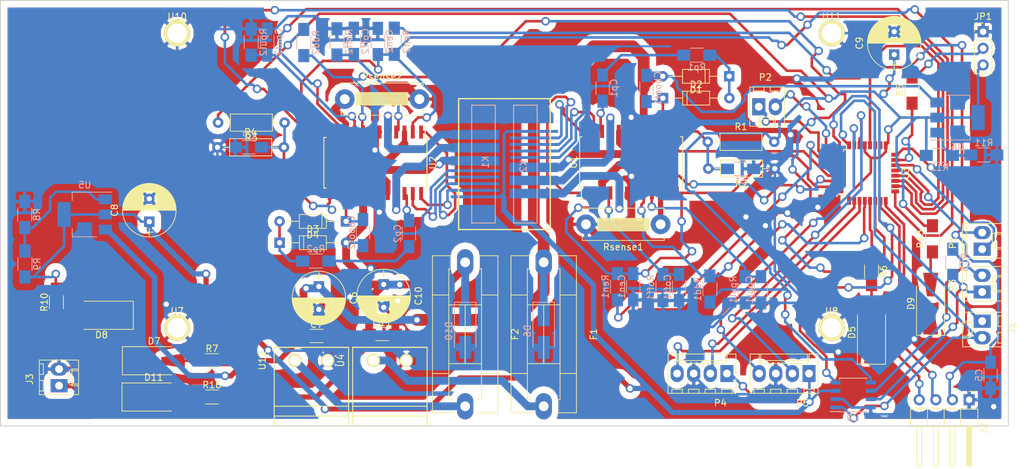
<source format=kicad_pcb>
(kicad_pcb (version 4) (host pcbnew 4.0.2+dfsg1-stable)
  (layers (0 F.Cu signal) (31 B.Cu signal) (34 B.Paste user) (35 F.Paste user) (36 B.SilkS user) (37 F.SilkS user) (38 B.Mask user) (39 F.Mask user) (44 Edge.Cuts user))
  (net 0 "")
  (net 1 GND)
  (net 2 /uC/nrst)
  (net 3 VCC)
  (net 4 +5V)
  (net 5 +3V3)
  (net 6 /motor_part/VBOOT1)
  (net 7 /motor_part/VBOOT2)
  (net 8 /motor_part/DIAG_1)
  (net 9 /motor_part/DIAG_2)
  (net 10 /motor_part/RCOFF1)
  (net 11 /motor_part/RCOFF2)
  (net 12 /motor_part/VCP1)
  (net 13 "Net-(Cp1-Pad2)")
  (net 14 /motor_part/VCP2)
  (net 15 "Net-(Cp2-Pad2)")
  (net 16 /motor_part/RCPULSE1)
  (net 17 /motor_part/RCPULSE2)
  (net 18 "Net-(D1-Pad1)")
  (net 19 "Net-(D3-Pad1)")
  (net 20 "Net-(D5-Pad2)")
  (net 21 "Net-(D7-Pad2)")
  (net 22 "Net-(D8-Pad2)")
  (net 23 "Net-(D9-Pad2)")
  (net 24 "Net-(F1-Pad2)")
  (net 25 /uC/RX)
  (net 26 /uC/TX)
  (net 27 /uC/swclk)
  (net 28 /uC/swdio)
  (net 29 "Net-(JP1-Pad2)")
  (net 30 "Net-(K1-Pad1)")
  (net 31 "Net-(K1-Pad3)")
  (net 32 "Net-(K1-Pad5)")
  (net 33 "Net-(K1-Pad8)")
  (net 34 "Net-(K1-Pad9)")
  (net 35 "Net-(K1-Pad10)")
  (net 36 "Net-(K2-Pad1)")
  (net 37 "Net-(K2-Pad3)")
  (net 38 "Net-(K2-Pad5)")
  (net 39 "Net-(K2-Pad8)")
  (net 40 "Net-(K2-Pad9)")
  (net 41 "Net-(K2-Pad10)")
  (net 42 /uC/I2C_SDA)
  (net 43 /uC/I2C_SCL)
  (net 44 "Net-(P2-Pad1)")
  (net 45 "Net-(P2-Pad2)")
  (net 46 "Net-(P3-Pad1)")
  (net 47 "Net-(P3-Pad2)")
  (net 48 /encodeurs/Ch_A2)
  (net 49 /encodeurs/Ch_B2)
  (net 50 /encodeurs/Ch_A1)
  (net 51 /encodeurs/Ch_B1)
  (net 52 "Net-(R5-Pad1)")
  (net 53 "Net-(R6-Pad1)")
  (net 54 "Net-(R8-Pad1)")
  (net 55 "Net-(R11-Pad2)")
  (net 56 /motor_part/TACHO_1)
  (net 57 /motor_part/TACHO_2)
  (net 58 /motor_part/EN_1)
  (net 59 /motor_part/EN_2)
  (net 60 "Net-(Rsense1-Pad1)")
  (net 61 "Net-(Rsense2-Pad1)")
  (net 62 /motor_part/DIR_1)
  (net 63 /motor_part/BRAKE_1)
  (net 64 /motor_part/DIR_2)
  (net 65 /motor_part/BRAKE_2)
  (net 66 /motor_part/Vref1)
  (net 67 /motor_part/Vref2)
  (net 68 "Net-(D11-Pad2)")
  (net 69 VDD)
  (net 70 "Net-(F2-Pad2)")
  (net 71 "Net-(U3-Pad2)")
  (net 72 "Net-(U3-Pad3)")
  (module Capacitors_SMD:C_1206_HandSoldering (layer B.Cu) (at 81.39 120.46 270)
    (fp_text reference Cboot2 (at 0 1.75 270) (layer B.SilkS) (effects (justify mirror)))
    (fp_text value 220nC)
    (pad 1 smd rect (at -2 0 270) (size 2 1.6) (layers B.Cu B.Paste B.Mask) (net 7 /motor_part/VBOOT2))
    (pad 2 smd rect (at 2 0 270) (size 2 1.6) (layers B.Cu B.Paste B.Mask) (net 69 VDD))
  )
  (module maxon:Molex-52610-1133 (layer B.Cu) (at 101.2 105 270)
    (fp_text reference K1 (at 4.7 1.1 270) (layer B.SilkS) (effects (justify mirror)))
    (fp_text value Maxon-200142)
    (pad 1 smd rect (at 10 -6.3 270) (size 0.45 7.4) (layers B.Cu B.Paste B.Mask) (net 30 "Net-(K1-Pad1)"))
    (pad 3 smd rect (at 8 -6.3 270) (size 0.45 7.4) (layers B.Cu B.Paste B.Mask) (net 31 "Net-(K1-Pad3)"))
    (pad 5 smd rect (at 6 -6.3 270) (size 0.45 7.4) (layers B.Cu B.Paste B.Mask) (net 32 "Net-(K1-Pad5)"))
    (pad 7 smd rect (at 4 -6.3 270) (size 0.45 7.4) (layers B.Cu B.Paste B.Mask) (net 1 GND))
    (pad 9 smd rect (at 2 -6.3 270) (size 0.45 7.4) (layers B.Cu B.Paste B.Mask) (net 34 "Net-(K1-Pad9)"))
    (pad 11 smd rect (at 0 -6.3 270) (size 0.45 7.4) (layers B.Cu B.Paste B.Mask) (net 4 +5V))
    (pad 10 smd rect (at 1 -6.3 270) (size 0.45 7.4) (layers B.Cu B.Paste B.Mask) (net 35 "Net-(K1-Pad10)"))
    (pad 8 smd rect (at 3 -6.3 270) (size 0.45 7.4) (layers B.Cu B.Paste B.Mask) (net 33 "Net-(K1-Pad8)"))
    (pad 6 smd rect (at 5 -6.3 270) (size 0.45 7.4) (layers B.Cu B.Paste B.Mask) (net 32 "Net-(K1-Pad5)"))
    (pad 4 smd rect (at 7 -6.3 270) (size 0.45 7.4) (layers B.Cu B.Paste B.Mask) (net 31 "Net-(K1-Pad3)"))
    (pad 2 smd rect (at 9 -6.3 270) (size 0.45 7.4) (layers B.Cu B.Paste B.Mask) (net 30 "Net-(K1-Pad1)"))
  )
  (module Housings_SOIC:SOIC-24W_7.5x15.4mm_Pitch1.27mm (layer F.Cu) (at 122.365 109.7 90)
    (fp_text reference U1 (at 0 -8.8 90) (layer F.SilkS))
    (fp_text value L6235D)
    (pad 1 smd rect (at -4.7 -6.985 90) (size 2 0.6) (layers F.Cu F.Paste F.Mask) (net 34 "Net-(K1-Pad9)"))
    (pad 2 smd rect (at -4.7 -5.715 90) (size 2 0.6) (layers F.Cu F.Paste F.Mask) (net 8 /motor_part/DIAG_1))
    (pad 3 smd rect (at -4.7 -4.445 90) (size 2 0.6) (layers F.Cu F.Paste F.Mask) (net 60 "Net-(Rsense1-Pad1)"))
    (pad 4 smd rect (at -4.7 -3.175 90) (size 2 0.6) (layers F.Cu F.Paste F.Mask) (net 10 /motor_part/RCOFF1))
    (pad 5 smd rect (at -4.7 -1.905 90) (size 2 0.6) (layers F.Cu F.Paste F.Mask) (net 30 "Net-(K1-Pad1)"))
    (pad 6 smd rect (at -4.7 -0.635 90) (size 2 0.6) (layers F.Cu F.Paste F.Mask) (net 1 GND))
    (pad 7 smd rect (at -4.7 0.635 90) (size 2 0.6) (layers F.Cu F.Paste F.Mask) (net 1 GND))
    (pad 8 smd rect (at -4.7 1.905 90) (size 2 0.6) (layers F.Cu F.Paste F.Mask) (net 56 /motor_part/TACHO_1))
    (pad 9 smd rect (at -4.7 3.175 90) (size 2 0.6) (layers F.Cu F.Paste F.Mask) (net 16 /motor_part/RCPULSE1))
    (pad 10 smd rect (at -4.7 4.445 90) (size 2 0.6) (layers F.Cu F.Paste F.Mask) (net 60 "Net-(Rsense1-Pad1)"))
    (pad 11 smd rect (at -4.7 5.715 90) (size 2 0.6) (layers F.Cu F.Paste F.Mask) (net 62 /motor_part/DIR_1))
    (pad 12 smd rect (at -4.7 6.985 90) (size 2 0.6) (layers F.Cu F.Paste F.Mask) (net 8 /motor_part/DIAG_1))
    (pad 13 smd rect (at 4.7 6.985 90) (size 2 0.6) (layers F.Cu F.Paste F.Mask) (net 66 /motor_part/Vref1))
    (pad 14 smd rect (at 4.7 5.715 90) (size 2 0.6) (layers F.Cu F.Paste F.Mask) (net 63 /motor_part/BRAKE_1))
    (pad 15 smd rect (at 4.7 4.445 90) (size 2 0.6) (layers F.Cu F.Paste F.Mask) (net 6 /motor_part/VBOOT1))
    (pad 16 smd rect (at 4.7 3.175 90) (size 2 0.6) (layers F.Cu F.Paste F.Mask) (net 32 "Net-(K1-Pad5)"))
    (pad 17 smd rect (at 4.7 1.905 90) (size 2 0.6) (layers F.Cu F.Paste F.Mask) (net 3 VCC))
    (pad 18 smd rect (at 4.7 0.635 90) (size 2 0.6) (layers F.Cu F.Paste F.Mask) (net 1 GND))
    (pad 19 smd rect (at 4.7 -0.635 90) (size 2 0.6) (layers F.Cu F.Paste F.Mask) (net 1 GND))
    (pad 20 smd rect (at 4.7 -1.905 90) (size 2 0.6) (layers F.Cu F.Paste F.Mask) (net 3 VCC))
    (pad 21 smd rect (at 4.7 -3.175 90) (size 2 0.6) (layers F.Cu F.Paste F.Mask) (net 31 "Net-(K1-Pad3)"))
    (pad 22 smd rect (at 4.7 -4.445 90) (size 2 0.6) (layers F.Cu F.Paste F.Mask) (net 12 /motor_part/VCP1))
    (pad 23 smd rect (at 4.7 -5.715 90) (size 2 0.6) (layers F.Cu F.Paste F.Mask) (net 33 "Net-(K1-Pad8)"))
    (pad 24 smd rect (at 4.7 -6.985 90) (size 2 0.6) (layers F.Cu F.Paste F.Mask) (net 35 "Net-(K1-Pad10)"))
  )
  (module Capacitors_SMD:C_1206_HandSoldering (layer B.Cu) (at 139.08 110.73)
    (fp_text reference C1 (at 0 1.75) (layer B.SilkS) (effects (justify mirror)))
    (fp_text value C)
    (pad 1 smd rect (at -2 0) (size 2 1.6) (layers B.Cu B.Paste B.Mask) (net 66 /motor_part/Vref1))
    (pad 2 smd rect (at 2 0) (size 2 1.6) (layers B.Cu B.Paste B.Mask) (net 1 GND))
  )
  (module Capacitors_SMD:C_1206_HandSoldering (layer B.Cu) (at 177.28 142.26 270)
    (fp_text reference C5 (at 0 1.75 270) (layer B.SilkS) (effects (justify mirror)))
    (fp_text value 100nC)
    (pad 1 smd rect (at -2 0 270) (size 2 1.6) (layers B.Cu B.Paste B.Mask) (net 2 /uC/nrst))
    (pad 2 smd rect (at 2 0 270) (size 2 1.6) (layers B.Cu B.Paste B.Mask) (net 1 GND))
  )
  (module Capacitors_THT:CP_Radial_D8.0mm_P3.50mm (layer F.Cu) (at 74.65 128.7 270)
    (fp_text reference C6 (at 1.75 -5.31 270) (layer F.SilkS))
    (fp_text value 100uCP)
    (pad 1 thru_hole rect (at 0 0 270) (size 1.6 1.6) (drill 0.8) (layers *.Cu *.Mask) (net 3 VCC))
    (pad 2 thru_hole circle (at 3.5 0 270) (size 1.6 1.6) (drill 0.8) (layers *.Cu *.Mask) (net 1 GND))
  )
  (module Capacitors_SMD:C_1206_HandSoldering (layer F.Cu) (at 74.3 136.26)
    (fp_text reference C7 (at 0 -1.75) (layer F.SilkS))
    (fp_text value 100nC)
    (pad 1 smd rect (at -2 0) (size 2 1.6) (layers F.Cu F.Paste F.Mask) (net 3 VCC))
    (pad 2 smd rect (at 2 0) (size 2 1.6) (layers F.Cu F.Paste F.Mask) (net 1 GND))
  )
  (module Capacitors_THT:CP_Radial_D8.0mm_P3.50mm (layer F.Cu) (at 48.74 118.8 90)
    (fp_text reference C8 (at 1.75 -5.31 90) (layer F.SilkS))
    (fp_text value 10uC)
    (pad 1 thru_hole rect (at 0 0 90) (size 1.6 1.6) (drill 0.8) (layers *.Cu *.Mask) (net 4 +5V))
    (pad 2 thru_hole circle (at 3.5 0 90) (size 1.6 1.6) (drill 0.8) (layers *.Cu *.Mask) (net 1 GND))
  )
  (module Capacitors_THT:CP_Radial_D8.0mm_P3.50mm (layer F.Cu) (at 162.56 93.27 90)
    (fp_text reference C9 (at 1.75 -5.31 90) (layer F.SilkS))
    (fp_text value 10uC)
    (pad 1 thru_hole rect (at 0 0 90) (size 1.6 1.6) (drill 0.8) (layers *.Cu *.Mask) (net 5 +3V3))
    (pad 2 thru_hole circle (at 3.5 0 90) (size 1.6 1.6) (drill 0.8) (layers *.Cu *.Mask) (net 1 GND))
  )
  (module Capacitors_SMD:C_1206_HandSoldering (layer B.Cu) (at 124.71 98.45 90)
    (fp_text reference Cboot1 (at 0 1.75 90) (layer B.SilkS) (effects (justify mirror)))
    (fp_text value 220nC)
    (pad 1 smd rect (at -2 0 90) (size 2 1.6) (layers B.Cu B.Paste B.Mask) (net 6 /motor_part/VBOOT1))
    (pad 2 smd rect (at 2 0 90) (size 2 1.6) (layers B.Cu B.Paste B.Mask) (net 3 VCC))
  )
  (module Capacitors_SMD:C_1206_HandSoldering (layer B.Cu) (at 122.68 128.74 270)
    (fp_text reference Cen1 (at 0 1.75 270) (layer B.SilkS) (effects (justify mirror)))
    (fp_text value 5,6nC)
    (pad 1 smd rect (at -2 0 270) (size 2 1.6) (layers B.Cu B.Paste B.Mask) (net 8 /motor_part/DIAG_1))
    (pad 2 smd rect (at 2 0 270) (size 2 1.6) (layers B.Cu B.Paste B.Mask) (net 1 GND))
  )
  (module Capacitors_SMD:C_1206_HandSoldering (layer B.Cu) (at 83.66 91.257578 90)
    (fp_text reference Cen2 (at 0 1.75 90) (layer B.SilkS) (effects (justify mirror)))
    (fp_text value 5,6nC)
    (pad 1 smd rect (at -2 0 90) (size 2 1.6) (layers B.Cu B.Paste B.Mask) (net 9 /motor_part/DIAG_2))
    (pad 2 smd rect (at 2 0 90) (size 2 1.6) (layers B.Cu B.Paste B.Mask) (net 1 GND))
  )
  (module Capacitors_SMD:C_1206_HandSoldering (layer B.Cu) (at 129.683526 128.83468 270)
    (fp_text reference Coff1 (at 0 1.75 270) (layer B.SilkS) (effects (justify mirror)))
    (fp_text value 1nC)
    (pad 1 smd rect (at -2 0 270) (size 2 1.6) (layers B.Cu B.Paste B.Mask) (net 10 /motor_part/RCOFF1))
    (pad 2 smd rect (at 2 0 270) (size 2 1.6) (layers B.Cu B.Paste B.Mask) (net 1 GND))
  )
  (module Capacitors_SMD:C_1206_HandSoldering (layer B.Cu) (at 79.99 91.24 90)
    (fp_text reference Coff2 (at 0 1.75 90) (layer B.SilkS) (effects (justify mirror)))
    (fp_text value 1nC)
    (pad 1 smd rect (at -2 0 90) (size 2 1.6) (layers B.Cu B.Paste B.Mask) (net 11 /motor_part/RCOFF2))
    (pad 2 smd rect (at 2 0 90) (size 2 1.6) (layers B.Cu B.Paste B.Mask) (net 1 GND))
  )
  (module Capacitors_SMD:C_1206_HandSoldering (layer B.Cu) (at 142.2 129.2 270)
    (fp_text reference Cpul1 (at 0 1.75 270) (layer B.SilkS) (effects (justify mirror)))
    (fp_text value 10nC)
    (pad 1 smd rect (at -2 0 270) (size 2 1.6) (layers B.Cu B.Paste B.Mask) (net 16 /motor_part/RCPULSE1))
    (pad 2 smd rect (at 2 0 270) (size 2 1.6) (layers B.Cu B.Paste B.Mask) (net 1 GND))
  )
  (module Capacitors_SMD:C_1206_HandSoldering (layer B.Cu) (at 66.77 91.35 90)
    (fp_text reference Cpul2 (at 0 1.75 90) (layer B.SilkS) (effects (justify mirror)))
    (fp_text value 10nC)
    (pad 1 smd rect (at -2 0 90) (size 2 1.6) (layers B.Cu B.Paste B.Mask) (net 17 /motor_part/RCPULSE2))
    (pad 2 smd rect (at 2 0 90) (size 2 1.6) (layers B.Cu B.Paste B.Mask) (net 1 GND))
  )
  (module Diodes_SMD:D_SMA-SMB_Universal_Handsoldering (layer F.Cu) (at 159.09 135.73 90)
    (fp_text reference D5 (at 0 -3 90) (layer F.SilkS))
    (fp_text value LED_ALT)
    (pad 1 smd trapezoid (at -2.9 0 90) (size 3.6 1.7) (rect_delta 0.6 0) (layers F.Cu F.Paste F.Mask) (net 1 GND))
    (pad 2 smd trapezoid (at 2.9 0 270) (size 3.6 1.7) (rect_delta 0.6 0) (layers F.Cu F.Paste F.Mask) (net 20 "Net-(D5-Pad2)"))
  )
  (module Diodes_SMD:D_SMA-SMB_Universal_Handsoldering (layer F.Cu) (at 49.467182 140.043332)
    (fp_text reference D7 (at 0 -3) (layer F.SilkS))
    (fp_text value LED_VCC)
    (pad 1 smd trapezoid (at -2.9 0) (size 3.6 1.7) (rect_delta 0.6 0) (layers F.Cu F.Paste F.Mask) (net 1 GND))
    (pad 2 smd trapezoid (at 2.9 0 180) (size 3.6 1.7) (rect_delta 0.6 0) (layers F.Cu F.Paste F.Mask) (net 21 "Net-(D7-Pad2)"))
  )
  (module Diodes_SMD:D_SMA-SMB_Universal_Handsoldering (layer F.Cu) (at 41.44 133.1 180)
    (fp_text reference D8 (at 0 -3 180) (layer F.SilkS))
    (fp_text value LED_5V)
    (pad 1 smd trapezoid (at -2.9 0 180) (size 3.6 1.7) (rect_delta 0.6 0) (layers F.Cu F.Paste F.Mask) (net 1 GND))
    (pad 2 smd trapezoid (at 2.9 0) (size 3.6 1.7) (rect_delta 0.6 0) (layers F.Cu F.Paste F.Mask) (net 22 "Net-(D8-Pad2)"))
  )
  (module Diodes_SMD:D_SMA-SMB_Universal_Handsoldering (layer F.Cu) (at 168.12 131.31 90)
    (fp_text reference D9 (at 0 -3 90) (layer F.SilkS))
    (fp_text value LED_3.3V)
    (pad 1 smd trapezoid (at -2.9 0 90) (size 3.6 1.7) (rect_delta 0.6 0) (layers F.Cu F.Paste F.Mask) (net 1 GND))
    (pad 2 smd trapezoid (at 2.9 0 270) (size 3.6 1.7) (rect_delta 0.6 0) (layers F.Cu F.Paste F.Mask) (net 23 "Net-(D9-Pad2)"))
  )
  (module Fuse_Holders_and_Fuses:Fuseholder5x20_horiz_SemiClosed_Casing10x25mm (layer F.Cu) (at 109 125 270)
    (fp_text reference F1 (at 11 -7.62 270) (layer F.SilkS))
    (fp_text value Fuse)
    (pad 2 thru_hole oval (at 22 0 180) (size 2.5 4) (drill 1.5) (layers *.Cu *.Mask) (net 24 "Net-(F1-Pad2)"))
    (pad 1 thru_hole oval (at 0 0 180) (size 2.5 4) (drill 1.5) (layers *.Cu *.Mask) (net 3 VCC))
  )
  (module Connectors_Molex:Molex_KK-6410-02_02x2.54mm_Straight (layer F.Cu) (at 176 134 270)
    (fp_text reference J1 (at 1 -4.5 270) (layer F.SilkS))
    (fp_text value CONN_SERIAL)
    (pad 1 thru_hole rect (at 0 0 270) (size 2 2.6) (drill 1.2) (layers *.Cu *.Mask) (net 25 /uC/RX))
    (pad 2 thru_hole oval (at 2.54 0 270) (size 2 2.6) (drill 1.2) (layers *.Cu *.Mask) (net 26 /uC/TX))
  )
  (module Connectors_Molex:Molex_KK-6410-02_02x2.54mm_Straight (layer F.Cu) (at 34.95 143.86 90)
    (fp_text reference J3 (at 1 -4.5 90) (layer F.SilkS))
    (fp_text value FAN)
    (pad 1 thru_hole rect (at 0 0 90) (size 2 2.6) (drill 1.2) (layers *.Cu *.Mask) (net 69 VDD))
    (pad 2 thru_hole oval (at 2.54 0 90) (size 2 2.6) (drill 1.2) (layers *.Cu *.Mask) (net 1 GND))
  )
  (module Pin_Headers:Pin_Header_Straight_1x03_Pitch2.54mm (layer F.Cu) (at 176.14 89.77)
    (fp_text reference JP1 (at 0 -2.33) (layer F.SilkS))
    (fp_text value Jumper_NC_Dual)
    (pad 1 thru_hole rect (at 0 0) (size 1.7 1.7) (drill 1) (layers *.Cu *.Mask) (net 1 GND))
    (pad 2 thru_hole oval (at 0 2.54) (size 1.7 1.7) (drill 1) (layers *.Cu *.Mask) (net 29 "Net-(JP1-Pad2)"))
    (pad 3 thru_hole oval (at 0 5.08) (size 1.7 1.7) (drill 1) (layers *.Cu *.Mask) (net 5 +3V3))
  )
  (module Connectors_Molex:Molex_KK-6410-02_02x2.54mm_Straight (layer F.Cu) (at 176 123 90)
    (fp_text reference P1 (at 1 -4.5 90) (layer F.SilkS))
    (fp_text value CONN_I2C)
    (pad 1 thru_hole rect (at 0 0 90) (size 2 2.6) (drill 1.2) (layers *.Cu *.Mask) (net 42 /uC/I2C_SDA))
    (pad 2 thru_hole oval (at 2.54 0 90) (size 2 2.6) (drill 1.2) (layers *.Cu *.Mask) (net 43 /uC/I2C_SCL))
  )
  (module Connectors_Molex:Molex_KK-6410-02_02x2.54mm_Straight (layer F.Cu) (at 141.86 101.24)
    (fp_text reference P2 (at 1 -4.5) (layer F.SilkS))
    (fp_text value CONN_FREE)
    (pad 1 thru_hole rect (at 0 0) (size 2 2.6) (drill 1.2) (layers *.Cu *.Mask) (net 44 "Net-(P2-Pad1)"))
    (pad 2 thru_hole oval (at 2.54 0) (size 2 2.6) (drill 1.2) (layers *.Cu *.Mask) (net 45 "Net-(P2-Pad2)"))
  )
  (module Connectors_Molex:Molex_KK-6410-02_02x2.54mm_Straight (layer F.Cu) (at 176 129.54 90)
    (fp_text reference P3 (at 1 -4.5 90) (layer F.SilkS))
    (fp_text value CONN_CAN)
    (pad 1 thru_hole rect (at 0 0 90) (size 2 2.6) (drill 1.2) (layers *.Cu *.Mask) (net 46 "Net-(P3-Pad1)"))
    (pad 2 thru_hole oval (at 2.54 0 90) (size 2 2.6) (drill 1.2) (layers *.Cu *.Mask) (net 47 "Net-(P3-Pad2)"))
  )
  (module Connectors_Molex:Molex_KK-6410-04_04x2.54mm_Straight (layer F.Cu) (at 137 142 180)
    (fp_text reference P4 (at 1 -4.5 180) (layer F.SilkS))
    (fp_text value encoder_2)
    (pad 1 thru_hole rect (at 0 0 180) (size 2 2.6) (drill 1.2) (layers *.Cu *.Mask) (net 4 +5V))
    (pad 2 thru_hole oval (at 2.54 0 180) (size 2 2.6) (drill 1.2) (layers *.Cu *.Mask) (net 48 /encodeurs/Ch_A2))
    (pad 3 thru_hole oval (at 5.08 0 180) (size 2 2.6) (drill 1.2) (layers *.Cu *.Mask) (net 1 GND))
    (pad 4 thru_hole oval (at 7.62 0 180) (size 2 2.6) (drill 1.2) (layers *.Cu *.Mask) (net 49 /encodeurs/Ch_B2))
  )
  (module Connectors_Molex:Molex_KK-6410-04_04x2.54mm_Straight (layer F.Cu) (at 149.54 142 180)
    (fp_text reference P5 (at 1 -4.5 180) (layer F.SilkS))
    (fp_text value encoder_1)
    (pad 1 thru_hole rect (at 0 0 180) (size 2 2.6) (drill 1.2) (layers *.Cu *.Mask) (net 4 +5V))
    (pad 2 thru_hole oval (at 2.54 0 180) (size 2 2.6) (drill 1.2) (layers *.Cu *.Mask) (net 50 /encodeurs/Ch_A1))
    (pad 3 thru_hole oval (at 5.08 0 180) (size 2 2.6) (drill 1.2) (layers *.Cu *.Mask) (net 1 GND))
    (pad 4 thru_hole oval (at 7.62 0 180) (size 2 2.6) (drill 1.2) (layers *.Cu *.Mask) (net 51 /encodeurs/Ch_B1))
  )
  (module Resistors_SMD:R_1206_HandSoldering (layer F.Cu) (at 165.29 98.7 90)
    (fp_text reference R5 (at 0 -1.85 90) (layer F.SilkS))
    (fp_text value 10kR)
    (pad 1 smd rect (at -2 0 90) (size 2 1.7) (layers F.Cu F.Paste F.Mask) (net 52 "Net-(R5-Pad1)"))
    (pad 2 smd rect (at 2 0 90) (size 2 1.7) (layers F.Cu F.Paste F.Mask) (net 29 "Net-(JP1-Pad2)"))
  )
  (module Resistors_SMD:R_1206_HandSoldering (layer F.Cu) (at 159.09 126.41 270)
    (fp_text reference R6 (at 0 -1.85 270) (layer F.SilkS))
    (fp_text value R)
    (pad 1 smd rect (at -2 0 270) (size 2 1.7) (layers F.Cu F.Paste F.Mask) (net 53 "Net-(R6-Pad1)"))
    (pad 2 smd rect (at 2 0 270) (size 2 1.7) (layers F.Cu F.Paste F.Mask) (net 20 "Net-(D5-Pad2)"))
  )
  (module Resistors_SMD:R_1206_HandSoldering (layer F.Cu) (at 58.31 140.043332)
    (fp_text reference R7 (at 0 -1.85) (layer F.SilkS))
    (fp_text value R)
    (pad 1 smd rect (at -2 0) (size 2 1.7) (layers F.Cu F.Paste F.Mask) (net 21 "Net-(D7-Pad2)"))
    (pad 2 smd rect (at 2 0) (size 2 1.7) (layers F.Cu F.Paste F.Mask) (net 3 VCC))
  )
  (module Resistors_SMD:R_1206_HandSoldering (layer B.Cu) (at 29.7 117.700508 90)
    (fp_text reference R8 (at 0 1.85 90) (layer B.SilkS) (effects (justify mirror)))
    (fp_text value 3.3kR)
    (pad 1 smd rect (at -2 0 90) (size 2 1.7) (layers B.Cu B.Paste B.Mask) (net 54 "Net-(R8-Pad1)"))
    (pad 2 smd rect (at 2 0 90) (size 2 1.7) (layers B.Cu B.Paste B.Mask) (net 1 GND))
  )
  (module Resistors_SMD:R_1206_HandSoldering (layer B.Cu) (at 29.74 125.26 90)
    (fp_text reference R9 (at 0 1.85 90) (layer B.SilkS) (effects (justify mirror)))
    (fp_text value 10kR)
    (pad 1 smd rect (at -2 0 90) (size 2 1.7) (layers B.Cu B.Paste B.Mask) (net 4 +5V))
    (pad 2 smd rect (at 2 0 90) (size 2 1.7) (layers B.Cu B.Paste B.Mask) (net 54 "Net-(R8-Pad1)"))
  )
  (module Resistors_SMD:R_1206_HandSoldering (layer F.Cu) (at 34.54 131.1 90)
    (fp_text reference R10 (at 0 -1.85 90) (layer F.SilkS))
    (fp_text value R)
    (pad 1 smd rect (at -2 0 90) (size 2 1.7) (layers F.Cu F.Paste F.Mask) (net 22 "Net-(D8-Pad2)"))
    (pad 2 smd rect (at 2 0 90) (size 2 1.7) (layers F.Cu F.Paste F.Mask) (net 4 +5V))
  )
  (module Resistors_SMD:R_1206_HandSoldering (layer B.Cu) (at 176.24 108.600186 180)
    (fp_text reference R11 (at 0 1.85 180) (layer B.SilkS) (effects (justify mirror)))
    (fp_text value 33kR)
    (pad 1 smd rect (at -2 0 180) (size 2 1.7) (layers B.Cu B.Paste B.Mask) (net 1 GND))
    (pad 2 smd rect (at 2 0 180) (size 2 1.7) (layers B.Cu B.Paste B.Mask) (net 55 "Net-(R11-Pad2)"))
  )
  (module Resistors_SMD:R_1206_HandSoldering (layer B.Cu) (at 169.46 108.67)
    (fp_text reference R12 (at 0 1.85) (layer B.SilkS) (effects (justify mirror)))
    (fp_text value 56kR)
    (pad 1 smd rect (at -2 0) (size 2 1.7) (layers B.Cu B.Paste B.Mask) (net 5 +3V3))
    (pad 2 smd rect (at 2 0) (size 2 1.7) (layers B.Cu B.Paste B.Mask) (net 55 "Net-(R11-Pad2)"))
  )
  (module Resistors_SMD:R_1206_HandSoldering (layer F.Cu) (at 168.4 121.42 90)
    (fp_text reference R13 (at 0 -1.85 90) (layer F.SilkS))
    (fp_text value R)
    (pad 1 smd rect (at -2 0 90) (size 2 1.7) (layers F.Cu F.Paste F.Mask) (net 23 "Net-(D9-Pad2)"))
    (pad 2 smd rect (at 2 0 90) (size 2 1.7) (layers F.Cu F.Paste F.Mask) (net 5 +3V3))
  )
  (module Resistors_SMD:R_1206_HandSoldering (layer B.Cu) (at 171.5 125 90)
    (fp_text reference R15 (at 0 1.85 90) (layer B.SilkS) (effects (justify mirror)))
    (fp_text value R)
    (pad 1 smd rect (at -2 0 90) (size 2 1.7) (layers B.Cu B.Paste B.Mask) (net 46 "Net-(P3-Pad1)"))
    (pad 2 smd rect (at 2 0 90) (size 2 1.7) (layers B.Cu B.Paste B.Mask) (net 47 "Net-(P3-Pad2)"))
  )
  (module Resistors_SMD:R_1206_HandSoldering (layer B.Cu) (at 134.39 129.09 270)
    (fp_text reference Rdd1 (at 0 1.85 270) (layer B.SilkS) (effects (justify mirror)))
    (fp_text value 1kR)
    (pad 1 smd rect (at -2 0 270) (size 2 1.7) (layers B.Cu B.Paste B.Mask) (net 56 /motor_part/TACHO_1))
    (pad 2 smd rect (at 2 0 270) (size 2 1.7) (layers B.Cu B.Paste B.Mask) (net 5 +3V3))
  )
  (module Resistors_SMD:R_1206_HandSoldering (layer B.Cu) (at 72.34 91.42 90)
    (fp_text reference Rdd2 (at 0 1.85 90) (layer B.SilkS) (effects (justify mirror)))
    (fp_text value 1kR)
    (pad 1 smd rect (at -2 0 90) (size 2 1.7) (layers B.Cu B.Paste B.Mask) (net 57 /motor_part/TACHO_2))
    (pad 2 smd rect (at 2 0 90) (size 2 1.7) (layers B.Cu B.Paste B.Mask) (net 5 +3V3))
  )
  (module Resistors_SMD:R_1206_HandSoldering (layer B.Cu) (at 120.27 128.73 270)
    (fp_text reference Ren1 (at 0 1.85 270) (layer B.SilkS) (effects (justify mirror)))
    (fp_text value 100kR)
    (pad 1 smd rect (at -2 0 270) (size 2 1.7) (layers B.Cu B.Paste B.Mask) (net 8 /motor_part/DIAG_1))
    (pad 2 smd rect (at 2 0 270) (size 2 1.7) (layers B.Cu B.Paste B.Mask) (net 58 /motor_part/EN_1))
  )
  (module Resistors_SMD:R_1206_HandSoldering (layer B.Cu) (at 86.176 91.227578 90)
    (fp_text reference Ren2 (at 0 1.85 90) (layer B.SilkS) (effects (justify mirror)))
    (fp_text value 100kR)
    (pad 1 smd rect (at -2 0 90) (size 2 1.7) (layers B.Cu B.Paste B.Mask) (net 9 /motor_part/DIAG_2))
    (pad 2 smd rect (at 2 0 90) (size 2 1.7) (layers B.Cu B.Paste B.Mask) (net 59 /motor_part/EN_2))
  )
  (module Resistors_SMD:R_1206_HandSoldering (layer B.Cu) (at 127.217526 128.86268 270)
    (fp_text reference Roff1 (at 0 1.85 270) (layer B.SilkS) (effects (justify mirror)))
    (fp_text value 33kR)
    (pad 1 smd rect (at -2 0 270) (size 2 1.7) (layers B.Cu B.Paste B.Mask) (net 10 /motor_part/RCOFF1))
    (pad 2 smd rect (at 2 0 270) (size 2 1.7) (layers B.Cu B.Paste B.Mask) (net 1 GND))
  )
  (module Resistors_SMD:R_1206_HandSoldering (layer B.Cu) (at 77.41 91.316 90)
    (fp_text reference Roff2 (at 0 1.85 90) (layer B.SilkS) (effects (justify mirror)))
    (fp_text value 33kR)
    (pad 1 smd rect (at -2 0 90) (size 2 1.7) (layers B.Cu B.Paste B.Mask) (net 11 /motor_part/RCOFF2))
    (pad 2 smd rect (at 2 0 90) (size 2 1.7) (layers B.Cu B.Paste B.Mask) (net 1 GND))
  )
  (module Resistors_SMD:R_1206_HandSoldering (layer B.Cu) (at 132.38 93.35)
    (fp_text reference Rp1 (at 0 1.85) (layer B.SilkS) (effects (justify mirror)))
    (fp_text value 100R)
    (pad 1 smd rect (at -2 0) (size 2 1.7) (layers B.Cu B.Paste B.Mask) (net 13 "Net-(Cp1-Pad2)"))
    (pad 2 smd rect (at 2 0) (size 2 1.7) (layers B.Cu B.Paste B.Mask) (net 18 "Net-(D1-Pad1)"))
  )
  (module Resistors_SMD:R_1206_HandSoldering (layer B.Cu) (at 139.787526 129.20268 270)
    (fp_text reference Rpul1 (at 0 1.85 270) (layer B.SilkS) (effects (justify mirror)))
    (fp_text value 47kR)
    (pad 1 smd rect (at -2 0 270) (size 2 1.7) (layers B.Cu B.Paste B.Mask) (net 16 /motor_part/RCPULSE1))
    (pad 2 smd rect (at 2 0 270) (size 2 1.7) (layers B.Cu B.Paste B.Mask) (net 1 GND))
  )
  (module Resistors_SMD:R_1206_HandSoldering (layer B.Cu) (at 64.31 91.36 90)
    (fp_text reference Rpul2 (at 0 1.85 90) (layer B.SilkS) (effects (justify mirror)))
    (fp_text value 47kR)
    (pad 1 smd rect (at -2 0 90) (size 2 1.7) (layers B.Cu B.Paste B.Mask) (net 17 /motor_part/RCPULSE2))
    (pad 2 smd rect (at 2 0 90) (size 2 1.7) (layers B.Cu B.Paste B.Mask) (net 1 GND))
  )
  (module Housings_SOIC:SOIC-24W_7.5x15.4mm_Pitch1.27mm (layer F.Cu) (at 83.285 109.8 270)
    (fp_text reference U2 (at 0 -8.8 270) (layer F.SilkS))
    (fp_text value L6235D)
    (pad 1 smd rect (at -4.7 -6.985 270) (size 2 0.6) (layers F.Cu F.Paste F.Mask) (net 40 "Net-(K2-Pad9)"))
    (pad 2 smd rect (at -4.7 -5.715 270) (size 2 0.6) (layers F.Cu F.Paste F.Mask) (net 9 /motor_part/DIAG_2))
    (pad 3 smd rect (at -4.7 -4.445 270) (size 2 0.6) (layers F.Cu F.Paste F.Mask) (net 61 "Net-(Rsense2-Pad1)"))
    (pad 4 smd rect (at -4.7 -3.175 270) (size 2 0.6) (layers F.Cu F.Paste F.Mask) (net 11 /motor_part/RCOFF2))
    (pad 5 smd rect (at -4.7 -1.905 270) (size 2 0.6) (layers F.Cu F.Paste F.Mask) (net 36 "Net-(K2-Pad1)"))
    (pad 6 smd rect (at -4.7 -0.635 270) (size 2 0.6) (layers F.Cu F.Paste F.Mask) (net 1 GND))
    (pad 7 smd rect (at -4.7 0.635 270) (size 2 0.6) (layers F.Cu F.Paste F.Mask) (net 1 GND))
    (pad 8 smd rect (at -4.7 1.905 270) (size 2 0.6) (layers F.Cu F.Paste F.Mask) (net 57 /motor_part/TACHO_2))
    (pad 9 smd rect (at -4.7 3.175 270) (size 2 0.6) (layers F.Cu F.Paste F.Mask) (net 17 /motor_part/RCPULSE2))
    (pad 10 smd rect (at -4.7 4.445 270) (size 2 0.6) (layers F.Cu F.Paste F.Mask) (net 61 "Net-(Rsense2-Pad1)"))
    (pad 11 smd rect (at -4.7 5.715 270) (size 2 0.6) (layers F.Cu F.Paste F.Mask) (net 64 /motor_part/DIR_2))
    (pad 12 smd rect (at -4.7 6.985 270) (size 2 0.6) (layers F.Cu F.Paste F.Mask) (net 9 /motor_part/DIAG_2))
    (pad 13 smd rect (at 4.7 6.985 270) (size 2 0.6) (layers F.Cu F.Paste F.Mask) (net 67 /motor_part/Vref2))
    (pad 14 smd rect (at 4.7 5.715 270) (size 2 0.6) (layers F.Cu F.Paste F.Mask) (net 65 /motor_part/BRAKE_2))
    (pad 15 smd rect (at 4.7 4.445 270) (size 2 0.6) (layers F.Cu F.Paste F.Mask) (net 7 /motor_part/VBOOT2))
    (pad 16 smd rect (at 4.7 3.175 270) (size 2 0.6) (layers F.Cu F.Paste F.Mask) (net 38 "Net-(K2-Pad5)"))
    (pad 17 smd rect (at 4.7 1.905 270) (size 2 0.6) (layers F.Cu F.Paste F.Mask) (net 69 VDD))
    (pad 18 smd rect (at 4.7 0.635 270) (size 2 0.6) (layers F.Cu F.Paste F.Mask) (net 1 GND))
    (pad 19 smd rect (at 4.7 -0.635 270) (size 2 0.6) (layers F.Cu F.Paste F.Mask) (net 1 GND))
    (pad 20 smd rect (at 4.7 -1.905 270) (size 2 0.6) (layers F.Cu F.Paste F.Mask) (net 69 VDD))
    (pad 21 smd rect (at 4.7 -3.175 270) (size 2 0.6) (layers F.Cu F.Paste F.Mask) (net 37 "Net-(K2-Pad3)"))
    (pad 22 smd rect (at 4.7 -4.445 270) (size 2 0.6) (layers F.Cu F.Paste F.Mask) (net 14 /motor_part/VCP2))
    (pad 23 smd rect (at 4.7 -5.715 270) (size 2 0.6) (layers F.Cu F.Paste F.Mask) (net 39 "Net-(K2-Pad8)"))
    (pad 24 smd rect (at 4.7 -6.985 270) (size 2 0.6) (layers F.Cu F.Paste F.Mask) (net 41 "Net-(K2-Pad10)"))
  )
  (module Housings_QFP:LQFP-32_7x7mm_Pitch0.8mm (layer F.Cu) (at 158.46 111.37 270)
    (fp_text reference U3 (at 0 -5.85 270) (layer F.SilkS))
    (fp_text value stm32f303k8t6)
    (pad 1 smd rect (at -4.25 -2.8 270) (size 1.2 0.6) (layers F.Cu F.Paste F.Mask) (net 5 +3V3))
    (pad 2 smd rect (at -4.25 -2 270) (size 1.2 0.6) (layers F.Cu F.Paste F.Mask) (net 71 "Net-(U3-Pad2)"))
    (pad 3 smd rect (at -4.25 -1.2 270) (size 1.2 0.6) (layers F.Cu F.Paste F.Mask) (net 72 "Net-(U3-Pad3)"))
    (pad 4 smd rect (at -4.25 -0.4 270) (size 1.2 0.6) (layers F.Cu F.Paste F.Mask) (net 2 /uC/nrst))
    (pad 5 smd rect (at -4.25 0.4 270) (size 1.2 0.6) (layers F.Cu F.Paste F.Mask) (net 5 +3V3))
    (pad 6 smd rect (at -4.25 1.2 270) (size 1.2 0.6) (layers F.Cu F.Paste F.Mask) (net 50 /encodeurs/Ch_A1))
    (pad 7 smd rect (at -4.25 2 270) (size 1.2 0.6) (layers F.Cu F.Paste F.Mask) (net 51 /encodeurs/Ch_B1))
    (pad 8 smd rect (at -4.25 2.8 270) (size 1.2 0.6) (layers F.Cu F.Paste F.Mask) (net 26 /uC/TX))
    (pad 9 smd rect (at -2.8 4.25) (size 1.2 0.6) (layers F.Cu F.Paste F.Mask) (net 25 /uC/RX))
    (pad 10 smd rect (at -2 4.25) (size 1.2 0.6) (layers F.Cu F.Paste F.Mask) (net 45 "Net-(P2-Pad2)"))
    (pad 11 smd rect (at -1.2 4.25) (size 1.2 0.6) (layers F.Cu F.Paste F.Mask) (net 44 "Net-(P2-Pad1)"))
    (pad 12 smd rect (at -0.4 4.25) (size 1.2 0.6) (layers F.Cu F.Paste F.Mask) (net 58 /motor_part/EN_1))
    (pad 13 smd rect (at 0.4 4.25) (size 1.2 0.6) (layers F.Cu F.Paste F.Mask) (net 63 /motor_part/BRAKE_1))
    (pad 14 smd rect (at 1.2 4.25) (size 1.2 0.6) (layers F.Cu F.Paste F.Mask) (net 62 /motor_part/DIR_1))
    (pad 15 smd rect (at 2 4.25) (size 1.2 0.6) (layers F.Cu F.Paste F.Mask) (net 8 /motor_part/DIAG_1))
    (pad 16 smd rect (at 2.8 4.25) (size 1.2 0.6) (layers F.Cu F.Paste F.Mask) (net 1 GND))
    (pad 17 smd rect (at 4.25 2.8 270) (size 1.2 0.6) (layers F.Cu F.Paste F.Mask) (net 5 +3V3))
    (pad 18 smd rect (at 4.25 2 270) (size 1.2 0.6) (layers F.Cu F.Paste F.Mask) (net 48 /encodeurs/Ch_A2))
    (pad 19 smd rect (at 4.25 1.2 270) (size 1.2 0.6) (layers F.Cu F.Paste F.Mask) (net 49 /encodeurs/Ch_B2))
    (pad 20 smd rect (at 4.25 0.4 270) (size 1.2 0.6) (layers F.Cu F.Paste F.Mask) (net 56 /motor_part/TACHO_1))
    (pad 21 smd rect (at 4.25 -0.4 270) (size 1.2 0.6) (layers F.Cu F.Paste F.Mask) (net 53 "Net-(R6-Pad1)"))
    (pad 22 smd rect (at 4.25 -1.2 270) (size 1.2 0.6) (layers F.Cu F.Paste F.Mask) (net 57 /motor_part/TACHO_2))
    (pad 23 smd rect (at 4.25 -2 270) (size 1.2 0.6) (layers F.Cu F.Paste F.Mask) (net 28 /uC/swdio))
    (pad 24 smd rect (at 4.25 -2.8 270) (size 1.2 0.6) (layers F.Cu F.Paste F.Mask) (net 27 /uC/swclk))
    (pad 25 smd rect (at 2.8 -4.25) (size 1.2 0.6) (layers F.Cu F.Paste F.Mask) (net 9 /motor_part/DIAG_2))
    (pad 26 smd rect (at 2 -4.25) (size 1.2 0.6) (layers F.Cu F.Paste F.Mask) (net 64 /motor_part/DIR_2))
    (pad 27 smd rect (at 1.2 -4.25) (size 1.2 0.6) (layers F.Cu F.Paste F.Mask) (net 65 /motor_part/BRAKE_2))
    (pad 28 smd rect (at 0.4 -4.25) (size 1.2 0.6) (layers F.Cu F.Paste F.Mask) (net 59 /motor_part/EN_2))
    (pad 29 smd rect (at -0.4 -4.25) (size 1.2 0.6) (layers F.Cu F.Paste F.Mask) (net 43 /uC/I2C_SCL))
    (pad 30 smd rect (at -1.2 -4.25) (size 1.2 0.6) (layers F.Cu F.Paste F.Mask) (net 42 /uC/I2C_SDA))
    (pad 31 smd rect (at -2 -4.25) (size 1.2 0.6) (layers F.Cu F.Paste F.Mask) (net 52 "Net-(R5-Pad1)"))
    (pad 32 smd rect (at -2.8 -4.25) (size 1.2 0.6) (layers F.Cu F.Paste F.Mask) (net 1 GND))
  )
  (module "B plug:B plug 5mm" (layer F.Cu) (at 85.5 140 90)
    (fp_text reference U4 (at 0 -7.5 90) (layer F.SilkS))
    (fp_text value B_Plug_5mm)
    (pad 1 thru_hole circle (at 0 -2.5 90) (size 2 2) (drill 1.5) (layers *.Cu *.Mask F.SilkS) (net 24 "Net-(F1-Pad2)"))
    (pad 2 thru_hole circle (at 0 2.5 90) (size 2 2) (drill 1.5) (layers *.Cu *.Mask F.SilkS) (net 1 GND))
  )
  (module TO_SOT_Packages_SMD:SOT-223-3Lead_TabPin2 (layer B.Cu) (at 38.87 117.7 180)
    (fp_text reference U5 (at 0 4.5 180) (layer B.SilkS) (effects (justify mirror)))
    (fp_text value LM317_SOT223)
    (pad 2 smd rect (at 3.15 0 180) (size 2 3.8) (layers B.Cu B.Paste B.Mask) (net 4 +5V))
    (pad 2 smd rect (at -3.15 0 180) (size 2 1.5) (layers B.Cu B.Paste B.Mask) (net 4 +5V))
    (pad 3 smd rect (at -3.15 -2.3 180) (size 2 1.5) (layers B.Cu B.Paste B.Mask) (net 3 VCC))
    (pad 1 smd rect (at -3.15 2.3 180) (size 2 1.5) (layers B.Cu B.Paste B.Mask) (net 54 "Net-(R8-Pad1)"))
  )
  (module TO_SOT_Packages_SMD:SOT-223-3Lead_TabPin2 (layer B.Cu) (at 172.23 102.89)
    (fp_text reference U6 (at 0 4.5) (layer B.SilkS) (effects (justify mirror)))
    (fp_text value LM317_SOT223)
    (pad 2 smd rect (at 3.15 0) (size 2 3.8) (layers B.Cu B.Paste B.Mask) (net 5 +3V3))
    (pad 2 smd rect (at -3.15 0) (size 2 1.5) (layers B.Cu B.Paste B.Mask) (net 5 +3V3))
    (pad 3 smd rect (at -3.15 -2.3) (size 2 1.5) (layers B.Cu B.Paste B.Mask) (net 3 VCC))
    (pad 1 smd rect (at -3.15 2.3) (size 2 1.5) (layers B.Cu B.Paste B.Mask) (net 55 "Net-(R11-Pad2)"))
  )
  (module Housings_SOIC:SOIC-8_3.9x4.9mm_Pitch1.27mm (layer B.Cu) (at 156.27 145.28)
    (fp_text reference U9 (at 0 3.5) (layer B.SilkS) (effects (justify mirror)))
    (fp_text value MCP2562)
    (pad 1 smd rect (at -2.7 1.905) (size 1.55 0.6) (layers B.Cu B.Paste B.Mask) (net 26 /uC/TX))
    (pad 2 smd rect (at -2.7 0.635) (size 1.55 0.6) (layers B.Cu B.Paste B.Mask) (net 1 GND))
    (pad 3 smd rect (at -2.7 -0.635) (size 1.55 0.6) (layers B.Cu B.Paste B.Mask) (net 4 +5V))
    (pad 4 smd rect (at -2.7 -1.905) (size 1.55 0.6) (layers B.Cu B.Paste B.Mask) (net 25 /uC/RX))
    (pad 5 smd rect (at 2.7 -1.905) (size 1.55 0.6) (layers B.Cu B.Paste B.Mask) (net 5 +3V3))
    (pad 6 smd rect (at 2.7 -0.635) (size 1.55 0.6) (layers B.Cu B.Paste B.Mask) (net 47 "Net-(P3-Pad2)"))
    (pad 7 smd rect (at 2.7 0.635) (size 1.55 0.6) (layers B.Cu B.Paste B.Mask) (net 46 "Net-(P3-Pad1)"))
    (pad 8 smd rect (at 2.7 1.905) (size 1.55 0.6) (layers B.Cu B.Paste B.Mask) (net 1 GND))
  )
  (module Pin_Headers:Pin_Header_Angled_1x04_Pitch2.54mm (layer F.Cu) (at 174 146 270)
    (fp_text reference J2 (at 4.385 -2.27 270) (layer F.SilkS))
    (fp_text value swdio)
    (pad 1 thru_hole rect (at 0 0 270) (size 1.7 1.7) (drill 1) (layers *.Cu *.Mask) (net 1 GND))
    (pad 2 thru_hole oval (at 0 2.54 270) (size 1.7 1.7) (drill 1) (layers *.Cu *.Mask) (net 2 /uC/nrst))
    (pad 3 thru_hole oval (at 0 5.08 270) (size 1.7 1.7) (drill 1) (layers *.Cu *.Mask) (net 27 /uC/swclk))
    (pad 4 thru_hole oval (at 0 7.62 270) (size 1.7 1.7) (drill 1) (layers *.Cu *.Mask) (net 28 /uC/swdio))
  )
  (module Capacitors_THT:CP_Radial_D8.0mm_P3.50mm (layer F.Cu) (at 84.55 128.39 270)
    (fp_text reference C10 (at 1.75 -5.31 270) (layer F.SilkS))
    (fp_text value 100uCP)
    (pad 1 thru_hole rect (at 0 0 270) (size 1.6 1.6) (drill 0.8) (layers *.Cu *.Mask) (net 69 VDD))
    (pad 2 thru_hole circle (at 3.5 0 270) (size 1.6 1.6) (drill 0.8) (layers *.Cu *.Mask) (net 1 GND))
  )
  (module Capacitors_SMD:C_1206_HandSoldering (layer F.Cu) (at 84.33 135.96)
    (fp_text reference C11 (at 0 -1.75) (layer F.SilkS))
    (fp_text value 100nC)
    (pad 1 smd rect (at -2 0) (size 2 1.6) (layers F.Cu F.Paste F.Mask) (net 69 VDD))
    (pad 2 smd rect (at 2 0) (size 2 1.6) (layers F.Cu F.Paste F.Mask) (net 1 GND))
  )
  (module Diodes_THT:D_DO-35_SOD27_P10.16mm_Horizontal (layer F.Cu) (at 137.35 96.58 180)
    (fp_text reference D1 (at 5.08 -2.06 180) (layer F.SilkS))
    (fp_text value 1N4148)
    (pad 1 thru_hole rect (at 0 0 180) (size 1.6 1.6) (drill 0.8) (layers *.Cu *.Mask) (net 18 "Net-(D1-Pad1)"))
    (pad 2 thru_hole oval (at 10.16 0 180) (size 1.6 1.6) (drill 0.8) (layers *.Cu *.Mask) (net 3 VCC))
  )
  (module Diodes_THT:D_DO-35_SOD27_P10.16mm_Horizontal (layer F.Cu) (at 127.22 99.92)
    (fp_text reference D2 (at 5.08 -2.06) (layer F.SilkS))
    (fp_text value 1N4148)
    (pad 1 thru_hole rect (at 0 0) (size 1.6 1.6) (drill 0.8) (layers *.Cu *.Mask) (net 6 /motor_part/VBOOT1))
    (pad 2 thru_hole oval (at 10.16 0) (size 1.6 1.6) (drill 0.8) (layers *.Cu *.Mask) (net 18 "Net-(D1-Pad1)"))
  )
  (module Diodes_SMD:D_SMA_Handsoldering (layer B.Cu) (at 109 135.5 270)
    (fp_text reference D6 (at 0 2.5 270) (layer B.SilkS) (effects (justify mirror)))
    (fp_text value D_10A)
    (pad 1 smd rect (at -2.5 0 270) (size 3.5 1.8) (layers B.Cu B.Paste B.Mask) (net 3 VCC))
    (pad 2 smd rect (at 2.5 0 270) (size 3.5 1.8) (layers B.Cu B.Paste B.Mask) (net 1 GND))
  )
  (module Diodes_SMD:D_SMA_Handsoldering (layer B.Cu) (at 97 135.5 270)
    (fp_text reference D10 (at 0 2.5 270) (layer B.SilkS) (effects (justify mirror)))
    (fp_text value D_10A)
    (pad 1 smd rect (at -2.5 0 270) (size 3.5 1.8) (layers B.Cu B.Paste B.Mask) (net 69 VDD))
    (pad 2 smd rect (at 2.5 0 270) (size 3.5 1.8) (layers B.Cu B.Paste B.Mask) (net 1 GND))
  )
  (module Diodes_SMD:D_SMA-SMB_Universal_Handsoldering (layer F.Cu) (at 49.41 145.59)
    (fp_text reference D11 (at 0 -3) (layer F.SilkS))
    (fp_text value LED_ALT)
    (pad 1 smd trapezoid (at -2.9 0) (size 3.6 1.7) (rect_delta 0.6 0) (layers F.Cu F.Paste F.Mask) (net 1 GND))
    (pad 2 smd trapezoid (at 2.9 0 180) (size 3.6 1.7) (rect_delta 0.6 0) (layers F.Cu F.Paste F.Mask) (net 68 "Net-(D11-Pad2)"))
  )
  (module Fuse_Holders_and_Fuses:Fuseholder5x20_horiz_SemiClosed_Casing10x25mm (layer F.Cu) (at 97 125 270)
    (fp_text reference F2 (at 11 -7.62 270) (layer F.SilkS))
    (fp_text value Fuse)
    (pad 2 thru_hole oval (at 22 0 180) (size 2.5 4) (drill 1.5) (layers *.Cu *.Mask) (net 70 "Net-(F2-Pad2)"))
    (pad 1 thru_hole oval (at 0 0 180) (size 2.5 4) (drill 1.5) (layers *.Cu *.Mask) (net 69 VDD))
  )
  (module Resistors_THT:R_Axial_DIN0207_L6.3mm_D2.5mm_P10.16mm_Horizontal (layer F.Cu) (at 134.07 106.59)
    (fp_text reference R1 (at 5.08 -2.31) (layer F.SilkS))
    (fp_text value R)
    (pad 1 thru_hole circle (at 0 0) (size 1.6 1.6) (drill 0.8) (layers *.Cu *.Mask) (net 66 /motor_part/Vref1))
    (pad 2 thru_hole oval (at 10.16 0) (size 1.6 1.6) (drill 0.8) (layers *.Cu *.Mask) (net 5 +3V3))
  )
  (module Resistors_THT:R_Axial_DIN0207_L6.3mm_D2.5mm_P10.16mm_Horizontal (layer F.Cu) (at 144.31 110.69 180)
    (fp_text reference R2 (at 5.08 -2.31 180) (layer F.SilkS))
    (fp_text value R)
    (pad 1 thru_hole circle (at 0 0 180) (size 1.6 1.6) (drill 0.8) (layers *.Cu *.Mask) (net 1 GND))
    (pad 2 thru_hole oval (at 10.16 0 180) (size 1.6 1.6) (drill 0.8) (layers *.Cu *.Mask) (net 66 /motor_part/Vref1))
  )
  (module Resistors_THT:R_Axial_DIN0207_L6.3mm_D2.5mm_P10.16mm_Horizontal (layer F.Cu) (at 69.41 103.66 180)
    (fp_text reference R3 (at 5.08 -2.31 180) (layer F.SilkS))
    (fp_text value R)
    (pad 1 thru_hole circle (at 0 0 180) (size 1.6 1.6) (drill 0.8) (layers *.Cu *.Mask) (net 67 /motor_part/Vref2))
    (pad 2 thru_hole oval (at 10.16 0 180) (size 1.6 1.6) (drill 0.8) (layers *.Cu *.Mask) (net 5 +3V3))
  )
  (module Resistors_SMD:R_1206_HandSoldering (layer F.Cu) (at 58.31 145.59)
    (fp_text reference R16 (at 0 -1.85) (layer F.SilkS))
    (fp_text value R)
    (pad 1 smd rect (at -2 0) (size 2 1.7) (layers F.Cu F.Paste F.Mask) (net 68 "Net-(D11-Pad2)"))
    (pad 2 smd rect (at 2 0) (size 2 1.7) (layers F.Cu F.Paste F.Mask) (net 69 VDD))
  )
  (module Resistors_THT:R_Bare_Metal_Element_L12.4mm_W4.8mm_P11.40mm (layer F.Cu) (at 126.86 119.2 180)
    (fp_text reference Rsense1 (at 5.7 -3.46 180) (layer F.SilkS))
    (fp_text value 0.03R)
    (pad 1 thru_hole circle (at 0 0 180) (size 3 3) (drill 1.5) (layers *.Cu *.Mask) (net 60 "Net-(Rsense1-Pad1)"))
    (pad 2 thru_hole oval (at 11.4 0 180) (size 3 3) (drill 1.5) (layers *.Cu *.Mask) (net 1 GND))
  )
  (module Resistors_THT:R_Bare_Metal_Element_L12.4mm_W4.8mm_P11.40mm (layer F.Cu) (at 78.61 100.07)
    (fp_text reference Rsense2 (at 5.7 -3.46) (layer F.SilkS))
    (fp_text value 0.03R)
    (pad 1 thru_hole circle (at 0 0) (size 3 3) (drill 1.5) (layers *.Cu *.Mask) (net 61 "Net-(Rsense2-Pad1)"))
    (pad 2 thru_hole oval (at 11.4 0) (size 3 3) (drill 1.5) (layers *.Cu *.Mask) (net 1 GND))
  )
  (module maxon:Trou-3 (layer F.Cu) (at 53 135)
    (fp_text reference U7 (at 0 -2.54) (layer F.SilkS))
    (fp_text value Trou-3)
    (pad 1 thru_hole circle (at 0 0) (size 4 4) (drill 3) (layers *.Cu *.Mask F.SilkS) (net 1 GND))
  )
  (module maxon:Trou-3 (layer F.Cu) (at 153 135)
    (fp_text reference U8 (at 0 -2.54) (layer F.SilkS))
    (fp_text value Trou-3)
    (pad 1 thru_hole circle (at 0 0) (size 4 4) (drill 3) (layers *.Cu *.Mask F.SilkS) (net 1 GND))
  )
  (module maxon:Trou-3 (layer F.Cu) (at 53 90)
    (fp_text reference U10 (at 0 -2.54) (layer F.SilkS))
    (fp_text value Trou-3)
    (pad 1 thru_hole circle (at 0 0) (size 4 4) (drill 3) (layers *.Cu *.Mask F.SilkS) (net 1 GND))
  )
  (module maxon:Trou-3 (layer F.Cu) (at 153 90)
    (fp_text reference U11 (at 0 -2.54) (layer F.SilkS))
    (fp_text value Trou-3)
    (pad 1 thru_hole circle (at 0 0) (size 4 4) (drill 3) (layers *.Cu *.Mask F.SilkS) (net 1 GND))
  )
  (module "B plug:B plug 5mm" (layer F.Cu) (at 73.5 140 90)
    (fp_text reference U12 (at 0 -7.5 90) (layer F.SilkS))
    (fp_text value B_Plug_5mm)
    (pad 1 thru_hole circle (at 0 -2.5 90) (size 2 2) (drill 1.5) (layers *.Cu *.Mask F.SilkS) (net 70 "Net-(F2-Pad2)"))
    (pad 2 thru_hole circle (at 0 2.5 90) (size 2 2) (drill 1.5) (layers *.Cu *.Mask F.SilkS) (net 1 GND))
  )
  (module maxon:Molex-52610-1133 (layer B.Cu) (at 104.8 115 90)
    (fp_text reference K2 (at 4.7 1.1 90) (layer B.SilkS) (effects (justify mirror)))
    (fp_text value Maxon-200142)
    (pad 1 smd rect (at 10 -6.3 90) (size 0.45 7.4) (layers B.Cu B.Paste B.Mask) (net 36 "Net-(K2-Pad1)"))
    (pad 3 smd rect (at 8 -6.3 90) (size 0.45 7.4) (layers B.Cu B.Paste B.Mask) (net 37 "Net-(K2-Pad3)"))
    (pad 5 smd rect (at 6 -6.3 90) (size 0.45 7.4) (layers B.Cu B.Paste B.Mask) (net 38 "Net-(K2-Pad5)"))
    (pad 7 smd rect (at 4 -6.3 90) (size 0.45 7.4) (layers B.Cu B.Paste B.Mask) (net 1 GND))
    (pad 9 smd rect (at 2 -6.3 90) (size 0.45 7.4) (layers B.Cu B.Paste B.Mask) (net 40 "Net-(K2-Pad9)"))
    (pad 11 smd rect (at 0 -6.3 90) (size 0.45 7.4) (layers B.Cu B.Paste B.Mask) (net 4 +5V))
    (pad 10 smd rect (at 1 -6.3 90) (size 0.45 7.4) (layers B.Cu B.Paste B.Mask) (net 41 "Net-(K2-Pad10)"))
    (pad 8 smd rect (at 3 -6.3 90) (size 0.45 7.4) (layers B.Cu B.Paste B.Mask) (net 39 "Net-(K2-Pad8)"))
    (pad 6 smd rect (at 5 -6.3 90) (size 0.45 7.4) (layers B.Cu B.Paste B.Mask) (net 38 "Net-(K2-Pad5)"))
    (pad 4 smd rect (at 7 -6.3 90) (size 0.45 7.4) (layers B.Cu B.Paste B.Mask) (net 37 "Net-(K2-Pad3)"))
    (pad 2 smd rect (at 9 -6.3 90) (size 0.45 7.4) (layers B.Cu B.Paste B.Mask) (net 36 "Net-(K2-Pad1)"))
  )
  (module Capacitors_SMD:C_1206_HandSoldering (layer B.Cu) (at 63.9 107.43 180)
    (fp_text reference C2 (at 0 1.75 180) (layer B.SilkS) (effects (justify mirror)))
    (fp_text value C)
    (pad 1 smd rect (at -2 0 180) (size 2 1.6) (layers B.Cu B.Paste B.Mask) (net 67 /motor_part/Vref2))
    (pad 2 smd rect (at 2 0 180) (size 2 1.6) (layers B.Cu B.Paste B.Mask) (net 1 GND))
  )
  (module Capacitors_SMD:C_1206_HandSoldering (layer B.Cu) (at 118 98.39 90)
    (fp_text reference Cp1 (at 0 1.75 90) (layer B.SilkS) (effects (justify mirror)))
    (fp_text value 10nC)
    (pad 1 smd rect (at -2 0 90) (size 2 1.6) (layers B.Cu B.Paste B.Mask) (net 12 /motor_part/VCP1))
    (pad 2 smd rect (at 2 0 90) (size 2 1.6) (layers B.Cu B.Paste B.Mask) (net 13 "Net-(Cp1-Pad2)"))
  )
  (module Capacitors_SMD:C_1206_HandSoldering (layer B.Cu) (at 88.41 120.61 270)
    (fp_text reference Cp2 (at 0 1.75 270) (layer B.SilkS) (effects (justify mirror)))
    (fp_text value 10nC)
    (pad 1 smd rect (at -2 0 270) (size 2 1.6) (layers B.Cu B.Paste B.Mask) (net 14 /motor_part/VCP2))
    (pad 2 smd rect (at 2 0 270) (size 2 1.6) (layers B.Cu B.Paste B.Mask) (net 15 "Net-(Cp2-Pad2)"))
  )
  (module Diodes_THT:D_DO-35_SOD27_P10.16mm_Horizontal (layer F.Cu) (at 68.65 122.01)
    (fp_text reference D3 (at 5.08 -2.06) (layer F.SilkS))
    (fp_text value 1N4148)
    (pad 1 thru_hole rect (at 0 0) (size 1.6 1.6) (drill 0.8) (layers *.Cu *.Mask) (net 19 "Net-(D3-Pad1)"))
    (pad 2 thru_hole oval (at 10.16 0) (size 1.6 1.6) (drill 0.8) (layers *.Cu *.Mask) (net 69 VDD))
  )
  (module Diodes_THT:D_DO-35_SOD27_P10.16mm_Horizontal (layer F.Cu) (at 78.8 118.75 180)
    (fp_text reference D4 (at 5.08 -2.06 180) (layer F.SilkS))
    (fp_text value 1N4148)
    (pad 1 thru_hole rect (at 0 0 180) (size 1.6 1.6) (drill 0.8) (layers *.Cu *.Mask) (net 7 /motor_part/VBOOT2))
    (pad 2 thru_hole oval (at 10.16 0 180) (size 1.6 1.6) (drill 0.8) (layers *.Cu *.Mask) (net 19 "Net-(D3-Pad1)"))
  )
  (module Resistors_THT:R_Axial_DIN0207_L6.3mm_D2.5mm_P10.16mm_Horizontal (layer F.Cu) (at 59.15 107.43)
    (fp_text reference R4 (at 5.08 -2.31) (layer F.SilkS))
    (fp_text value R)
    (pad 1 thru_hole circle (at 0 0) (size 1.6 1.6) (drill 0.8) (layers *.Cu *.Mask) (net 1 GND))
    (pad 2 thru_hole oval (at 10.16 0) (size 1.6 1.6) (drill 0.8) (layers *.Cu *.Mask) (net 67 /motor_part/Vref2))
  )
  (module Resistors_SMD:R_1206_HandSoldering (layer B.Cu) (at 74.18 124.81 180)
    (fp_text reference Rp2 (at 0 1.85 180) (layer B.SilkS) (effects (justify mirror)))
    (fp_text value 100R)
    (pad 1 smd rect (at -2 0 180) (size 2 1.7) (layers B.Cu B.Paste B.Mask) (net 15 "Net-(Cp2-Pad2)"))
    (pad 2 smd rect (at 2 0 180) (size 2 1.7) (layers B.Cu B.Paste B.Mask) (net 19 "Net-(D3-Pad1)"))
  )
  (gr_text Robotronik_CDFR_2018 (at 43 99) (layer F.Cu) (effects (font (size 1.5 1.5) (thickness 0.3))))
  (gr_line (start 110 100) (end 110 120) (layer F.SilkS) (width 0.2))
  (gr_line (start 96 100) (end 110 100) (layer F.SilkS) (width 0.2))
  (gr_line (start 96 120) (end 96 100) (layer F.SilkS) (width 0.2))
  (gr_line (start 110 120) (end 96 120) (layer F.SilkS) (width 0.2))
  (gr_line (start 180 85) (end 180 150) (layer Edge.Cuts) (width 0.15))
  (gr_line (start 26 85) (end 180 85) (layer Edge.Cuts) (width 0.15))
  (gr_line (start 26 150) (end 26 85) (layer Edge.Cuts) (width 0.15))
  (gr_line (start 180 150) (end 26 150) (layer Edge.Cuts) (width 0.15))
  (segment (start 83.26 112.43) (end 83.89 113.06) (width 1.2) (layer B.Cu) (net 1))
  (segment (start 83.89 113.06) (end 83.89 117.34) (width 1.2) (layer B.Cu) (net 1))
  (segment (start 82.65 114.5) (end 83.18 115.03) (width 0.8) (layer F.Cu) (net 1))
  (segment (start 83.18 115.03) (end 83.89 115.74) (width 0.8) (layer F.Cu) (net 1))
  (segment (start 83.92 114.5) (end 83.71 114.5) (width 0.8) (layer F.Cu) (net 1))
  (segment (start 83.71 114.5) (end 83.18 115.03) (width 0.8) (layer F.Cu) (net 1))
  (segment (start 83.89 115.74) (end 83.89 117.34) (width 0.8) (layer F.Cu) (net 1))
  (segment (start 121.64 100.13) (end 121.64 102.12) (width 0.4) (layer B.Cu) (net 1))
  (segment (start 121.64 102.12) (end 122.37 102.85) (width 0.4) (layer B.Cu) (net 1))
  (segment (start 122.37 102.85) (end 122.37 103.769238) (width 1.2) (layer F.Cu) (net 1))
  (segment (start 122.37 103.769238) (end 122.43 103.829238) (width 1.2) (layer F.Cu) (net 1))
  (segment (start 122.43 103.829238) (end 122.43 104.43) (width 1.2) (layer F.Cu) (net 1))
  (segment (start 122.42 106.90999) (end 122.42 102.9) (width 1.2) (layer B.Cu) (net 1))
  (segment (start 122.42 102.9) (end 122.37 102.85) (width 1.2) (layer B.Cu) (net 1))
  (via (at 122.37 102.85) (size 1.3) (drill 0.8) (layers F.Cu B.Cu) (net 1))
  (segment (start 121.73 105) (end 121.86 105) (width 0.8) (layer F.Cu) (net 1))
  (segment (start 121.86 105) (end 122.43 104.43) (width 0.8) (layer F.Cu) (net 1))
  (segment (start 122.43 104.43) (end 123 105) (width 0.8) (layer F.Cu) (net 1))
  (segment (start 146.72 105.51) (end 146.070001 104.860001) (width 0.8) (layer F.Cu) (net 1))
  (segment (start 146.070001 104.860001) (end 141.650001 104.860001) (width 0.8) (layer F.Cu) (net 1))
  (segment (start 141.650001 104.860001) (end 139.77 102.98) (width 0.8) (layer F.Cu) (net 1))
  (segment (start 141.33001 96.93999) (end 147.68 96.93999) (width 0.8) (layer F.Cu) (net 1))
  (segment (start 139.77 102.98) (end 139.77 98.5) (width 0.8) (layer F.Cu) (net 1))
  (segment (start 139.77 98.5) (end 141.33001 96.93999) (width 0.8) (layer F.Cu) (net 1))
  (segment (start 147.68 96.93999) (end 148.599238 96.93999) (width 0.8) (layer B.Cu) (net 1))
  (segment (start 148.599238 96.93999) (end 148.669249 97.010001) (width 0.8) (layer B.Cu) (net 1))
  (segment (start 148.669249 97.010001) (end 152.878001 97.010001) (width 0.8) (layer B.Cu) (net 1))
  (via (at 147.68 96.93999) (size 1.3) (drill 0.8) (layers F.Cu B.Cu) (net 1))
  (segment (start 153.57 145.915) (end 154.745 145.915) (width 0.4) (layer B.Cu) (net 1))
  (segment (start 157.795 147.185) (end 158.97 147.185) (width 0.4) (layer B.Cu) (net 1))
  (segment (start 154.745 145.915) (end 156.015 147.185) (width 0.4) (layer B.Cu) (net 1))
  (segment (start 156.015 147.185) (end 157.795 147.185) (width 0.4) (layer B.Cu) (net 1))
  (segment (start 159.325 148.24) (end 173.01 148.24) (width 0.4) (layer B.Cu) (net 1))
  (segment (start 173.01 148.24) (end 174 147.25) (width 0.4) (layer B.Cu) (net 1))
  (segment (start 174 147.25) (end 174 146) (width 0.4) (layer B.Cu) (net 1))
  (segment (start 158.97 147.185) (end 158.97 147.885) (width 0.4) (layer B.Cu) (net 1))
  (segment (start 158.97 147.885) (end 159.325 148.24) (width 0.4) (layer B.Cu) (net 1))
  (segment (start 141.08 110.73) (end 144.27 110.73) (width 0.4) (layer B.Cu) (net 1))
  (segment (start 144.27 110.73) (end 144.31 110.69) (width 0.4) (layer B.Cu) (net 1))
  (segment (start 133.27 121.73) (end 140.53 114.47) (width 0.8) (layer F.Cu) (net 1))
  (segment (start 140.53 114.47) (end 143.510001 111.489999) (width 0.8) (layer F.Cu) (net 1))
  (segment (start 140.49 114.51) (end 140.53 114.47) (width 0.4) (layer F.Cu) (net 1))
  (segment (start 139.9 118.07) (end 139.9 117.150762) (width 0.4) (layer F.Cu) (net 1))
  (segment (start 139.9 117.150762) (end 140.49 116.560762) (width 0.4) (layer F.Cu) (net 1))
  (segment (start 140.49 116.560762) (end 140.49 114.51) (width 0.4) (layer F.Cu) (net 1))
  (segment (start 121.64 121.34) (end 122.03 121.73) (width 0.8) (layer F.Cu) (net 1))
  (segment (start 122.03 121.73) (end 133.27 121.73) (width 0.8) (layer F.Cu) (net 1))
  (segment (start 143.510001 111.489999) (end 144.31 110.69) (width 0.8) (layer F.Cu) (net 1))
  (segment (start 146.72 105.51) (end 146.72 108.28) (width 0.8) (layer B.Cu) (net 1))
  (segment (start 146.72 108.28) (end 144.31 110.69) (width 0.8) (layer B.Cu) (net 1))
  (via (at 146.72 105.51) (size 1.3) (drill 0.8) (layers F.Cu B.Cu) (net 1))
  (segment (start 157.13 90) (end 162.33 90) (width 0.4) (layer B.Cu) (net 1))
  (segment (start 153 90) (end 157.13 90) (width 0.4) (layer B.Cu) (net 1))
  (segment (start 157.13 90) (end 157.13 92.758002) (width 0.8) (layer B.Cu) (net 1))
  (segment (start 157.13 92.758002) (end 152.878001 97.010001) (width 0.8) (layer B.Cu) (net 1))
  (segment (start 142.88 119.41) (end 141.24 119.41) (width 0.4) (layer B.Cu) (net 1))
  (segment (start 141.24 119.41) (end 139.9 118.07) (width 0.4) (layer B.Cu) (net 1))
  (via (at 139.9 118.07) (size 1.3) (drill 0.8) (layers F.Cu B.Cu) (net 1))
  (segment (start 146.26 117.44) (end 144.82 117.44) (width 0.4) (layer F.Cu) (net 1))
  (segment (start 144.82 117.44) (end 142.88 119.38) (width 0.4) (layer F.Cu) (net 1))
  (segment (start 142.88 119.38) (end 142.88 119.41) (width 0.4) (layer F.Cu) (net 1))
  (via (at 142.88 119.41) (size 1.3) (drill 0.8) (layers F.Cu B.Cu) (net 1))
  (segment (start 150.89 116.59) (end 147.11 116.59) (width 0.4) (layer B.Cu) (net 1))
  (segment (start 147.11 116.59) (end 146.26 117.44) (width 0.4) (layer B.Cu) (net 1))
  (via (at 146.26 117.44) (size 1.3) (drill 0.8) (layers F.Cu B.Cu) (net 1))
  (segment (start 154.21 114.17) (end 153.91 114.17) (width 0.4) (layer F.Cu) (net 1))
  (via (at 150.89 116.59) (size 1.3) (drill 0.8) (layers F.Cu B.Cu) (net 1))
  (segment (start 153.91 114.17) (end 151.49 116.59) (width 0.4) (layer F.Cu) (net 1))
  (segment (start 151.49 116.59) (end 150.89 116.59) (width 0.4) (layer F.Cu) (net 1))
  (segment (start 177.28 144.26) (end 177.28 146.58) (width 0.4) (layer B.Cu) (net 1))
  (segment (start 177.28 146.58) (end 177.76 147.06) (width 0.4) (layer B.Cu) (net 1))
  (segment (start 66.77 89.35) (end 67.977998 89.35) (width 0.4) (layer B.Cu) (net 1))
  (segment (start 76.16 89.316) (end 77.41 89.316) (width 0.4) (layer B.Cu) (net 1))
  (segment (start 67.977998 89.35) (end 69.927998 87.4) (width 0.4) (layer B.Cu) (net 1))
  (segment (start 69.927998 87.4) (end 74.244 87.4) (width 0.4) (layer B.Cu) (net 1))
  (segment (start 74.244 87.4) (end 76.16 89.316) (width 0.4) (layer B.Cu) (net 1))
  (segment (start 59.15 107.43) (end 59.15 121.74) (width 0.4) (layer B.Cu) (net 1))
  (segment (start 59.15 121.74) (end 59.15 128.08) (width 0.4) (layer B.Cu) (net 1))
  (segment (start 53.509999 116.099999) (end 59.15 121.74) (width 0.4) (layer B.Cu) (net 1))
  (segment (start 48.74 115.3) (end 49.539999 116.099999) (width 0.4) (layer B.Cu) (net 1))
  (segment (start 49.539999 116.099999) (end 53.509999 116.099999) (width 0.4) (layer B.Cu) (net 1))
  (segment (start 34.95 141.32) (end 45.290514 141.32) (width 0.8) (layer F.Cu) (net 1))
  (segment (start 45.290514 141.32) (end 46.567182 140.043332) (width 0.8) (layer F.Cu) (net 1))
  (segment (start 46.567182 140.043332) (end 46.567182 145.532818) (width 0.4) (layer F.Cu) (net 1))
  (segment (start 46.567182 145.532818) (end 46.51 145.59) (width 0.4) (layer F.Cu) (net 1))
  (segment (start 54.999999 132.230001) (end 55.02 132.21) (width 0.4) (layer B.Cu) (net 1))
  (segment (start 55.02 132.21) (end 59.15 128.08) (width 0.8) (layer B.Cu) (net 1))
  (segment (start 51.33 131.41) (end 52.13 132.21) (width 0.4) (layer B.Cu) (net 1))
  (segment (start 52.13 132.21) (end 55.02 132.21) (width 0.8) (layer B.Cu) (net 1))
  (segment (start 44.34 133.1) (end 49.64 133.1) (width 0.8) (layer F.Cu) (net 1))
  (segment (start 49.64 133.1) (end 51.33 131.41) (width 0.8) (layer F.Cu) (net 1))
  (via (at 51.33 131.41) (size 1.3) (drill 0.8) (layers F.Cu B.Cu) (net 1))
  (segment (start 44.34 133.1) (end 46.567182 135.327182) (width 0.8) (layer F.Cu) (net 1))
  (segment (start 46.567182 135.327182) (end 46.567182 140.043332) (width 0.8) (layer F.Cu) (net 1))
  (segment (start 46.19 112.75) (end 33.900508 112.75) (width 0.4) (layer B.Cu) (net 1))
  (segment (start 33.900508 112.75) (end 30.95 115.700508) (width 0.4) (layer B.Cu) (net 1))
  (segment (start 30.95 115.700508) (end 29.7 115.700508) (width 0.4) (layer B.Cu) (net 1))
  (segment (start 48.74 115.3) (end 46.19 112.75) (width 0.4) (layer B.Cu) (net 1))
  (segment (start 176.14 89.77) (end 177.39 89.77) (width 0.4) (layer B.Cu) (net 1))
  (segment (start 177.39 89.77) (end 178.24 90.62) (width 0.4) (layer B.Cu) (net 1))
  (segment (start 178.24 107.350186) (end 178.24 108.600186) (width 0.4) (layer B.Cu) (net 1))
  (segment (start 178.24 90.62) (end 178.24 107.350186) (width 0.4) (layer B.Cu) (net 1))
  (segment (start 162.56 89.77) (end 176.14 89.77) (width 0.4) (layer B.Cu) (net 1))
  (segment (start 168.16 110.52) (end 165.310001 107.670001) (width 0.4) (layer F.Cu) (net 1))
  (segment (start 165.310001 107.670001) (end 163.909999 107.670001) (width 0.4) (layer F.Cu) (net 1))
  (segment (start 163.909999 107.670001) (end 163.01 108.57) (width 0.4) (layer F.Cu) (net 1))
  (segment (start 163.01 108.57) (end 162.71 108.57) (width 0.4) (layer F.Cu) (net 1))
  (segment (start 162.33 90) (end 162.56 89.77) (width 0.4) (layer B.Cu) (net 1))
  (segment (start 178.24 108.600186) (end 178.09 108.600186) (width 0.4) (layer B.Cu) (net 1))
  (segment (start 178.09 108.600186) (end 176.170186 110.52) (width 0.4) (layer B.Cu) (net 1))
  (segment (start 176.170186 110.52) (end 168.16 110.52) (width 0.4) (layer B.Cu) (net 1))
  (via (at 168.16 110.52) (size 1.3) (drill 0.8) (layers F.Cu B.Cu) (net 1))
  (segment (start 165.62 136.72) (end 163.65 138.69) (width 0.4) (layer B.Cu) (net 1))
  (segment (start 163.65 138.69) (end 154 138.69) (width 0.4) (layer B.Cu) (net 1))
  (segment (start 168.12 134.21) (end 168.12 134.22) (width 0.4) (layer F.Cu) (net 1))
  (segment (start 168.12 134.22) (end 165.62 136.72) (width 0.4) (layer F.Cu) (net 1))
  (via (at 165.62 136.72) (size 1.3) (drill 0.8) (layers F.Cu B.Cu) (net 1))
  (segment (start 177.76 147.06) (end 176.7 146) (width 0.4) (layer B.Cu) (net 1))
  (segment (start 176.7 146) (end 174 146) (width 0.4) (layer B.Cu) (net 1))
  (segment (start 166.01 148.59) (end 176.23 148.59) (width 0.4) (layer F.Cu) (net 1))
  (segment (start 176.23 148.59) (end 177.76 147.06) (width 0.4) (layer F.Cu) (net 1))
  (via (at 177.76 147.06) (size 1.3) (drill 0.8) (layers F.Cu B.Cu) (net 1))
  (segment (start 159.09 141.67) (end 166.01 148.59) (width 0.4) (layer F.Cu) (net 1))
  (segment (start 159.09 138.63) (end 159.09 141.67) (width 0.4) (layer F.Cu) (net 1))
  (segment (start 149.2 135.85) (end 152.04 138.69) (width 0.4) (layer B.Cu) (net 1))
  (segment (start 152.04 138.69) (end 154 138.69) (width 0.4) (layer B.Cu) (net 1))
  (segment (start 149.2 131.2) (end 149.2 135.85) (width 0.4) (layer B.Cu) (net 1))
  (segment (start 159.09 138.63) (end 154.06 138.63) (width 0.4) (layer F.Cu) (net 1))
  (segment (start 154.06 138.63) (end 154 138.69) (width 0.4) (layer F.Cu) (net 1))
  (via (at 154 138.69) (size 1.3) (drill 0.8) (layers F.Cu B.Cu) (net 1))
  (segment (start 149.2 131.2) (end 144.31 126.31) (width 0.4) (layer B.Cu) (net 1))
  (segment (start 144.31 126.31) (end 144.31 110.69) (width 0.4) (layer B.Cu) (net 1))
  (segment (start 143 145.16) (end 134.78 145.16) (width 0.4) (layer B.Cu) (net 1))
  (segment (start 134.78 145.16) (end 131.92 142.3) (width 0.4) (layer B.Cu) (net 1))
  (segment (start 131.92 142.3) (end 131.92 142) (width 0.4) (layer B.Cu) (net 1))
  (segment (start 144.46 142) (end 144.46 143.7) (width 0.4) (layer B.Cu) (net 1))
  (segment (start 144.46 143.7) (end 143 145.16) (width 0.4) (layer B.Cu) (net 1))
  (segment (start 131.92 142) (end 131.92 140.3) (width 0.4) (layer B.Cu) (net 1))
  (segment (start 132.328846 139.891154) (end 132.328846 134.88) (width 0.4) (layer B.Cu) (net 1))
  (segment (start 131.92 140.3) (end 132.328846 139.891154) (width 0.4) (layer B.Cu) (net 1))
  (segment (start 142.2 131.2) (end 149.2 131.2) (width 0.4) (layer B.Cu) (net 1))
  (segment (start 149.2 131.2) (end 153 135) (width 0.4) (layer B.Cu) (net 1))
  (segment (start 117.6 132.26) (end 109.86 140) (width 1.8) (layer F.Cu) (net 1))
  (segment (start 109.86 140) (end 88 140) (width 1.8) (layer F.Cu) (net 1))
  (segment (start 117.6 121.34) (end 117.6 132.26) (width 1.8) (layer F.Cu) (net 1))
  (segment (start 79.37 130.3) (end 76.55 130.3) (width 1.2) (layer F.Cu) (net 1))
  (segment (start 76.55 130.3) (end 74.65 132.2) (width 1.2) (layer F.Cu) (net 1))
  (segment (start 82.57 125.96001) (end 82.57 127.1) (width 1.2) (layer B.Cu) (net 1))
  (segment (start 82.57 127.1) (end 79.37 130.3) (width 1.2) (layer B.Cu) (net 1))
  (via (at 79.37 130.3) (size 1.3) (drill 0.8) (layers F.Cu B.Cu) (net 1))
  (segment (start 83.89 117.34) (end 83.89 124.64001) (width 1.2) (layer F.Cu) (net 1))
  (segment (start 83.89 124.64001) (end 82.57 125.96001) (width 1.2) (layer F.Cu) (net 1))
  (via (at 82.57 125.96001) (size 1.3) (drill 0.8) (layers F.Cu B.Cu) (net 1))
  (segment (start 132.328846 134.88) (end 134.860206 134.88) (width 0.4) (layer B.Cu) (net 1))
  (segment (start 134.860206 134.88) (end 138.537526 131.20268) (width 0.4) (layer B.Cu) (net 1))
  (segment (start 138.537526 131.20268) (end 139.787526 131.20268) (width 0.4) (layer B.Cu) (net 1))
  (segment (start 129.683526 130.83468) (end 129.683526 132.23468) (width 0.4) (layer B.Cu) (net 1))
  (segment (start 129.683526 132.23468) (end 132.328846 134.88) (width 0.4) (layer B.Cu) (net 1))
  (segment (start 139.787526 131.20268) (end 142.19732 131.20268) (width 0.4) (layer B.Cu) (net 1))
  (segment (start 142.19732 131.20268) (end 142.2 131.2) (width 0.4) (layer B.Cu) (net 1))
  (segment (start 127.217526 130.86268) (end 129.655526 130.86268) (width 0.4) (layer B.Cu) (net 1))
  (segment (start 129.655526 130.86268) (end 129.683526 130.83468) (width 0.4) (layer B.Cu) (net 1))
  (segment (start 122.68 130.74) (end 127.094846 130.74) (width 0.4) (layer B.Cu) (net 1))
  (segment (start 127.094846 130.74) (end 127.217526 130.86268) (width 0.4) (layer B.Cu) (net 1))
  (segment (start 122.42 111.86) (end 122.42 106.90999) (width 1.2) (layer B.Cu) (net 1))
  (segment (start 122.39 115.65) (end 122.39 111.89) (width 1.2) (layer F.Cu) (net 1))
  (segment (start 122.39 111.89) (end 122.42 111.86) (width 1.2) (layer F.Cu) (net 1))
  (via (at 122.42 111.86) (size 1.3) (drill 0.8) (layers F.Cu B.Cu) (net 1))
  (segment (start 121.64 121.34) (end 117.6 121.34) (width 1.2) (layer F.Cu) (net 1))
  (segment (start 117.6 121.34) (end 115.46 119.2) (width 1.2) (layer F.Cu) (net 1))
  (segment (start 122.39 120.59) (end 121.64 121.34) (width 1.2) (layer F.Cu) (net 1))
  (segment (start 122.39 115.65) (end 122.39 120.59) (width 1.2) (layer F.Cu) (net 1))
  (segment (start 122.39 115.65) (end 123 115.04) (width 0.8) (layer F.Cu) (net 1))
  (segment (start 123 115.04) (end 123 114.4) (width 0.8) (layer F.Cu) (net 1))
  (segment (start 121.73 114.99) (end 122.39 115.65) (width 0.8) (layer F.Cu) (net 1))
  (segment (start 121.73 114.4) (end 121.73 114.99) (width 0.8) (layer F.Cu) (net 1))
  (segment (start 121.64 104.91) (end 121.73 105) (width 0.4) (layer F.Cu) (net 1))
  (segment (start 116.67 98.09) (end 119.6 98.09) (width 0.4) (layer B.Cu) (net 1))
  (segment (start 119.6 98.09) (end 121.64 100.13) (width 0.4) (layer B.Cu) (net 1))
  (segment (start 115.09 99.67) (end 116.67 98.09) (width 0.4) (layer B.Cu) (net 1))
  (segment (start 115.09 102.27) (end 115.09 99.67) (width 0.4) (layer B.Cu) (net 1))
  (segment (start 113.92 103.44) (end 115.09 102.27) (width 0.4) (layer B.Cu) (net 1))
  (segment (start 113.92 106.477998) (end 113.92 103.44) (width 0.4) (layer B.Cu) (net 1))
  (segment (start 107.5 109) (end 111.397998 109) (width 0.4) (layer B.Cu) (net 1))
  (segment (start 111.397998 109) (end 113.92 106.477998) (width 0.4) (layer B.Cu) (net 1))
  (segment (start 53 90) (end 53 95.37) (width 0.4) (layer B.Cu) (net 1))
  (segment (start 53 135) (end 54.999999 133.000001) (width 0.4) (layer B.Cu) (net 1))
  (segment (start 54.999999 133.000001) (end 54.999999 132.230001) (width 0.4) (layer B.Cu) (net 1))
  (segment (start 59.15 128.08) (end 69.569999 138.499999) (width 0.8) (layer B.Cu) (net 1))
  (segment (start 69.569999 138.499999) (end 74.499999 138.499999) (width 0.4) (layer B.Cu) (net 1))
  (segment (start 74.499999 138.499999) (end 75.000001 139.000001) (width 0.4) (layer B.Cu) (net 1))
  (segment (start 75.000001 139.000001) (end 76 140) (width 0.4) (layer B.Cu) (net 1))
  (segment (start 64.31 89.36) (end 66.76 89.36) (width 0.4) (layer B.Cu) (net 1))
  (segment (start 66.76 89.36) (end 66.77 89.35) (width 0.4) (layer B.Cu) (net 1))
  (segment (start 53 95.37) (end 59.01 89.36) (width 0.4) (layer B.Cu) (net 1))
  (segment (start 59.01 89.36) (end 64.31 89.36) (width 0.4) (layer B.Cu) (net 1))
  (segment (start 59.15 107.43) (end 53 101.28) (width 0.4) (layer B.Cu) (net 1))
  (segment (start 53 101.28) (end 53 95.37) (width 0.4) (layer B.Cu) (net 1))
  (segment (start 86.69 130.87) (end 85.57 130.87) (width 1.2) (layer B.Cu) (net 1))
  (segment (start 85.57 130.87) (end 84.55 131.89) (width 1.2) (layer B.Cu) (net 1))
  (segment (start 86.33 135.96) (end 86.33 131.23) (width 1.2) (layer F.Cu) (net 1))
  (segment (start 86.33 131.23) (end 86.69 130.87) (width 1.2) (layer F.Cu) (net 1))
  (via (at 86.69 130.87) (size 1.3) (drill 0.8) (layers F.Cu B.Cu) (net 1))
  (segment (start 74.65 133.51) (end 76 134.86) (width 1.2) (layer B.Cu) (net 1))
  (segment (start 76 134.86) (end 76 140) (width 1.2) (layer B.Cu) (net 1))
  (segment (start 74.65 132.2) (end 74.65 133.51) (width 1.2) (layer B.Cu) (net 1))
  (segment (start 86.33 135.96) (end 86.33 138.33) (width 1.2) (layer F.Cu) (net 1))
  (segment (start 86.33 138.33) (end 88 140) (width 1.2) (layer F.Cu) (net 1))
  (segment (start 76.3 136.26) (end 76.3 139.7) (width 1.2) (layer F.Cu) (net 1))
  (segment (start 76.3 139.7) (end 76 140) (width 1.2) (layer F.Cu) (net 1))
  (segment (start 78.98 140) (end 80.880001 138.099999) (width 1.2) (layer B.Cu) (net 1))
  (segment (start 80.880001 138.099999) (end 86.099999 138.099999) (width 1.2) (layer B.Cu) (net 1))
  (segment (start 86.099999 138.099999) (end 87.000001 139.000001) (width 1.2) (layer B.Cu) (net 1))
  (segment (start 87.000001 139.000001) (end 88 140) (width 1.2) (layer B.Cu) (net 1))
  (segment (start 76 140) (end 78.98 140) (width 1.2) (layer B.Cu) (net 1))
  (segment (start 97 138) (end 109 138) (width 1.2) (layer B.Cu) (net 1))
  (segment (start 97 138) (end 90 138) (width 1.2) (layer B.Cu) (net 1))
  (segment (start 90 138) (end 88 140) (width 1.2) (layer B.Cu) (net 1))
  (segment (start 59.15 107.43) (end 61.9 107.43) (width 0.4) (layer B.Cu) (net 1))
  (segment (start 85.18 98) (end 83.21 99.97) (width 1.2) (layer F.Cu) (net 1))
  (segment (start 83.21 99.97) (end 83.21 103.15) (width 1.2) (layer F.Cu) (net 1))
  (segment (start 87.94 98) (end 85.18 98) (width 1.2) (layer F.Cu) (net 1))
  (segment (start 83.22 107.84998) (end 83.22 112.39) (width 1.2) (layer B.Cu) (net 1))
  (segment (start 83.21 104.54) (end 83.21 107.83998) (width 1.2) (layer F.Cu) (net 1))
  (segment (start 83.21 107.83998) (end 83.22 107.84998) (width 1.2) (layer F.Cu) (net 1))
  (via (at 83.22 107.84998) (size 1.3) (drill 0.8) (layers F.Cu B.Cu) (net 1))
  (segment (start 83.21 104.54) (end 83.26 104.59) (width 0.8) (layer F.Cu) (net 1))
  (segment (start 83.26 112.43) (end 83.33 112.5) (width 0.8) (layer B.Cu) (net 1))
  (segment (start 83.21 104.54) (end 83.36 104.54) (width 0.8) (layer F.Cu) (net 1))
  (segment (start 83.36 104.54) (end 83.889992 105.069992) (width 0.8) (layer F.Cu) (net 1))
  (segment (start 83.889992 105.069992) (end 83.889992 105.1) (width 0.8) (layer F.Cu) (net 1))
  (segment (start 83.21 103.15) (end 83.21 104.54) (width 0.8) (layer F.Cu) (net 1))
  (segment (start 83.21 104.54) (end 82.65 105.1) (width 0.8) (layer F.Cu) (net 1))
  (segment (start 90.01 100.07) (end 87.94 98) (width 1.2) (layer F.Cu) (net 1))
  (segment (start 79.99 89.24) (end 77.486 89.24) (width 0.4) (layer B.Cu) (net 1))
  (segment (start 77.486 89.24) (end 77.41 89.316) (width 0.4) (layer B.Cu) (net 1))
  (segment (start 83.66 89.257578) (end 80.007578 89.257578) (width 0.4) (layer B.Cu) (net 1))
  (segment (start 80.007578 89.257578) (end 79.99 89.24) (width 0.4) (layer B.Cu) (net 1))
  (segment (start 90.55 119.57) (end 90.55 117.93) (width 0.4) (layer B.Cu) (net 1))
  (segment (start 90.55 117.93) (end 91.77 116.71) (width 0.4) (layer B.Cu) (net 1))
  (segment (start 89.5 120.62) (end 90.55 119.57) (width 0.4) (layer B.Cu) (net 1))
  (segment (start 87.11 120.62) (end 89.5 120.62) (width 0.4) (layer B.Cu) (net 1))
  (segment (start 84.539999 118.049999) (end 87.11 120.62) (width 0.4) (layer B.Cu) (net 1))
  (segment (start 83.89 117.34) (end 84.539999 117.989999) (width 0.4) (layer B.Cu) (net 1))
  (segment (start 84.539999 117.989999) (end 84.539999 118.049999) (width 0.4) (layer B.Cu) (net 1))
  (segment (start 83.89 114.53) (end 83.92 114.5) (width 0.4) (layer F.Cu) (net 1))
  (via (at 83.89 117.34) (size 1.3) (drill 0.8) (layers F.Cu B.Cu) (net 1))
  (segment (start 91.77 113.63) (end 91.77 116.71) (width 0.4) (layer B.Cu) (net 1))
  (segment (start 98.5 111) (end 94.4 111) (width 0.4) (layer B.Cu) (net 1))
  (segment (start 94.4 111) (end 91.77 113.63) (width 0.4) (layer B.Cu) (net 1))
  (segment (start 171.93682 120.83318) (end 172.92 119.85) (width 0.4) (layer F.Cu) (net 2))
  (segment (start 172.92 119.85) (end 172.92 91.83) (width 0.4) (layer F.Cu) (net 2))
  (segment (start 173.53 123.83) (end 173.53 122.279998) (width 0.4) (layer B.Cu) (net 2))
  (segment (start 173.53 122.279998) (end 172.083182 120.83318) (width 0.4) (layer B.Cu) (net 2))
  (segment (start 172.083182 120.83318) (end 171.93682 120.83318) (width 0.4) (layer B.Cu) (net 2))
  (via (at 171.93682 120.83318) (size 1.3) (drill 0.8) (layers F.Cu B.Cu) (net 2))
  (segment (start 174.57 124.87) (end 173.53 123.83) (width 0.4) (layer B.Cu) (net 2))
  (segment (start 177.12 124.87) (end 174.57 124.87) (width 0.4) (layer B.Cu) (net 2))
  (segment (start 178.46 126.21) (end 177.12 124.87) (width 0.4) (layer B.Cu) (net 2))
  (segment (start 178.46 136.501334) (end 178.46 126.21) (width 0.4) (layer B.Cu) (net 2))
  (segment (start 177.28 140.26) (end 177.28 137.681334) (width 0.4) (layer B.Cu) (net 2))
  (segment (start 177.28 137.681334) (end 178.46 136.501334) (width 0.4) (layer B.Cu) (net 2))
  (segment (start 177.28 140.26) (end 173.15 140.26) (width 0.4) (layer B.Cu) (net 2))
  (segment (start 173.15 140.26) (end 171.04 142.37) (width 0.4) (layer B.Cu) (net 2))
  (segment (start 166.57 93.52) (end 168.26 91.83) (width 0.4) (layer B.Cu) (net 2))
  (segment (start 168.26 91.83) (end 172.92 91.83) (width 0.4) (layer B.Cu) (net 2))
  (via (at 172.92 91.83) (size 1.3) (drill 0.8) (layers F.Cu B.Cu) (net 2))
  (segment (start 159.41 96.25) (end 160.460001 95.199999) (width 0.4) (layer F.Cu) (net 2))
  (segment (start 160.460001 95.199999) (end 164.890001 95.199999) (width 0.4) (layer F.Cu) (net 2))
  (segment (start 164.890001 95.199999) (end 166.57 93.52) (width 0.4) (layer F.Cu) (net 2))
  (via (at 166.57 93.52) (size 1.3) (drill 0.8) (layers F.Cu B.Cu) (net 2))
  (segment (start 158.86 107.12) (end 158.86 96.8) (width 0.4) (layer F.Cu) (net 2))
  (segment (start 158.86 96.8) (end 159.41 96.25) (width 0.4) (layer F.Cu) (net 2))
  (segment (start 171.04 142.37) (end 171.04 145.58) (width 0.4) (layer B.Cu) (net 2))
  (segment (start 171.04 145.58) (end 171.46 146) (width 0.4) (layer B.Cu) (net 2))
  (via (at 171.04 142.37) (size 1.3) (drill 0.8) (layers F.Cu B.Cu) (net 2))
  (segment (start 120.46 105) (end 120.46 106.8) (width 0.8) (layer F.Cu) (net 3))
  (segment (start 120.46 106.8) (end 120.81999 107.15999) (width 0.8) (layer F.Cu) (net 3))
  (segment (start 120.81999 107.15999) (end 123.91001 107.15999) (width 0.8) (layer F.Cu) (net 3))
  (segment (start 123.91001 107.15999) (end 124.27 106.8) (width 0.8) (layer F.Cu) (net 3))
  (segment (start 124.27 106.8) (end 124.27 105) (width 0.8) (layer F.Cu) (net 3))
  (segment (start 42.02 120) (end 42.27 120) (width 0.8) (layer B.Cu) (net 3))
  (segment (start 42.27 120) (end 49.55 127.28) (width 0.8) (layer B.Cu) (net 3))
  (segment (start 49.55 127.28) (end 49.55 137.02) (width 0.8) (layer B.Cu) (net 3))
  (segment (start 49.55 137.02) (end 54.88 142.35) (width 0.8) (layer B.Cu) (net 3))
  (segment (start 54.88 142.35) (end 60.31 142.35) (width 0.8) (layer B.Cu) (net 3))
  (segment (start 68.516668 140.043332) (end 72.3 136.26) (width 0.8) (layer F.Cu) (net 3))
  (segment (start 68.516668 140.043332) (end 68.53 140.03) (width 0.4) (layer F.Cu) (net 3))
  (segment (start 61.229238 142.35) (end 63.549238 140.03) (width 0.8) (layer F.Cu) (net 3))
  (segment (start 68.53 140.03) (end 70.9 137.66) (width 0.4) (layer F.Cu) (net 3))
  (segment (start 60.31 142.35) (end 61.229238 142.35) (width 0.8) (layer F.Cu) (net 3))
  (segment (start 63.549238 140.03) (end 68.53 140.03) (width 0.8) (layer F.Cu) (net 3))
  (via (at 60.31 142.35) (size 1.3) (drill 0.8) (layers F.Cu B.Cu) (net 3))
  (segment (start 60.31 140.043332) (end 68.516668 140.043332) (width 0.4) (layer F.Cu) (net 3))
  (segment (start 70.9 137.66) (end 70.9 137.46) (width 0.4) (layer F.Cu) (net 3))
  (segment (start 70.9 137.46) (end 72.1 136.26) (width 0.4) (layer F.Cu) (net 3))
  (segment (start 72.1 136.26) (end 72.3 136.26) (width 0.4) (layer F.Cu) (net 3))
  (segment (start 109 133) (end 109 125) (width 1.2) (layer B.Cu) (net 3))
  (segment (start 127.19 96.58) (end 128.54 96.58) (width 0.4) (layer B.Cu) (net 3))
  (segment (start 128.54 96.58) (end 129.37 97.41) (width 0.4) (layer B.Cu) (net 3))
  (segment (start 129.37 98.25) (end 133.12 102) (width 0.4) (layer B.Cu) (net 3))
  (segment (start 129.37 97.41) (end 129.37 98.25) (width 0.4) (layer B.Cu) (net 3))
  (segment (start 141.134002 98.09) (end 166.33 98.09) (width 0.4) (layer B.Cu) (net 3))
  (segment (start 166.33 98.09) (end 168.83 100.59) (width 0.4) (layer B.Cu) (net 3))
  (segment (start 133.12 102) (end 137.93 102) (width 0.4) (layer B.Cu) (net 3))
  (segment (start 137.93 102) (end 139.7 100.23) (width 0.4) (layer B.Cu) (net 3))
  (segment (start 139.7 100.23) (end 139.7 99.524002) (width 0.4) (layer B.Cu) (net 3))
  (segment (start 139.7 99.524002) (end 141.134002 98.09) (width 0.4) (layer B.Cu) (net 3))
  (segment (start 168.83 100.59) (end 169.08 100.59) (width 0.4) (layer B.Cu) (net 3))
  (segment (start 116.601802 92) (end 122.61 92) (width 1.8) (layer F.Cu) (net 3))
  (segment (start 122.61 92) (end 124.28 93.67) (width 1.8) (layer F.Cu) (net 3))
  (segment (start 124.28 93.67) (end 124.28 98.35863) (width 1.8) (layer F.Cu) (net 3))
  (segment (start 107.49 119.69) (end 107.49 101.111802) (width 1.8) (layer F.Cu) (net 3))
  (segment (start 107.49 101.111802) (end 116.601802 92) (width 1.8) (layer F.Cu) (net 3))
  (segment (start 109 125) (end 109 121.2) (width 1.8) (layer F.Cu) (net 3))
  (segment (start 109 121.2) (end 107.49 119.69) (width 1.8) (layer F.Cu) (net 3))
  (segment (start 104.68 133.8) (end 109 129.48) (width 1.8) (layer F.Cu) (net 3))
  (segment (start 109 129.48) (end 109 125) (width 1.8) (layer F.Cu) (net 3))
  (segment (start 89.63 133.8) (end 104.68 133.8) (width 1.8) (layer F.Cu) (net 3))
  (segment (start 124.28 102.54) (end 124.28 103.21) (width 0.8) (layer F.Cu) (net 3))
  (segment (start 124.28 103.21) (end 124.27 103.22) (width 0.8) (layer F.Cu) (net 3))
  (segment (start 124.27 103.22) (end 124.27 105) (width 0.8) (layer F.Cu) (net 3))
  (segment (start 124.28 98.35863) (end 124.28 102.54) (width 1.2) (layer F.Cu) (net 3))
  (segment (start 127.19 96.58) (end 126.05863 96.58) (width 1.2) (layer F.Cu) (net 3))
  (segment (start 126.05863 96.58) (end 124.28 98.35863) (width 1.2) (layer F.Cu) (net 3))
  (segment (start 124.71 96.45) (end 127.06 96.45) (width 1.2) (layer B.Cu) (net 3))
  (segment (start 127.06 96.45) (end 127.19 96.58) (width 1.2) (layer B.Cu) (net 3))
  (segment (start 72.7 128.98) (end 74.37 128.98) (width 1.2) (layer B.Cu) (net 3))
  (segment (start 74.37 128.98) (end 74.65 128.7) (width 1.2) (layer B.Cu) (net 3))
  (segment (start 72.3 136.26) (end 72.3 129.38) (width 1.2) (layer F.Cu) (net 3))
  (segment (start 72.3 129.38) (end 72.7 128.98) (width 1.2) (layer F.Cu) (net 3))
  (via (at 72.7 128.98) (size 1.3) (drill 0.8) (layers F.Cu B.Cu) (net 3))
  (segment (start 89.63 133.8) (end 79.75 133.8) (width 1.2) (layer B.Cu) (net 3))
  (segment (start 79.75 133.8) (end 74.65 128.7) (width 1.2) (layer B.Cu) (net 3))
  (via (at 89.63 133.8) (size 1.3) (drill 0.8) (layers F.Cu B.Cu) (net 3))
  (segment (start 153.57 144.645) (end 151.285 144.645) (width 0.4) (layer B.Cu) (net 4))
  (segment (start 151.285 144.645) (end 149.6 146.33) (width 0.4) (layer B.Cu) (net 4))
  (segment (start 125.21 144.48) (end 116.62 135.89) (width 0.8) (layer B.Cu) (net 4))
  (segment (start 116.62 135.89) (end 116.62 128.48) (width 0.8) (layer B.Cu) (net 4))
  (segment (start 116.62 128.48) (end 107.17 119.03) (width 0.8) (layer B.Cu) (net 4))
  (segment (start 107.17 119.03) (end 104.84 119.03) (width 0.8) (layer B.Cu) (net 4))
  (segment (start 104.84 119.03) (end 102.93 117.12) (width 0.8) (layer B.Cu) (net 4))
  (segment (start 102.93 117.12) (end 102.93 115.255002) (width 0.8) (layer B.Cu) (net 4))
  (segment (start 125.21 144.48) (end 128.68 147.95) (width 0.8) (layer B.Cu) (net 4))
  (segment (start 122.19 144.28) (end 125.01 144.28) (width 0.8) (layer B.Cu) (net 4))
  (segment (start 125.01 144.28) (end 125.21 144.48) (width 0.4) (layer B.Cu) (net 4))
  (segment (start 96.14 142.68) (end 120.59 142.68) (width 0.8) (layer F.Cu) (net 4))
  (segment (start 120.59 142.68) (end 122.19 144.28) (width 0.8) (layer F.Cu) (net 4))
  (via (at 122.19 144.28) (size 1.3) (drill 0.8) (layers F.Cu B.Cu) (net 4))
  (segment (start 91.41 147.41) (end 96.14 142.68) (width 0.8) (layer F.Cu) (net 4))
  (segment (start 75.58 147.41) (end 91.41 147.41) (width 0.8) (layer F.Cu) (net 4))
  (segment (start 66.89 138.43) (end 75.58 147.12) (width 0.8) (layer B.Cu) (net 4))
  (segment (start 75.58 147.12) (end 75.58 147.41) (width 0.4) (layer B.Cu) (net 4))
  (via (at 75.58 147.41) (size 1.3) (drill 0.8) (layers F.Cu B.Cu) (net 4))
  (segment (start 57.41 126.78) (end 57.41 128.95) (width 0.8) (layer F.Cu) (net 4))
  (segment (start 57.41 128.95) (end 66.89 138.43) (width 0.8) (layer F.Cu) (net 4))
  (via (at 66.89 138.43) (size 1.3) (drill 0.8) (layers F.Cu B.Cu) (net 4))
  (segment (start 48.74 118.8) (end 48.74 120) (width 0.8) (layer B.Cu) (net 4))
  (segment (start 48.74 120) (end 55.52 126.78) (width 0.8) (layer B.Cu) (net 4))
  (segment (start 55.52 126.78) (end 57.41 126.78) (width 0.8) (layer B.Cu) (net 4))
  (via (at 57.41 126.78) (size 1.3) (drill 0.8) (layers F.Cu B.Cu) (net 4))
  (segment (start 34.45 126.78) (end 34.45 129.01) (width 0.4) (layer F.Cu) (net 4))
  (segment (start 34.45 129.01) (end 34.54 129.1) (width 0.4) (layer F.Cu) (net 4))
  (segment (start 30.99 127.26) (end 33.97 127.26) (width 0.4) (layer B.Cu) (net 4))
  (segment (start 33.97 127.26) (end 34.45 126.78) (width 0.4) (layer B.Cu) (net 4))
  (via (at 34.45 126.78) (size 1.3) (drill 0.8) (layers F.Cu B.Cu) (net 4))
  (segment (start 29.74 127.26) (end 30.99 127.26) (width 0.4) (layer B.Cu) (net 4))
  (segment (start 30.99 127.26) (end 35.72 122.53) (width 0.4) (layer B.Cu) (net 4))
  (segment (start 35.72 122.53) (end 35.72 120) (width 0.4) (layer B.Cu) (net 4))
  (segment (start 35.72 120) (end 35.72 117.7) (width 0.4) (layer B.Cu) (net 4))
  (segment (start 48.74 118.8) (end 47.54 118.8) (width 0.4) (layer B.Cu) (net 4))
  (segment (start 43.42 117.7) (end 42.02 117.7) (width 0.4) (layer B.Cu) (net 4))
  (segment (start 47.54 118.8) (end 46.44 117.7) (width 0.4) (layer B.Cu) (net 4))
  (segment (start 46.44 117.7) (end 43.42 117.7) (width 0.4) (layer B.Cu) (net 4))
  (segment (start 35.72 117.7) (end 42.02 117.7) (width 0.4) (layer B.Cu) (net 4))
  (segment (start 128.68 147.95) (end 147.98 147.95) (width 0.8) (layer B.Cu) (net 4))
  (segment (start 147.98 147.95) (end 149.6 146.33) (width 0.8) (layer B.Cu) (net 4))
  (segment (start 102.93 114.395002) (end 102.93 115.255002) (width 0.4) (layer B.Cu) (net 4))
  (segment (start 149.6 146.33) (end 149.6 142.06) (width 0.4) (layer B.Cu) (net 4))
  (segment (start 149.6 142.06) (end 149.54 142) (width 0.4) (layer B.Cu) (net 4))
  (segment (start 139.44 143.94) (end 141.83 146.33) (width 0.4) (layer F.Cu) (net 4))
  (segment (start 141.83 146.33) (end 149.6 146.33) (width 0.4) (layer F.Cu) (net 4))
  (via (at 149.6 146.33) (size 1.3) (drill 0.8) (layers F.Cu B.Cu) (net 4))
  (segment (start 137 142) (end 137.5 142) (width 0.4) (layer B.Cu) (net 4))
  (segment (start 137.5 142) (end 139.44 143.94) (width 0.4) (layer B.Cu) (net 4))
  (via (at 139.44 143.94) (size 1.3) (drill 0.8) (layers F.Cu B.Cu) (net 4))
  (segment (start 102.93 114.395002) (end 102.93 105.47) (width 0.4) (layer B.Cu) (net 4))
  (segment (start 102.93 105.47) (end 103.4 105) (width 0.4) (layer B.Cu) (net 4))
  (segment (start 103.4 105) (end 107.5 105) (width 0.4) (layer B.Cu) (net 4))
  (segment (start 98.5 115) (end 102.325002 115) (width 0.4) (layer B.Cu) (net 4))
  (segment (start 102.325002 115) (end 102.93 114.395002) (width 0.4) (layer B.Cu) (net 4))
  (segment (start 151.650001 139.840001) (end 145.9 134.09) (width 0.4) (layer B.Cu) (net 5))
  (segment (start 145.9 134.09) (end 145.9 132.98) (width 0.4) (layer B.Cu) (net 5))
  (segment (start 157.675 141.345) (end 156.170001 139.840001) (width 0.4) (layer B.Cu) (net 5))
  (segment (start 156.170001 139.840001) (end 151.650001 139.840001) (width 0.4) (layer B.Cu) (net 5))
  (segment (start 157.675 141.38) (end 157.675 141.345) (width 0.4) (layer B.Cu) (net 5))
  (segment (start 158.97 143.375) (end 158.97 142.675) (width 0.4) (layer B.Cu) (net 5))
  (segment (start 158.97 142.675) (end 157.675 141.38) (width 0.4) (layer B.Cu) (net 5))
  (segment (start 146.25 130.04999) (end 146.55 129.74999) (width 0.4) (layer B.Cu) (net 5))
  (segment (start 146.55 129.539962) (end 146.150019 129.139981) (width 0.4) (layer B.Cu) (net 5))
  (segment (start 146.55 129.74999) (end 146.55 129.539962) (width 0.4) (layer B.Cu) (net 5))
  (segment (start 145.9 132.98) (end 145.9 130.39999) (width 0.4) (layer F.Cu) (net 5))
  (segment (start 145.9 130.39999) (end 146.25 130.04999) (width 0.4) (layer F.Cu) (net 5))
  (via (at 146.25 130.04999) (size 1.3) (drill 0.8) (layers F.Cu B.Cu) (net 5))
  (segment (start 145.9 133.539962) (end 145.9 132.98) (width 0.4) (layer B.Cu) (net 5))
  (via (at 145.9 132.98) (size 1.3) (drill 0.8) (layers F.Cu B.Cu) (net 5))
  (segment (start 152.56 99.98) (end 151.640762 99.98) (width 0.4) (layer B.Cu) (net 5))
  (segment (start 151.640762 99.98) (end 151.630762 99.97) (width 0.4) (layer B.Cu) (net 5))
  (segment (start 151.630762 99.97) (end 148.72 99.97) (width 0.4) (layer B.Cu) (net 5))
  (segment (start 148.72 99.97) (end 145.029999 103.660001) (width 0.4) (layer B.Cu) (net 5))
  (segment (start 145.029999 103.660001) (end 145.029999 105.790001) (width 0.4) (layer B.Cu) (net 5))
  (segment (start 145.029999 105.790001) (end 144.23 106.59) (width 0.4) (layer B.Cu) (net 5))
  (segment (start 134.39 131.09) (end 134.39 130.94) (width 0.4) (layer B.Cu) (net 5))
  (segment (start 134.39 130.94) (end 136.16 129.17) (width 0.4) (layer B.Cu) (net 5))
  (segment (start 143.60999 126.599953) (end 143.60999 125.909988) (width 0.4) (layer B.Cu) (net 5))
  (segment (start 136.16 129.17) (end 146.12 129.17) (width 0.4) (layer B.Cu) (net 5))
  (segment (start 146.12 129.17) (end 146.150019 129.139981) (width 0.4) (layer B.Cu) (net 5))
  (segment (start 130.759999 107.975999) (end 133.445999 105.289999) (width 0.4) (layer B.Cu) (net 5))
  (segment (start 146.150019 129.139981) (end 143.60999 126.599953) (width 0.4) (layer B.Cu) (net 5))
  (segment (start 143.60999 125.909988) (end 131.940003 114.240001) (width 0.4) (layer B.Cu) (net 5))
  (segment (start 133.445999 105.289999) (end 142.929999 105.289999) (width 0.4) (layer B.Cu) (net 5))
  (segment (start 143.430001 105.790001) (end 144.23 106.59) (width 0.4) (layer B.Cu) (net 5))
  (segment (start 131.940003 114.240001) (end 131.357999 114.240001) (width 0.4) (layer B.Cu) (net 5))
  (segment (start 131.357999 114.240001) (end 130.759999 113.642001) (width 0.4) (layer B.Cu) (net 5))
  (segment (start 130.759999 113.642001) (end 130.759999 107.975999) (width 0.4) (layer B.Cu) (net 5))
  (segment (start 142.929999 105.289999) (end 143.430001 105.790001) (width 0.4) (layer B.Cu) (net 5))
  (segment (start 167.62 102.89) (end 166.34 102.89) (width 0.4) (layer B.Cu) (net 5))
  (segment (start 166.34 102.89) (end 163.47 102.89) (width 0.4) (layer B.Cu) (net 5))
  (segment (start 162.93 105.92) (end 165.96 102.89) (width 0.4) (layer B.Cu) (net 5))
  (segment (start 165.96 102.89) (end 166.34 102.89) (width 0.4) (layer B.Cu) (net 5))
  (segment (start 162.93 110.219112) (end 162.93 105.92) (width 0.4) (layer B.Cu) (net 5))
  (segment (start 163.919443 116.063085) (end 163.919443 111.208555) (width 0.4) (layer B.Cu) (net 5))
  (segment (start 163.919443 111.208555) (end 162.93 110.219112) (width 0.4) (layer B.Cu) (net 5))
  (segment (start 168.4 119.42) (end 167.15 119.42) (width 0.4) (layer F.Cu) (net 5))
  (segment (start 167.15 119.42) (end 163.919443 116.189443) (width 0.4) (layer F.Cu) (net 5))
  (segment (start 163.919443 116.189443) (end 163.919443 116.063085) (width 0.4) (layer F.Cu) (net 5))
  (via (at 163.919443 116.063085) (size 1.3) (drill 0.8) (layers F.Cu B.Cu) (net 5))
  (segment (start 159.49998 98.91998) (end 160.42 99.84) (width 0.4) (layer B.Cu) (net 5))
  (segment (start 160.42 99.84) (end 163.47 102.89) (width 0.4) (layer B.Cu) (net 5))
  (segment (start 160.93 99.26) (end 160.42 99.77) (width 0.4) (layer B.Cu) (net 5))
  (segment (start 160.42 99.77) (end 160.42 99.84) (width 0.4) (layer B.Cu) (net 5))
  (segment (start 161.84 96.93999) (end 161.84 98.35) (width 0.4) (layer F.Cu) (net 5))
  (segment (start 161.84 98.35) (end 160.93 99.26) (width 0.4) (layer F.Cu) (net 5))
  (via (at 160.93 99.26) (size 1.3) (drill 0.8) (layers F.Cu B.Cu) (net 5))
  (segment (start 162.56 93.27) (end 162.56 96.21999) (width 0.4) (layer B.Cu) (net 5))
  (segment (start 162.56 96.21999) (end 161.84 96.93999) (width 0.4) (layer B.Cu) (net 5))
  (via (at 161.84 96.93999) (size 1.3) (drill 0.8) (layers F.Cu B.Cu) (net 5))
  (segment (start 152.56 99.98) (end 153.479238 99.98) (width 0.4) (layer B.Cu) (net 5))
  (segment (start 153.479238 99.98) (end 154.539258 98.91998) (width 0.4) (layer B.Cu) (net 5))
  (segment (start 154.539258 98.91998) (end 155.870094 98.91998) (width 0.4) (layer B.Cu) (net 5))
  (segment (start 146.17 95.74) (end 148.32 95.74) (width 0.4) (layer F.Cu) (net 5))
  (segment (start 148.32 95.74) (end 152.56 99.98) (width 0.4) (layer F.Cu) (net 5))
  (via (at 152.56 99.98) (size 1.3) (drill 0.8) (layers F.Cu B.Cu) (net 5))
  (segment (start 137.449999 87.019999) (end 146.17 95.74) (width 0.4) (layer F.Cu) (net 5))
  (segment (start 69.89 91.82) (end 74.690001 87.019999) (width 0.4) (layer F.Cu) (net 5))
  (segment (start 74.690001 87.019999) (end 137.449999 87.019999) (width 0.4) (layer F.Cu) (net 5))
  (segment (start 69.89 91.82) (end 59.25 102.46) (width 0.4) (layer F.Cu) (net 5))
  (segment (start 59.25 102.46) (end 59.25 103.66) (width 0.4) (layer F.Cu) (net 5))
  (segment (start 72.34 89.42) (end 72.29 89.42) (width 0.4) (layer B.Cu) (net 5))
  (segment (start 72.29 89.42) (end 69.89 91.82) (width 0.4) (layer B.Cu) (net 5))
  (via (at 69.89 91.82) (size 1.3) (drill 0.8) (layers F.Cu B.Cu) (net 5))
  (segment (start 155.870094 98.91998) (end 159.49998 98.91998) (width 0.4) (layer B.Cu) (net 5))
  (segment (start 175.38 102.89) (end 175.38 95.61) (width 0.4) (layer B.Cu) (net 5))
  (segment (start 175.38 95.61) (end 176.14 94.85) (width 0.4) (layer B.Cu) (net 5))
  (segment (start 169.08 102.89) (end 167.62 102.89) (width 0.4) (layer B.Cu) (net 5))
  (segment (start 167.46 108.67) (end 167.46 103.05) (width 0.4) (layer B.Cu) (net 5))
  (segment (start 167.46 103.05) (end 167.62 102.89) (width 0.4) (layer B.Cu) (net 5))
  (segment (start 175.38 102.89) (end 173.98 102.89) (width 0.4) (layer B.Cu) (net 5))
  (segment (start 173.98 102.89) (end 169.08 102.89) (width 0.4) (layer B.Cu) (net 5))
  (segment (start 155.66 115.62) (end 155.66 114.62) (width 0.4) (layer F.Cu) (net 5))
  (segment (start 155.66 114.62) (end 158.99 111.29) (width 0.4) (layer F.Cu) (net 5))
  (segment (start 158.99 111.29) (end 158.99 109.05) (width 0.4) (layer F.Cu) (net 5))
  (segment (start 158.99 109.05) (end 160.330002 109.05) (width 0.4) (layer F.Cu) (net 5))
  (segment (start 160.330002 109.05) (end 161.26 108.12) (width 0.4) (layer F.Cu) (net 5))
  (segment (start 161.26 108.12) (end 161.26 107.12) (width 0.4) (layer F.Cu) (net 5))
  (segment (start 158.06 107.12) (end 158.06 108.12) (width 0.4) (layer F.Cu) (net 5))
  (segment (start 158.06 108.12) (end 158.99 109.05) (width 0.4) (layer F.Cu) (net 5))
  (segment (start 161.65 104.71) (end 161.65 106.73) (width 0.4) (layer F.Cu) (net 5))
  (segment (start 161.65 106.73) (end 161.26 107.12) (width 0.4) (layer F.Cu) (net 5))
  (segment (start 163.47 102.89) (end 161.65 104.71) (width 0.4) (layer B.Cu) (net 5))
  (via (at 161.65 104.71) (size 1.3) (drill 0.8) (layers F.Cu B.Cu) (net 5))
  (segment (start 124.71 100.45) (end 126.69 100.45) (width 0.4) (layer B.Cu) (net 6))
  (segment (start 126.69 100.45) (end 127.22 99.92) (width 0.4) (layer B.Cu) (net 6))
  (segment (start 127.22 102.32) (end 126.81 102.73) (width 0.4) (layer F.Cu) (net 6))
  (segment (start 126.81 102.73) (end 126.81 105) (width 0.4) (layer F.Cu) (net 6))
  (segment (start 127.22 99.92) (end 127.22 102.32) (width 0.4) (layer F.Cu) (net 6))
  (segment (start 78.8 118.75) (end 81.1 118.75) (width 0.4) (layer B.Cu) (net 7))
  (segment (start 81.1 118.75) (end 81.39 118.46) (width 0.4) (layer B.Cu) (net 7))
  (segment (start 78.8 118.75) (end 78.8 114.54) (width 0.4) (layer F.Cu) (net 7))
  (segment (start 78.8 114.54) (end 78.84 114.5) (width 0.4) (layer F.Cu) (net 7))
  (segment (start 130.07 118.75) (end 130.07 114.42) (width 0.4) (layer F.Cu) (net 8))
  (segment (start 130.07 114.42) (end 130.05 114.4) (width 0.4) (layer F.Cu) (net 8))
  (segment (start 130.05 114.4) (end 129.35 114.4) (width 0.4) (layer F.Cu) (net 8))
  (segment (start 131.66 123.32) (end 130.07 121.73) (width 0.4) (layer B.Cu) (net 8))
  (segment (start 130.07 121.73) (end 130.07 118.75) (width 0.4) (layer B.Cu) (net 8))
  (via (at 130.07 118.75) (size 1.3) (drill 0.8) (layers F.Cu B.Cu) (net 8))
  (segment (start 126.86 124.35) (end 130.63 124.35) (width 0.4) (layer F.Cu) (net 8))
  (segment (start 130.63 124.35) (end 131.66 123.32) (width 0.4) (layer F.Cu) (net 8))
  (via (at 131.66 123.32) (size 1.3) (drill 0.8) (layers F.Cu B.Cu) (net 8))
  (segment (start 124.52 126.69) (end 126.86 124.35) (width 0.4) (layer F.Cu) (net 8))
  (segment (start 122.68 126.74) (end 124.47 126.74) (width 0.4) (layer B.Cu) (net 8))
  (segment (start 124.47 126.74) (end 124.52 126.69) (width 0.4) (layer B.Cu) (net 8))
  (via (at 124.52 126.69) (size 1.3) (drill 0.8) (layers F.Cu B.Cu) (net 8))
  (segment (start 149.39 112.24) (end 150.619999 113.469999) (width 0.4) (layer F.Cu) (net 8))
  (segment (start 153.109999 113.469999) (end 153.21 113.37) (width 0.4) (layer F.Cu) (net 8))
  (segment (start 150.619999 113.469999) (end 153.109999 113.469999) (width 0.4) (layer F.Cu) (net 8))
  (segment (start 153.21 113.37) (end 154.21 113.37) (width 0.4) (layer F.Cu) (net 8))
  (segment (start 149.39 110.63) (end 149.39 112.24) (width 0.4) (layer F.Cu) (net 8))
  (segment (start 147.5 108.74) (end 149.39 110.63) (width 0.4) (layer F.Cu) (net 8))
  (segment (start 143.38 108.74) (end 147.5 108.74) (width 0.4) (layer F.Cu) (net 8))
  (segment (start 137.72 114.4) (end 143.38 108.74) (width 0.4) (layer F.Cu) (net 8))
  (segment (start 129.35 114.4) (end 137.72 114.4) (width 0.4) (layer F.Cu) (net 8))
  (segment (start 120.27 126.73) (end 122.67 126.73) (width 0.4) (layer B.Cu) (net 8))
  (segment (start 122.67 126.73) (end 122.68 126.74) (width 0.4) (layer B.Cu) (net 8))
  (segment (start 118.797526 126.75268) (end 118.820206 126.73) (width 0.4) (layer B.Cu) (net 8))
  (segment (start 118.820206 126.73) (end 120.27 126.73) (width 0.4) (layer B.Cu) (net 8))
  (segment (start 116.16 116.66) (end 116.65 116.17) (width 0.4) (layer F.Cu) (net 8))
  (segment (start 116.65 116.17) (end 116.65 114.4) (width 0.4) (layer F.Cu) (net 8))
  (segment (start 114.3 116.66) (end 116.16 116.66) (width 0.4) (layer F.Cu) (net 8))
  (segment (start 112.45 120.405154) (end 112.45 118.51) (width 0.4) (layer B.Cu) (net 8))
  (segment (start 112.45 118.51) (end 114.3 116.66) (width 0.4) (layer B.Cu) (net 8))
  (via (at 114.3 116.66) (size 1.3) (drill 0.8) (layers F.Cu B.Cu) (net 8))
  (segment (start 118.797526 126.75268) (end 112.45 120.405154) (width 0.4) (layer B.Cu) (net 8))
  (segment (start 88.603568 90.65001) (end 143.42 90.65001) (width 0.4) (layer B.Cu) (net 9))
  (segment (start 145.35 91.81) (end 144.700001 91.160001) (width 0.4) (layer B.Cu) (net 9))
  (segment (start 143.929991 91.160001) (end 143.42 90.65001) (width 0.4) (layer B.Cu) (net 9))
  (segment (start 144.700001 91.160001) (end 143.929991 91.160001) (width 0.4) (layer B.Cu) (net 9))
  (segment (start 149.31 88.69) (end 146.19 91.81) (width 0.4) (layer F.Cu) (net 9))
  (segment (start 146.19 91.81) (end 145.35 91.81) (width 0.4) (layer F.Cu) (net 9))
  (via (at 145.35 91.81) (size 1.3) (drill 0.8) (layers F.Cu B.Cu) (net 9))
  (segment (start 164.290762 86.86) (end 151.14 86.86) (width 0.4) (layer B.Cu) (net 9))
  (segment (start 151.14 86.86) (end 149.31 88.69) (width 0.4) (layer B.Cu) (net 9))
  (via (at 149.31 88.69) (size 1.3) (drill 0.8) (layers F.Cu B.Cu) (net 9))
  (segment (start 165.7 86.37) (end 164.780762 86.37) (width 0.4) (layer B.Cu) (net 9))
  (segment (start 164.780762 86.37) (end 164.290762 86.86) (width 0.4) (layer B.Cu) (net 9))
  (segment (start 171.410031 92.080031) (end 165.7 86.37) (width 0.4) (layer F.Cu) (net 9))
  (via (at 165.7 86.37) (size 1.3) (drill 0.8) (layers F.Cu B.Cu) (net 9))
  (segment (start 162.71 114.17) (end 162.71 116.480002) (width 0.4) (layer F.Cu) (net 9))
  (segment (start 162.71 116.480002) (end 167.149999 120.920001) (width 0.4) (layer F.Cu) (net 9))
  (segment (start 167.149999 120.920001) (end 169.650001 120.920001) (width 0.4) (layer F.Cu) (net 9))
  (segment (start 169.650001 120.920001) (end 171.410031 119.159971) (width 0.4) (layer F.Cu) (net 9))
  (segment (start 171.410031 119.159971) (end 171.410031 92.080031) (width 0.4) (layer F.Cu) (net 9))
  (segment (start 86.176 93.227578) (end 86.176 93.077578) (width 0.4) (layer B.Cu) (net 9))
  (segment (start 86.176 93.077578) (end 88.603568 90.65001) (width 0.4) (layer B.Cu) (net 9))
  (segment (start 83.72318 95.54682) (end 83.72318 93.320758) (width 0.4) (layer B.Cu) (net 9))
  (segment (start 83.72318 93.320758) (end 83.66 93.257578) (width 0.4) (layer B.Cu) (net 9))
  (segment (start 75.27 94.23) (end 82.40636 94.23) (width 0.4) (layer F.Cu) (net 9))
  (segment (start 82.40636 94.23) (end 83.72318 95.54682) (width 0.4) (layer F.Cu) (net 9))
  (via (at 83.72318 95.54682) (size 1.3) (drill 0.8) (layers F.Cu B.Cu) (net 9))
  (segment (start 71.96 97.54) (end 75.27 94.23) (width 0.4) (layer F.Cu) (net 9))
  (segment (start 71.96 99.36) (end 71.96 97.54) (width 0.4) (layer F.Cu) (net 9))
  (segment (start 76.3 105.1) (end 76.3 103.7) (width 0.4) (layer F.Cu) (net 9))
  (segment (start 76.3 103.7) (end 71.96 99.36) (width 0.4) (layer F.Cu) (net 9))
  (segment (start 83.66 93.257578) (end 86.146 93.257578) (width 0.4) (layer B.Cu) (net 9))
  (segment (start 86.146 93.257578) (end 86.176 93.227578) (width 0.4) (layer B.Cu) (net 9))
  (segment (start 91.12 102.87) (end 89.83 102.87) (width 0.4) (layer F.Cu) (net 9))
  (segment (start 89.83 102.87) (end 89 103.7) (width 0.4) (layer F.Cu) (net 9))
  (segment (start 89 103.7) (end 89 105.1) (width 0.4) (layer F.Cu) (net 9))
  (segment (start 92.38 101.88) (end 91.39 102.87) (width 0.4) (layer B.Cu) (net 9))
  (segment (start 91.39 102.87) (end 91.12 102.87) (width 0.4) (layer B.Cu) (net 9))
  (via (at 91.12 102.87) (size 1.3) (drill 0.8) (layers F.Cu B.Cu) (net 9))
  (segment (start 92.38 99.581578) (end 92.38 101.88) (width 0.4) (layer B.Cu) (net 9))
  (segment (start 86.176 93.227578) (end 86.176 93.377578) (width 0.4) (layer B.Cu) (net 9))
  (segment (start 86.176 93.377578) (end 92.38 99.581578) (width 0.4) (layer B.Cu) (net 9))
  (segment (start 118.94 117.06) (end 118.94 114.65) (width 0.4) (layer F.Cu) (net 10))
  (segment (start 118.94 114.65) (end 119.19 114.4) (width 0.4) (layer F.Cu) (net 10))
  (segment (start 127.217526 126.86268) (end 129.655526 126.86268) (width 0.4) (layer B.Cu) (net 10))
  (segment (start 129.655526 126.86268) (end 129.683526 126.83468) (width 0.4) (layer B.Cu) (net 10))
  (segment (start 127.217526 126.86268) (end 127.217526 126.71268) (width 0.4) (layer B.Cu) (net 10))
  (segment (start 127.217526 126.71268) (end 118.94 118.435154) (width 0.4) (layer B.Cu) (net 10))
  (segment (start 118.94 118.435154) (end 118.94 117.06) (width 0.4) (layer B.Cu) (net 10))
  (via (at 118.94 117.06) (size 1.3) (drill 0.8) (layers F.Cu B.Cu) (net 10))
  (segment (start 86.799714 102.660374) (end 86.799714 104.760286) (width 0.4) (layer F.Cu) (net 11))
  (segment (start 86.799714 104.760286) (end 86.46 105.1) (width 0.4) (layer F.Cu) (net 11))
  (segment (start 79.99 93.24) (end 79.99 93.44) (width 0.4) (layer B.Cu) (net 11))
  (segment (start 79.99 93.44) (end 86.799714 100.249714) (width 0.4) (layer B.Cu) (net 11))
  (segment (start 86.799714 100.249714) (end 86.799714 102.660374) (width 0.4) (layer B.Cu) (net 11))
  (via (at 86.799714 102.660374) (size 1.3) (drill 0.8) (layers F.Cu B.Cu) (net 11))
  (segment (start 77.41 93.316) (end 79.914 93.316) (width 0.4) (layer B.Cu) (net 11))
  (segment (start 79.914 93.316) (end 79.99 93.24) (width 0.4) (layer B.Cu) (net 11))
  (segment (start 117.70005 102.241046) (end 117.70005 104.78005) (width 0.4) (layer F.Cu) (net 12))
  (segment (start 117.70005 104.78005) (end 117.92 105) (width 0.4) (layer F.Cu) (net 12))
  (segment (start 118 100.39) (end 118 101.941096) (width 0.4) (layer B.Cu) (net 12))
  (segment (start 118 101.941096) (end 117.70005 102.241046) (width 0.4) (layer B.Cu) (net 12))
  (via (at 117.70005 102.241046) (size 1.3) (drill 0.8) (layers F.Cu B.Cu) (net 12))
  (segment (start 118 96.39) (end 118 96.19) (width 0.4) (layer B.Cu) (net 13))
  (segment (start 118 96.19) (end 120.84 93.35) (width 0.4) (layer B.Cu) (net 13))
  (segment (start 120.84 93.35) (end 128.98 93.35) (width 0.4) (layer B.Cu) (net 13))
  (segment (start 128.98 93.35) (end 130.38 93.35) (width 0.4) (layer B.Cu) (net 13))
  (segment (start 88.069143 117.03243) (end 88.069143 114.839143) (width 0.4) (layer F.Cu) (net 14))
  (segment (start 88.069143 114.839143) (end 87.73 114.5) (width 0.4) (layer F.Cu) (net 14))
  (segment (start 88.41 118.61) (end 88.41 117.373287) (width 0.4) (layer B.Cu) (net 14))
  (segment (start 88.41 117.373287) (end 88.069143 117.03243) (width 0.4) (layer B.Cu) (net 14))
  (via (at 88.069143 117.03243) (size 1.3) (drill 0.8) (layers F.Cu B.Cu) (net 14))
  (segment (start 76.18 124.81) (end 86.41 124.81) (width 0.4) (layer B.Cu) (net 15))
  (segment (start 86.41 124.81) (end 88.41 122.81) (width 0.4) (layer B.Cu) (net 15))
  (segment (start 88.41 122.81) (end 88.41 122.61) (width 0.4) (layer B.Cu) (net 15))
  (segment (start 142.2 127.2) (end 139.790206 127.2) (width 0.4) (layer B.Cu) (net 16))
  (segment (start 139.790206 127.2) (end 139.787526 127.20268) (width 0.4) (layer B.Cu) (net 16))
  (segment (start 125.50999 116.5) (end 125.50999 114.43001) (width 0.4) (layer F.Cu) (net 16))
  (segment (start 125.50999 114.43001) (end 125.54 114.4) (width 0.4) (layer F.Cu) (net 16))
  (segment (start 130.724846 116.74) (end 125.74999 116.74) (width 0.4) (layer B.Cu) (net 16))
  (segment (start 125.74999 116.74) (end 125.50999 116.5) (width 0.4) (layer B.Cu) (net 16))
  (via (at 125.50999 116.5) (size 1.3) (drill 0.8) (layers F.Cu B.Cu) (net 16))
  (segment (start 139.787526 127.20268) (end 139.787526 125.80268) (width 0.4) (layer B.Cu) (net 16))
  (segment (start 139.787526 125.80268) (end 130.724846 116.74) (width 0.4) (layer B.Cu) (net 16))
  (segment (start 64.31 93.36) (end 66.76 93.36) (width 0.4) (layer B.Cu) (net 17))
  (segment (start 66.76 93.36) (end 66.77 93.35) (width 0.4) (layer B.Cu) (net 17))
  (segment (start 79.695525 102.995525) (end 80.11 103.41) (width 0.4) (layer F.Cu) (net 17))
  (segment (start 80.11 103.41) (end 80.11 105.1) (width 0.4) (layer F.Cu) (net 17))
  (segment (start 79.695525 102.667128) (end 79.695525 102.995525) (width 0.4) (layer F.Cu) (net 17))
  (segment (start 66.77 93.35) (end 67.97 93.35) (width 0.4) (layer B.Cu) (net 17))
  (segment (start 67.97 93.35) (end 77.287128 102.667128) (width 0.4) (layer B.Cu) (net 17))
  (segment (start 77.287128 102.667128) (end 79.695525 102.667128) (width 0.4) (layer B.Cu) (net 17))
  (via (at 79.695525 102.667128) (size 1.3) (drill 0.8) (layers F.Cu B.Cu) (net 17))
  (segment (start 137.35 96.58) (end 137.35 99.89) (width 0.4) (layer B.Cu) (net 18))
  (segment (start 137.35 99.89) (end 137.38 99.92) (width 0.4) (layer B.Cu) (net 18))
  (segment (start 134.38 93.35) (end 135.32 93.35) (width 0.4) (layer B.Cu) (net 18))
  (segment (start 135.32 93.35) (end 137.35 95.38) (width 0.4) (layer B.Cu) (net 18))
  (segment (start 137.35 95.38) (end 137.35 96.58) (width 0.4) (layer B.Cu) (net 18))
  (segment (start 68.65 122.01) (end 68.65 123.21) (width 0.4) (layer B.Cu) (net 19))
  (segment (start 68.65 123.21) (end 70.25 124.81) (width 0.4) (layer B.Cu) (net 19))
  (segment (start 70.25 124.81) (end 70.78 124.81) (width 0.4) (layer B.Cu) (net 19))
  (segment (start 70.78 124.81) (end 72.18 124.81) (width 0.4) (layer B.Cu) (net 19))
  (segment (start 68.64 118.75) (end 68.64 122) (width 0.4) (layer F.Cu) (net 19))
  (segment (start 68.64 122) (end 68.65 122.01) (width 0.4) (layer F.Cu) (net 19))
  (segment (start 159.09 132.83) (end 159.09 128.41) (width 0.4) (layer F.Cu) (net 20))
  (segment (start 52.367182 140.043332) (end 56.31 140.043332) (width 0.4) (layer F.Cu) (net 21))
  (segment (start 34.54 133.1) (end 35.79 133.1) (width 0.4) (layer F.Cu) (net 22))
  (segment (start 35.79 133.1) (end 38.54 133.1) (width 0.4) (layer F.Cu) (net 22))
  (segment (start 168.12 128.41) (end 168.12 123.7) (width 0.4) (layer F.Cu) (net 23))
  (segment (start 168.12 123.7) (end 168.4 123.42) (width 0.4) (layer F.Cu) (net 23))
  (segment (start 88.297998 143.11) (end 102.66 143.11) (width 1.2) (layer B.Cu) (net 24))
  (segment (start 102.66 143.11) (end 106.55 147) (width 1.2) (layer B.Cu) (net 24))
  (segment (start 106.55 147) (end 109 147) (width 1.2) (layer B.Cu) (net 24))
  (segment (start 83 140) (end 85.187998 140) (width 1.2) (layer B.Cu) (net 24))
  (segment (start 85.187998 140) (end 88.297998 143.11) (width 1.2) (layer B.Cu) (net 24))
  (segment (start 153.28999 103.98) (end 153.28999 102.490048) (width 0.4) (layer B.Cu) (net 25))
  (segment (start 158.229953 99.61999) (end 160.30001 101.690047) (width 0.4) (layer B.Cu) (net 25))
  (segment (start 153.28999 102.490048) (end 156.160047 99.61999) (width 0.4) (layer B.Cu) (net 25))
  (segment (start 156.160047 99.61999) (end 158.229953 99.61999) (width 0.4) (layer B.Cu) (net 25))
  (segment (start 160.30001 101.690047) (end 160.30001 118.59001) (width 0.4) (layer B.Cu) (net 25))
  (segment (start 160.30001 118.59001) (end 160.55 118.84) (width 0.4) (layer B.Cu) (net 25))
  (segment (start 154.21 108.57) (end 154.21 106.660001) (width 0.4) (layer F.Cu) (net 25))
  (segment (start 154.21 106.660001) (end 153.28999 105.739991) (width 0.4) (layer F.Cu) (net 25))
  (segment (start 153.28999 105.739991) (end 153.28999 103.98) (width 0.4) (layer F.Cu) (net 25))
  (via (at 153.28999 103.98) (size 1.3) (drill 0.8) (layers F.Cu B.Cu) (net 25))
  (segment (start 166.54 124.83) (end 160.55 118.84) (width 0.4) (layer B.Cu) (net 25))
  (segment (start 161.93182 119.71818) (end 161.281821 119.068181) (width 0.4) (layer B.Cu) (net 25))
  (segment (start 161.281821 119.068181) (end 160.778181 119.068181) (width 0.4) (layer B.Cu) (net 25))
  (segment (start 160.778181 119.068181) (end 160.55 118.84) (width 0.4) (layer B.Cu) (net 25))
  (segment (start 161.58 127.81) (end 162.229999 127.160001) (width 0.4) (layer F.Cu) (net 25))
  (segment (start 162.229999 127.160001) (end 162.229999 120.016359) (width 0.4) (layer F.Cu) (net 25))
  (segment (start 162.229999 120.016359) (end 161.93182 119.71818) (width 0.4) (layer F.Cu) (net 25))
  (via (at 161.93182 119.71818) (size 1.3) (drill 0.8) (layers F.Cu B.Cu) (net 25))
  (segment (start 155.57 128.85) (end 160.54 128.85) (width 0.4) (layer B.Cu) (net 25))
  (segment (start 160.54 128.85) (end 161.58 127.81) (width 0.4) (layer B.Cu) (net 25))
  (via (at 161.58 127.81) (size 1.3) (drill 0.8) (layers F.Cu B.Cu) (net 25))
  (segment (start 148.17 133.96) (end 153.28 128.85) (width 0.4) (layer F.Cu) (net 25))
  (segment (start 153.28 128.85) (end 155.57 128.85) (width 0.4) (layer F.Cu) (net 25))
  (via (at 155.57 128.85) (size 1.3) (drill 0.8) (layers F.Cu B.Cu) (net 25))
  (segment (start 148.17 135.49) (end 148.17 133.96) (width 0.4) (layer F.Cu) (net 25))
  (segment (start 150.429999 137.749999) (end 148.17 135.49) (width 0.4) (layer F.Cu) (net 25))
  (segment (start 152.2 139.45) (end 150.499999 137.749999) (width 0.4) (layer F.Cu) (net 25))
  (segment (start 150.499999 137.749999) (end 150.429999 137.749999) (width 0.4) (layer F.Cu) (net 25))
  (segment (start 152.2 141.88) (end 152.2 139.45) (width 0.4) (layer F.Cu) (net 25))
  (segment (start 153.57 143.375) (end 153.57 143.25) (width 0.4) (layer B.Cu) (net 25))
  (via (at 152.2 141.88) (size 1.3) (drill 0.8) (layers F.Cu B.Cu) (net 25))
  (segment (start 153.57 143.25) (end 152.2 141.88) (width 0.4) (layer B.Cu) (net 25))
  (segment (start 166.54 124.84) (end 166.54 124.83) (width 0.4) (layer B.Cu) (net 25))
  (segment (start 175.7 134) (end 176 134) (width 0.4) (layer B.Cu) (net 25))
  (segment (start 166.54 124.84) (end 175.7 134) (width 0.4) (layer B.Cu) (net 25))
  (segment (start 164.32182 143.68818) (end 171.47 136.54) (width 0.4) (layer B.Cu) (net 26))
  (segment (start 171.47 136.54) (end 176 136.54) (width 0.4) (layer B.Cu) (net 26))
  (segment (start 161.06 146.95) (end 164.32182 143.68818) (width 0.4) (layer B.Cu) (net 26))
  (segment (start 164.32182 143.68818) (end 164.32818 143.68818) (width 0.4) (layer B.Cu) (net 26))
  (segment (start 156.37 148.81) (end 158.23 146.95) (width 0.4) (layer F.Cu) (net 26))
  (segment (start 158.23 146.95) (end 161.06 146.95) (width 0.4) (layer F.Cu) (net 26))
  (via (at 161.06 146.95) (size 1.3) (drill 0.8) (layers F.Cu B.Cu) (net 26))
  (segment (start 153.57 147.185) (end 154.745 147.185) (width 0.4) (layer B.Cu) (net 26))
  (segment (start 154.745 147.185) (end 156.37 148.81) (width 0.4) (layer B.Cu) (net 26))
  (via (at 156.37 148.81) (size 1.3) (drill 0.8) (layers F.Cu B.Cu) (net 26))
  (segment (start 159.6 101.98) (end 157.94 100.32) (width 0.4) (layer B.Cu) (net 26))
  (segment (start 154.71 105.51) (end 154.71 106.17) (width 0.4) (layer F.Cu) (net 26))
  (segment (start 154.71 106.17) (end 155.66 107.12) (width 0.4) (layer F.Cu) (net 26))
  (segment (start 154.44 102.33) (end 154.44 105.24) (width 0.4) (layer B.Cu) (net 26))
  (via (at 154.71 105.51) (size 1.3) (drill 0.8) (layers F.Cu B.Cu) (net 26))
  (segment (start 154.44 105.24) (end 154.71 105.51) (width 0.4) (layer B.Cu) (net 26))
  (segment (start 156.45 100.32) (end 154.44 102.33) (width 0.4) (layer B.Cu) (net 26))
  (segment (start 157.94 100.32) (end 156.45 100.32) (width 0.4) (layer B.Cu) (net 26))
  (segment (start 159.6 117.59) (end 159.6 101.98) (width 0.4) (layer B.Cu) (net 26))
  (segment (start 159.6 120.800002) (end 159.6 117.59) (width 0.4) (layer B.Cu) (net 26))
  (segment (start 176 136.54) (end 175.339998 136.54) (width 0.4) (layer B.Cu) (net 26))
  (segment (start 175.339998 136.54) (end 159.6 120.800002) (width 0.4) (layer B.Cu) (net 26))
  (segment (start 168.39 142.24) (end 168.39 145.47) (width 0.4) (layer B.Cu) (net 27))
  (segment (start 168.39 145.47) (end 168.92 146) (width 0.4) (layer B.Cu) (net 27))
  (segment (start 164.05001 119.220047) (end 164.05001 137.90001) (width 0.4) (layer F.Cu) (net 27))
  (segment (start 164.05001 137.90001) (end 168.39 142.24) (width 0.4) (layer F.Cu) (net 27))
  (via (at 168.39 142.24) (size 1.3) (drill 0.8) (layers F.Cu B.Cu) (net 27))
  (segment (start 161.26 115.62) (end 161.26 116.430037) (width 0.4) (layer F.Cu) (net 27))
  (segment (start 161.26 116.430037) (end 164.05001 119.220047) (width 0.4) (layer F.Cu) (net 27))
  (segment (start 166.39 143.58) (end 166.39 145.99) (width 0.4) (layer B.Cu) (net 28))
  (segment (start 166.39 145.99) (end 166.38 146) (width 0.4) (layer B.Cu) (net 28))
  (segment (start 166.36 142.46) (end 166.36 143.55) (width 0.4) (layer F.Cu) (net 28))
  (segment (start 166.36 143.55) (end 166.39 143.58) (width 0.4) (layer F.Cu) (net 28))
  (via (at 166.39 143.58) (size 1.3) (drill 0.8) (layers F.Cu B.Cu) (net 28))
  (segment (start 166.36 145.98) (end 166.38 146) (width 0.4) (layer B.Cu) (net 28))
  (segment (start 163.35 119.51) (end 163.35 139.45) (width 0.4) (layer F.Cu) (net 28))
  (segment (start 163.35 139.45) (end 166.36 142.46) (width 0.4) (layer F.Cu) (net 28))
  (segment (start 160.46 115.62) (end 160.46 116.62) (width 0.4) (layer F.Cu) (net 28))
  (segment (start 160.46 116.62) (end 163.35 119.51) (width 0.4) (layer F.Cu) (net 28))
  (segment (start 165.29 96.7) (end 165.78 96.7) (width 0.4) (layer F.Cu) (net 29))
  (segment (start 165.78 96.7) (end 167.79 94.69) (width 0.4) (layer F.Cu) (net 29))
  (segment (start 169.250001 93.159999) (end 167.79 94.62) (width 0.4) (layer B.Cu) (net 29))
  (via (at 167.79 94.69) (size 1.3) (drill 0.8) (layers F.Cu B.Cu) (net 29))
  (segment (start 167.79 94.62) (end 167.79 94.69) (width 0.4) (layer B.Cu) (net 29))
  (segment (start 176.14 92.31) (end 175.290001 93.159999) (width 0.4) (layer B.Cu) (net 29))
  (segment (start 175.290001 93.159999) (end 169.250001 93.159999) (width 0.4) (layer B.Cu) (net 29))
  (segment (start 107.5 114.51) (end 104.18 114.51) (width 0.8) (layer B.Cu) (net 30))
  (segment (start 107.5 114) (end 107.5 114.51) (width 0.4) (layer B.Cu) (net 30))
  (segment (start 107.5 114.51) (end 107.5 115) (width 0.4) (layer B.Cu) (net 30))
  (segment (start 110.82 114.51) (end 107.5 114.51) (width 0.8) (layer B.Cu) (net 30))
  (segment (start 120.46 114.4) (end 120.46 116.66) (width 0.8) (layer F.Cu) (net 30))
  (segment (start 120.46 116.66) (end 120.57 116.77) (width 0.8) (layer F.Cu) (net 30))
  (segment (start 120.02 111.81) (end 120.57 112.36) (width 1.2) (layer B.Cu) (net 30))
  (segment (start 120.57 112.36) (end 120.57 116.77) (width 1.2) (layer B.Cu) (net 30))
  (via (at 120.57 116.77) (size 1.3) (drill 0.8) (layers F.Cu B.Cu) (net 30))
  (segment (start 114.7 111.81) (end 120.02 111.81) (width 1.2) (layer B.Cu) (net 30))
  (segment (start 112 114.51) (end 114.7 111.81) (width 1.2) (layer B.Cu) (net 30))
  (segment (start 110.82 114.51) (end 112 114.51) (width 1.2) (layer B.Cu) (net 30))
  (segment (start 120.54 114.48) (end 120.46 114.4) (width 0.8) (layer F.Cu) (net 30))
  (segment (start 119.18 102.91) (end 119.18 104.99) (width 0.8) (layer F.Cu) (net 31))
  (segment (start 119.18 104.99) (end 119.19 105) (width 0.8) (layer F.Cu) (net 31))
  (segment (start 118.17 109.79) (end 119.18 108.78) (width 1.2) (layer B.Cu) (net 31))
  (segment (start 119.18 108.78) (end 119.18 102.91) (width 1.2) (layer B.Cu) (net 31))
  (via (at 119.18 102.91) (size 1.3) (drill 0.8) (layers F.Cu B.Cu) (net 31))
  (segment (start 114.598666 109.79) (end 118.17 109.79) (width 1.2) (layer B.Cu) (net 31))
  (segment (start 110.55 112.52) (end 111.868666 112.52) (width 1.2) (layer B.Cu) (net 31))
  (segment (start 111.868666 112.52) (end 114.598666 109.79) (width 1.2) (layer B.Cu) (net 31))
  (segment (start 107.5 112.52) (end 110.55 112.52) (width 1.2) (layer B.Cu) (net 31))
  (segment (start 107.5 112.52) (end 104.39 112.52) (width 1.2) (layer B.Cu) (net 31))
  (segment (start 107.5 112.52) (end 107.5 113) (width 0.3) (layer B.Cu) (net 31))
  (segment (start 107.5 112) (end 107.5 112.52) (width 0.3) (layer B.Cu) (net 31))
  (segment (start 125.51 107.6) (end 125.54 107.57) (width 0.8) (layer F.Cu) (net 32))
  (segment (start 125.54 107.57) (end 125.54 105) (width 0.8) (layer F.Cu) (net 32))
  (segment (start 124.65 108.46) (end 125.51 107.6) (width 1.2) (layer F.Cu) (net 32))
  (segment (start 124.54 108.46) (end 124.65 108.46) (width 1.2) (layer F.Cu) (net 32))
  (segment (start 113.64 108.46) (end 124.54 108.46) (width 1.2) (layer F.Cu) (net 32))
  (segment (start 112.78 109.32) (end 113.64 108.46) (width 1.2) (layer F.Cu) (net 32))
  (segment (start 110.89 110.48) (end 111.62 110.48) (width 1.2) (layer B.Cu) (net 32))
  (segment (start 111.62 110.48) (end 112.78 109.32) (width 1.2) (layer B.Cu) (net 32))
  (via (at 112.78 109.32) (size 1.3) (drill 0.8) (layers F.Cu B.Cu) (net 32))
  (segment (start 110.89 110.48) (end 111.205002 110.48) (width 0.8) (layer B.Cu) (net 32))
  (segment (start 104.12 110.48) (end 110.89 110.48) (width 0.8) (layer B.Cu) (net 32))
  (segment (start 107.5 110.48) (end 107.5 110) (width 0.3) (layer B.Cu) (net 32))
  (segment (start 107.5 111) (end 107.5 110.48) (width 0.3) (layer B.Cu) (net 32))
  (segment (start 107.5 110.48) (end 104.12 110.48) (width 0.8) (layer B.Cu) (net 32))
  (segment (start 115.991815 102.051815) (end 116.65 102.71) (width 0.4) (layer F.Cu) (net 33))
  (segment (start 116.65 102.71) (end 116.65 105) (width 0.4) (layer F.Cu) (net 33))
  (segment (start 113.681825 102.051815) (end 115.991815 102.051815) (width 0.4) (layer F.Cu) (net 33))
  (segment (start 107.5 108) (end 111.325002 108) (width 0.4) (layer B.Cu) (net 33))
  (segment (start 111.325002 108) (end 113.21999 106.105012) (width 0.4) (layer B.Cu) (net 33))
  (segment (start 113.21999 106.105012) (end 113.21999 102.51365) (width 0.4) (layer B.Cu) (net 33))
  (segment (start 113.21999 102.51365) (end 113.681825 102.051815) (width 0.4) (layer B.Cu) (net 33))
  (via (at 113.681825 102.051815) (size 1.3) (drill 0.8) (layers F.Cu B.Cu) (net 33))
  (segment (start 109.57 111.79) (end 112.18 114.4) (width 0.4) (layer F.Cu) (net 34))
  (segment (start 112.18 114.4) (end 115.38 114.4) (width 0.4) (layer F.Cu) (net 34))
  (segment (start 109.57 101.011714) (end 109.57 111.79) (width 0.4) (layer F.Cu) (net 34))
  (segment (start 113.165042 100.537568) (end 112.34808 99.720606) (width 0.4) (layer F.Cu) (net 34))
  (segment (start 112.34808 99.720606) (end 110.861108 99.720606) (width 0.4) (layer F.Cu) (net 34))
  (segment (start 110.861108 99.720606) (end 109.57 101.011714) (width 0.4) (layer F.Cu) (net 34))
  (segment (start 107.5 107) (end 111.33504 107) (width 0.4) (layer B.Cu) (net 34))
  (segment (start 111.33504 107) (end 112.51998 105.81506) (width 0.4) (layer B.Cu) (net 34))
  (segment (start 112.51998 105.81506) (end 112.51998 101.18263) (width 0.4) (layer B.Cu) (net 34))
  (segment (start 112.51998 101.18263) (end 113.165042 100.537568) (width 0.4) (layer B.Cu) (net 34))
  (via (at 113.165042 100.537568) (size 1.3) (drill 0.8) (layers F.Cu B.Cu) (net 34))
  (segment (start 111.413109 100.870607) (end 112.063108 101.520606) (width 0.4) (layer F.Cu) (net 35))
  (segment (start 112.063108 101.520606) (end 112.063108 102.383108) (width 0.4) (layer F.Cu) (net 35))
  (segment (start 112.063108 102.383108) (end 114.68 105) (width 0.4) (layer F.Cu) (net 35))
  (segment (start 114.68 105) (end 115.38 105) (width 0.4) (layer F.Cu) (net 35))
  (segment (start 107.5 106) (end 111.325002 106) (width 0.4) (layer B.Cu) (net 35))
  (segment (start 111.325002 106) (end 111.700001 105.625001) (width 0.4) (layer B.Cu) (net 35))
  (segment (start 111.700001 105.625001) (end 111.700001 101.157499) (width 0.4) (layer B.Cu) (net 35))
  (segment (start 111.700001 101.157499) (end 111.413109 100.870607) (width 0.4) (layer B.Cu) (net 35))
  (via (at 111.413109 100.870607) (size 1.3) (drill 0.8) (layers F.Cu B.Cu) (net 35))
  (segment (start 85.2 102.63) (end 85.2 105.09) (width 1.2) (layer F.Cu) (net 36))
  (segment (start 85.2 105.09) (end 85.19 105.1) (width 1.2) (layer F.Cu) (net 36))
  (segment (start 85.74 107.71) (end 85.2 107.17) (width 1.2) (layer B.Cu) (net 36))
  (segment (start 85.2 107.17) (end 85.2 102.63) (width 1.2) (layer B.Cu) (net 36))
  (via (at 85.2 102.63) (size 1.3) (drill 0.8) (layers F.Cu B.Cu) (net 36))
  (segment (start 90.92 107.71) (end 85.74 107.71) (width 1.2) (layer B.Cu) (net 36))
  (segment (start 93.14 105.49) (end 90.92 107.71) (width 1.2) (layer B.Cu) (net 36))
  (segment (start 95.44 105.49) (end 93.14 105.49) (width 1.2) (layer B.Cu) (net 36))
  (segment (start 95.46 105.47) (end 101.61 105.47) (width 1.2) (layer B.Cu) (net 36))
  (segment (start 95.44 105.49) (end 95.46 105.47) (width 1.2) (layer B.Cu) (net 36))
  (segment (start 98.5 105.49) (end 98.5 106) (width 0.3) (layer B.Cu) (net 36))
  (segment (start 98.5 105) (end 98.5 105.49) (width 0.3) (layer B.Cu) (net 36))
  (segment (start 98.5 105.49) (end 95.44 105.49) (width 1.2) (layer B.Cu) (net 36))
  (segment (start 90.385998 110.38) (end 87.92 110.38) (width 1.2) (layer B.Cu) (net 37))
  (segment (start 87.92 110.38) (end 86.47 111.83) (width 1.2) (layer B.Cu) (net 37))
  (segment (start 98.5 107.52) (end 93.245998 107.52) (width 1.2) (layer B.Cu) (net 37))
  (segment (start 93.245998 107.52) (end 90.385998 110.38) (width 1.2) (layer B.Cu) (net 37))
  (segment (start 98.5 107.52) (end 101.59 107.52) (width 1.2) (layer B.Cu) (net 37))
  (segment (start 86.47 116.98) (end 86.47 114.51) (width 0.8) (layer F.Cu) (net 37))
  (segment (start 86.46 111.82) (end 86.47 111.83) (width 1.2) (layer B.Cu) (net 37))
  (segment (start 86.47 111.83) (end 86.47 116.98) (width 1.2) (layer B.Cu) (net 37))
  (segment (start 98.5 107.52) (end 98.5 108) (width 0.3) (layer B.Cu) (net 37))
  (segment (start 98.5 107) (end 98.5 107.52) (width 0.3) (layer B.Cu) (net 37))
  (via (at 86.47 116.98) (size 1.3) (drill 0.8) (layers F.Cu B.Cu) (net 37))
  (segment (start 93.05 110.01) (end 92.130762 110.01) (width 1.2) (layer F.Cu) (net 38))
  (segment (start 92.130762 110.01) (end 91.240762 110.9) (width 1.2) (layer F.Cu) (net 38))
  (segment (start 91.240762 110.9) (end 81.51 110.9) (width 1.2) (layer F.Cu) (net 38))
  (segment (start 80.11 112.3) (end 80.11 114.5) (width 1.2) (layer F.Cu) (net 38))
  (segment (start 81.51 110.9) (end 80.11 112.3) (width 1.2) (layer F.Cu) (net 38))
  (segment (start 94.464998 109.49) (end 93.57 109.49) (width 1.2) (layer B.Cu) (net 38))
  (segment (start 93.57 109.49) (end 93.05 110.01) (width 1.2) (layer B.Cu) (net 38))
  (via (at 93.05 110.01) (size 1.3) (drill 0.8) (layers F.Cu B.Cu) (net 38))
  (segment (start 98.5 109.49) (end 101.6 109.49) (width 1.2) (layer B.Cu) (net 38))
  (segment (start 98.5 109.49) (end 98.5 110) (width 0.3) (layer B.Cu) (net 38))
  (segment (start 98.5 109) (end 98.5 109.49) (width 0.3) (layer B.Cu) (net 38))
  (segment (start 98.5 109.49) (end 94.464998 109.49) (width 1.2) (layer B.Cu) (net 38))
  (segment (start 89.59 116.88) (end 89 116.29) (width 0.4) (layer F.Cu) (net 39))
  (segment (start 89 116.29) (end 89 114.5) (width 0.4) (layer F.Cu) (net 39))
  (segment (start 90.908894 116.88) (end 89.59 116.88) (width 0.4) (layer F.Cu) (net 39))
  (segment (start 92.067627 118.038733) (end 90.908894 116.88) (width 0.4) (layer F.Cu) (net 39))
  (segment (start 98.5 112) (end 94.4 112) (width 0.4) (layer B.Cu) (net 39))
  (segment (start 94.4 112) (end 92.47001 113.92999) (width 0.4) (layer B.Cu) (net 39))
  (segment (start 92.47001 113.92999) (end 92.47001 117.63635) (width 0.4) (layer B.Cu) (net 39))
  (segment (start 92.47001 117.63635) (end 92.067627 118.038733) (width 0.4) (layer B.Cu) (net 39))
  (via (at 92.067627 118.038733) (size 1.3) (drill 0.8) (layers F.Cu B.Cu) (net 39))
  (segment (start 93.646894 117.781977) (end 94.462909 117.781977) (width 0.4) (layer F.Cu) (net 40))
  (segment (start 94.462909 117.781977) (end 95.470031 116.774855) (width 0.4) (layer F.Cu) (net 40))
  (segment (start 95.470031 116.774855) (end 95.470031 114.498991) (width 0.4) (layer F.Cu) (net 40))
  (segment (start 95.470031 114.498991) (end 94.200001 113.228961) (width 0.4) (layer F.Cu) (net 40))
  (segment (start 93.17002 114.219942) (end 93.17002 117.305103) (width 0.4) (layer B.Cu) (net 40))
  (segment (start 93.17002 117.305103) (end 93.646894 117.781977) (width 0.4) (layer B.Cu) (net 40))
  (via (at 93.646894 117.781977) (size 1.3) (drill 0.8) (layers F.Cu B.Cu) (net 40))
  (segment (start 98.5 113) (end 94.389962 113) (width 0.4) (layer B.Cu) (net 40))
  (segment (start 94.389962 113) (end 93.17002 114.219942) (width 0.4) (layer B.Cu) (net 40))
  (segment (start 94.200001 113.228961) (end 94.200001 108.330001) (width 0.4) (layer F.Cu) (net 40))
  (segment (start 94.200001 108.330001) (end 90.97 105.1) (width 0.4) (layer F.Cu) (net 40))
  (segment (start 90.97 105.1) (end 90.27 105.1) (width 0.4) (layer F.Cu) (net 40))
  (segment (start 94.32003 116.222854) (end 91.292854 116.222854) (width 0.4) (layer F.Cu) (net 41))
  (segment (start 91.292854 116.222854) (end 90.27 115.2) (width 0.4) (layer F.Cu) (net 41))
  (segment (start 90.27 115.2) (end 90.27 114.5) (width 0.4) (layer F.Cu) (net 41))
  (segment (start 98.5 114) (end 94.4 114) (width 0.4) (layer B.Cu) (net 41))
  (segment (start 94.299999 116.202823) (end 94.32003 116.222854) (width 0.4) (layer B.Cu) (net 41))
  (segment (start 94.4 114) (end 94.299999 114.100001) (width 0.4) (layer B.Cu) (net 41))
  (segment (start 94.299999 114.100001) (end 94.299999 116.202823) (width 0.4) (layer B.Cu) (net 41))
  (via (at 94.32003 116.222854) (size 1.3) (drill 0.8) (layers F.Cu B.Cu) (net 41))
  (segment (start 166.052798 110.777202) (end 165.445596 110.17) (width 0.4) (layer F.Cu) (net 42))
  (segment (start 165.445596 110.17) (end 162.71 110.17) (width 0.4) (layer F.Cu) (net 42))
  (segment (start 176 123) (end 176.3 123) (width 0.4) (layer B.Cu) (net 42))
  (segment (start 176.921324 118.95999) (end 174.235586 118.95999) (width 0.4) (layer B.Cu) (net 42))
  (segment (start 176.3 123) (end 177.80001 121.49999) (width 0.4) (layer B.Cu) (net 42))
  (segment (start 177.80001 121.49999) (end 177.80001 119.838676) (width 0.4) (layer B.Cu) (net 42))
  (segment (start 177.80001 119.838676) (end 176.921324 118.95999) (width 0.4) (layer B.Cu) (net 42))
  (segment (start 174.235586 118.95999) (end 166.052798 110.777202) (width 0.4) (layer B.Cu) (net 42))
  (via (at 166.052798 110.777202) (size 1.3) (drill 0.8) (layers F.Cu B.Cu) (net 42))
  (segment (start 167.76 115.03) (end 167.76 114.110762) (width 0.4) (layer F.Cu) (net 43))
  (segment (start 167.76 114.110762) (end 164.619238 110.97) (width 0.4) (layer F.Cu) (net 43))
  (segment (start 164.619238 110.97) (end 163.71 110.97) (width 0.4) (layer F.Cu) (net 43))
  (segment (start 163.71 110.97) (end 162.71 110.97) (width 0.4) (layer F.Cu) (net 43))
  (segment (start 176 120.46) (end 173.19 120.46) (width 0.4) (layer B.Cu) (net 43))
  (segment (start 173.19 120.46) (end 167.76 115.03) (width 0.4) (layer B.Cu) (net 43))
  (via (at 167.76 115.03) (size 1.3) (drill 0.8) (layers F.Cu B.Cu) (net 43))
  (segment (start 142.94 103.5) (end 142.94 102.32) (width 0.4) (layer B.Cu) (net 44))
  (segment (start 142.94 102.32) (end 141.86 101.24) (width 0.4) (layer B.Cu) (net 44))
  (segment (start 148.57 103.968362) (end 148.101638 103.5) (width 0.4) (layer F.Cu) (net 44))
  (segment (start 148.101638 103.5) (end 142.94 103.5) (width 0.4) (layer F.Cu) (net 44))
  (via (at 142.94 103.5) (size 1.3) (drill 0.8) (layers F.Cu B.Cu) (net 44))
  (segment (start 150.98997 105.16997) (end 149.771608 105.16997) (width 0.4) (layer F.Cu) (net 44))
  (segment (start 149.771608 105.16997) (end 148.57 103.968362) (width 0.4) (layer F.Cu) (net 44))
  (segment (start 150.98997 107.75445) (end 150.98997 105.16997) (width 0.4) (layer F.Cu) (net 44))
  (segment (start 154.21 110.17) (end 153.1884 110.17) (width 0.4) (layer F.Cu) (net 44))
  (segment (start 153.1884 110.17) (end 150.98997 107.97157) (width 0.4) (layer F.Cu) (net 44))
  (segment (start 150.98997 107.97157) (end 150.98997 107.75445) (width 0.4) (layer F.Cu) (net 44))
  (segment (start 146.72 99.35) (end 146.29 99.35) (width 0.4) (layer B.Cu) (net 45))
  (segment (start 146.29 99.35) (end 144.4 101.24) (width 0.4) (layer B.Cu) (net 45))
  (segment (start 149.12318 101.19318) (end 148.56318 101.19318) (width 0.4) (layer F.Cu) (net 45))
  (segment (start 148.56318 101.19318) (end 146.72 99.35) (width 0.4) (layer F.Cu) (net 45))
  (via (at 146.72 99.35) (size 1.3) (drill 0.8) (layers F.Cu B.Cu) (net 45))
  (segment (start 152.13998 105.3) (end 152.13998 104.20998) (width 0.4) (layer B.Cu) (net 45))
  (segment (start 152.13998 104.20998) (end 149.12318 101.19318) (width 0.4) (layer B.Cu) (net 45))
  (via (at 149.12318 101.19318) (size 1.3) (drill 0.8) (layers F.Cu B.Cu) (net 45))
  (segment (start 154.21 109.37) (end 153.378362 109.37) (width 0.4) (layer F.Cu) (net 45))
  (segment (start 153.378362 109.37) (end 152.13998 108.131618) (width 0.4) (layer F.Cu) (net 45))
  (segment (start 152.13998 108.131618) (end 152.13998 105.3) (width 0.4) (layer F.Cu) (net 45))
  (via (at 152.13998 105.3) (size 1.3) (drill 0.8) (layers F.Cu B.Cu) (net 45))
  (segment (start 171.5 127.15) (end 173.11 128.76) (width 0.4) (layer B.Cu) (net 46))
  (segment (start 173.11 128.76) (end 173.89 129.54) (width 0.4) (layer B.Cu) (net 46))
  (segment (start 171.53 134.86) (end 172.179999 134.210001) (width 0.4) (layer F.Cu) (net 46))
  (segment (start 172.179999 134.210001) (end 172.179999 129.690001) (width 0.4) (layer F.Cu) (net 46))
  (segment (start 172.179999 129.690001) (end 173.11 128.76) (width 0.4) (layer F.Cu) (net 46))
  (via (at 173.11 128.76) (size 1.3) (drill 0.8) (layers F.Cu B.Cu) (net 46))
  (segment (start 158.97 145.915) (end 160.475 145.915) (width 0.4) (layer B.Cu) (net 46))
  (segment (start 160.475 145.915) (end 171.53 134.86) (width 0.4) (layer B.Cu) (net 46))
  (via (at 171.53 134.86) (size 1.3) (drill 0.8) (layers F.Cu B.Cu) (net 46))
  (segment (start 171.5 127) (end 171.5 127.15) (width 0.4) (layer B.Cu) (net 46))
  (segment (start 173.89 129.54) (end 174.3 129.54) (width 0.4) (layer B.Cu) (net 46))
  (segment (start 174.3 129.54) (end 176 129.54) (width 0.4) (layer B.Cu) (net 46))
  (segment (start 171.5 123.15) (end 173.381821 125.308179) (width 0.4) (layer B.Cu) (net 47))
  (segment (start 173.381821 125.308179) (end 175.35 127) (width 0.4) (layer B.Cu) (net 47))
  (segment (start 170.54682 133.37318) (end 170.54682 128.14318) (width 0.4) (layer F.Cu) (net 47))
  (segment (start 170.54682 128.14318) (end 173.381821 125.308179) (width 0.4) (layer F.Cu) (net 47))
  (via (at 173.381821 125.308179) (size 1.3) (drill 0.8) (layers F.Cu B.Cu) (net 47))
  (segment (start 158.97 144.645) (end 159.675002 144.645) (width 0.4) (layer B.Cu) (net 47))
  (segment (start 159.675002 144.645) (end 170.54682 133.773182) (width 0.4) (layer B.Cu) (net 47))
  (segment (start 170.54682 133.773182) (end 170.54682 133.37318) (width 0.4) (layer B.Cu) (net 47))
  (via (at 170.54682 133.37318) (size 1.3) (drill 0.8) (layers F.Cu B.Cu) (net 47))
  (segment (start 171.5 123) (end 171.5 123.15) (width 0.4) (layer B.Cu) (net 47))
  (segment (start 175.35 127) (end 176 127) (width 0.4) (layer B.Cu) (net 47))
  (segment (start 134.78 137.43) (end 134.78 141.68) (width 0.4) (layer B.Cu) (net 48))
  (segment (start 134.78 141.68) (end 134.46 142) (width 0.4) (layer B.Cu) (net 48))
  (segment (start 156.46 115.62) (end 156.46 116.62) (width 0.4) (layer F.Cu) (net 48))
  (segment (start 156.46 116.62) (end 135.65 137.43) (width 0.4) (layer F.Cu) (net 48))
  (segment (start 135.65 137.43) (end 134.78 137.43) (width 0.4) (layer F.Cu) (net 48))
  (via (at 134.78 137.43) (size 1.3) (drill 0.8) (layers F.Cu B.Cu) (net 48))
  (segment (start 129.49 137.86) (end 129.49 141.89) (width 0.4) (layer B.Cu) (net 49))
  (segment (start 129.49 141.89) (end 129.38 142) (width 0.4) (layer B.Cu) (net 49))
  (segment (start 157.26 117.24) (end 135.919999 138.580001) (width 0.4) (layer F.Cu) (net 49))
  (via (at 129.49 137.86) (size 1.3) (drill 0.8) (layers F.Cu B.Cu) (net 49))
  (segment (start 135.919999 138.580001) (end 130.210001 138.580001) (width 0.4) (layer F.Cu) (net 49))
  (segment (start 130.210001 138.580001) (end 129.49 137.86) (width 0.4) (layer F.Cu) (net 49))
  (segment (start 157.26 115.62) (end 157.26 117.24) (width 0.4) (layer F.Cu) (net 49))
  (segment (start 157.48 102.56) (end 157.48 103.479238) (width 0.4) (layer F.Cu) (net 50))
  (segment (start 157.48 103.479238) (end 157.540001 103.539239) (width 0.4) (layer F.Cu) (net 50))
  (segment (start 157.540001 103.539239) (end 157.540001 105.839997) (width 0.4) (layer F.Cu) (net 50))
  (segment (start 157.540001 105.839997) (end 157.26 106.12) (width 0.4) (layer F.Cu) (net 50))
  (segment (start 157.26 106.12) (end 157.26 107.12) (width 0.4) (layer F.Cu) (net 50))
  (segment (start 151.239999 120.130001) (end 157.540001 113.829999) (width 0.4) (layer B.Cu) (net 50))
  (segment (start 157.540001 113.829999) (end 157.540001 102.620001) (width 0.4) (layer B.Cu) (net 50))
  (segment (start 157.540001 102.620001) (end 157.48 102.56) (width 0.4) (layer B.Cu) (net 50))
  (via (at 157.48 102.56) (size 1.3) (drill 0.8) (layers F.Cu B.Cu) (net 50))
  (segment (start 150.47 120.82) (end 150.55 120.82) (width 0.4) (layer B.Cu) (net 50))
  (segment (start 150.55 120.82) (end 151.239999 120.130001) (width 0.4) (layer B.Cu) (net 50))
  (segment (start 137.803283 133.563283) (end 150.47 120.896566) (width 0.4) (layer F.Cu) (net 50))
  (segment (start 150.47 120.896566) (end 150.47 120.82) (width 0.4) (layer F.Cu) (net 50))
  (via (at 150.47 120.82) (size 1.3) (drill 0.8) (layers F.Cu B.Cu) (net 50))
  (segment (start 147 142) (end 147 141.7) (width 0.4) (layer B.Cu) (net 50))
  (segment (start 147 141.7) (end 138.863283 133.563283) (width 0.4) (layer B.Cu) (net 50))
  (segment (start 138.863283 133.563283) (end 137.803283 133.563283) (width 0.4) (layer B.Cu) (net 50))
  (via (at 137.803283 133.563283) (size 1.3) (drill 0.8) (layers F.Cu B.Cu) (net 50))
  (segment (start 150.2 118.98) (end 150.849999 118.330001) (width 0.4) (layer B.Cu) (net 51))
  (segment (start 150.849999 118.330001) (end 151.959999 118.330001) (width 0.4) (layer B.Cu) (net 51))
  (segment (start 151.959999 118.330001) (end 156.39 113.9) (width 0.4) (layer B.Cu) (net 51))
  (segment (start 136.064617 135.301949) (end 136.064617 133.005383) (width 0.4) (layer F.Cu) (net 51))
  (segment (start 136.064617 133.005383) (end 150.09 118.98) (width 0.4) (layer F.Cu) (net 51))
  (segment (start 150.09 118.98) (end 150.2 118.98) (width 0.4) (layer F.Cu) (net 51))
  (via (at 150.2 118.98) (size 1.3) (drill 0.8) (layers F.Cu B.Cu) (net 51))
  (segment (start 136.511821 136.291821) (end 136.511821 135.749153) (width 0.4) (layer B.Cu) (net 51))
  (segment (start 136.511821 135.749153) (end 136.064617 135.301949) (width 0.4) (layer B.Cu) (net 51))
  (via (at 136.064617 135.301949) (size 1.3) (drill 0.8) (layers F.Cu B.Cu) (net 51))
  (segment (start 156.39 104.54) (end 156.46 104.61) (width 0.4) (layer F.Cu) (net 51))
  (segment (start 156.46 104.61) (end 156.46 107.12) (width 0.4) (layer F.Cu) (net 51))
  (segment (start 156.39 113.9) (end 156.39 104.54) (width 0.4) (layer B.Cu) (net 51))
  (via (at 156.39 104.54) (size 1.3) (drill 0.8) (layers F.Cu B.Cu) (net 51))
  (segment (start 141.92 142) (end 141.92 141.7) (width 0.4) (layer B.Cu) (net 51))
  (segment (start 141.92 141.7) (end 136.511821 136.291821) (width 0.4) (layer B.Cu) (net 51))
  (segment (start 164.818757 109.01999) (end 164.818757 107.048757) (width 0.4) (layer B.Cu) (net 52))
  (segment (start 164.818757 107.048757) (end 164.29 106.52) (width 0.4) (layer B.Cu) (net 52))
  (segment (start 162.71 109.37) (end 164.468747 109.37) (width 0.4) (layer F.Cu) (net 52))
  (segment (start 164.468747 109.37) (end 164.818757 109.01999) (width 0.4) (layer F.Cu) (net 52))
  (via (at 164.818757 109.01999) (size 1.3) (drill 0.8) (layers F.Cu B.Cu) (net 52))
  (segment (start 165.29 100.7) (end 165.29 105.52) (width 0.4) (layer F.Cu) (net 52))
  (segment (start 165.29 105.52) (end 164.29 106.52) (width 0.4) (layer F.Cu) (net 52))
  (via (at 164.29 106.52) (size 1.3) (drill 0.8) (layers F.Cu B.Cu) (net 52))
  (segment (start 159.120001 120.300001) (end 158.859999 120.039999) (width 0.4) (layer F.Cu) (net 53))
  (segment (start 158.859999 120.039999) (end 158.86 116.62) (width 0.4) (layer F.Cu) (net 53))
  (segment (start 158.86 116.62) (end 158.86 115.62) (width 0.4) (layer F.Cu) (net 53))
  (segment (start 159.09 124.41) (end 159.09 123.01) (width 0.4) (layer F.Cu) (net 53))
  (segment (start 159.09 123.01) (end 159.120001 122.979999) (width 0.4) (layer F.Cu) (net 53))
  (segment (start 159.120001 122.979999) (end 159.120001 120.300001) (width 0.4) (layer F.Cu) (net 53))
  (segment (start 29.7 119.700508) (end 29.7 123.22) (width 0.4) (layer B.Cu) (net 54))
  (segment (start 29.7 123.22) (end 29.74 123.26) (width 0.4) (layer B.Cu) (net 54))
  (segment (start 34.49 114.23) (end 39.45 114.23) (width 0.4) (layer B.Cu) (net 54))
  (segment (start 39.45 114.23) (end 40.62 115.4) (width 0.4) (layer B.Cu) (net 54))
  (segment (start 40.62 115.4) (end 42.02 115.4) (width 0.4) (layer B.Cu) (net 54))
  (segment (start 33.59 115.13) (end 34.49 114.23) (width 0.4) (layer B.Cu) (net 54))
  (segment (start 33.59 117.060508) (end 33.59 115.13) (width 0.4) (layer B.Cu) (net 54))
  (segment (start 29.7 119.700508) (end 30.95 119.700508) (width 0.4) (layer B.Cu) (net 54))
  (segment (start 30.95 119.700508) (end 33.59 117.060508) (width 0.4) (layer B.Cu) (net 54))
  (segment (start 171.46 108.67) (end 174.170186 108.67) (width 0.4) (layer B.Cu) (net 55))
  (segment (start 174.170186 108.67) (end 174.24 108.600186) (width 0.4) (layer B.Cu) (net 55))
  (segment (start 170.014 106.124) (end 170.014 107.374) (width 0.4) (layer B.Cu) (net 55))
  (segment (start 170.014 107.374) (end 171.31 108.67) (width 0.4) (layer B.Cu) (net 55))
  (segment (start 171.31 108.67) (end 171.46 108.67) (width 0.4) (layer B.Cu) (net 55))
  (segment (start 170.014 106.124) (end 169.08 105.19) (width 0.4) (layer B.Cu) (net 55))
  (segment (start 145.46001 119.2) (end 146.379248 119.2) (width 0.4) (layer B.Cu) (net 56))
  (segment (start 146.379248 119.2) (end 149.249247 122.069999) (width 0.4) (layer B.Cu) (net 56))
  (segment (start 149.249247 122.069999) (end 157.210001 122.069999) (width 0.4) (layer B.Cu) (net 56))
  (segment (start 141.44 121.42) (end 143.24001 121.42) (width 0.4) (layer F.Cu) (net 56))
  (segment (start 143.24001 121.42) (end 145.46001 119.2) (width 0.4) (layer F.Cu) (net 56))
  (via (at 145.46001 119.2) (size 1.3) (drill 0.8) (layers F.Cu B.Cu) (net 56))
  (segment (start 157.97 121.31) (end 157.97 116.71) (width 0.4) (layer F.Cu) (net 56))
  (segment (start 157.97 116.71) (end 158.06 116.62) (width 0.4) (layer F.Cu) (net 56))
  (segment (start 158.06 116.62) (end 158.06 115.62) (width 0.4) (layer F.Cu) (net 56))
  (via (at 157.97 121.31) (size 1.3) (drill 0.8) (layers F.Cu B.Cu) (net 56))
  (segment (start 157.210001 122.069999) (end 157.97 121.31) (width 0.4) (layer B.Cu) (net 56))
  (segment (start 137.22 125.64) (end 141.44 121.42) (width 0.4) (layer F.Cu) (net 56))
  (segment (start 134.39 127.09) (end 135.77 127.09) (width 0.4) (layer B.Cu) (net 56))
  (segment (start 135.77 127.09) (end 137.22 125.64) (width 0.4) (layer B.Cu) (net 56))
  (via (at 137.22 125.64) (size 1.3) (drill 0.8) (layers F.Cu B.Cu) (net 56))
  (segment (start 123.94001 117.1) (end 123.94001 116.180762) (width 0.4) (layer F.Cu) (net 56))
  (segment (start 123.94001 116.180762) (end 124.27 115.850772) (width 0.4) (layer F.Cu) (net 56))
  (segment (start 124.27 115.850772) (end 124.27 114.4) (width 0.4) (layer F.Cu) (net 56))
  (segment (start 124.21 121.15) (end 124.21 117.36999) (width 0.4) (layer B.Cu) (net 56))
  (segment (start 124.21 117.36999) (end 123.94001 117.1) (width 0.4) (layer B.Cu) (net 56))
  (via (at 123.94001 117.1) (size 1.3) (drill 0.8) (layers F.Cu B.Cu) (net 56))
  (segment (start 124.21 114.46) (end 124.27 114.4) (width 0.4) (layer F.Cu) (net 56))
  (segment (start 125.7 122.64) (end 124.21 121.15) (width 0.4) (layer B.Cu) (net 56))
  (segment (start 128.69 122.64) (end 125.7 122.64) (width 0.4) (layer B.Cu) (net 56))
  (segment (start 134.39 127.09) (end 133.14 127.09) (width 0.4) (layer B.Cu) (net 56))
  (segment (start 133.14 127.09) (end 128.69 122.64) (width 0.4) (layer B.Cu) (net 56))
  (segment (start 149.89182 103.58818) (end 150.541819 102.938181) (width 0.4) (layer F.Cu) (net 57))
  (segment (start 150.541819 102.938181) (end 152.559016 102.938181) (width 0.4) (layer F.Cu) (net 57))
  (segment (start 152.559016 102.938181) (end 155.05 100.447197) (width 0.4) (layer F.Cu) (net 57))
  (segment (start 147.94 105.25) (end 149.60182 103.58818) (width 0.4) (layer B.Cu) (net 57))
  (segment (start 149.60182 103.58818) (end 149.89182 103.58818) (width 0.4) (layer B.Cu) (net 57))
  (via (at 149.89182 103.58818) (size 1.3) (drill 0.8) (layers F.Cu B.Cu) (net 57))
  (segment (start 147.94 105.992002) (end 147.94 105.25) (width 0.4) (layer B.Cu) (net 57))
  (segment (start 147.77 108.502806) (end 147.77 106.162002) (width 0.4) (layer B.Cu) (net 57))
  (segment (start 147.77 106.162002) (end 147.94 105.992002) (width 0.4) (layer B.Cu) (net 57))
  (segment (start 147.02 109.396435) (end 147.02 109.252806) (width 0.4) (layer B.Cu) (net 57))
  (segment (start 147.02 109.252806) (end 147.77 108.502806) (width 0.4) (layer B.Cu) (net 57))
  (segment (start 151.02 92.71) (end 146.650752 88.340752) (width 0.4) (layer B.Cu) (net 57))
  (segment (start 146.650752 88.340752) (end 146.650752 88.250752) (width 0.4) (layer B.Cu) (net 57))
  (segment (start 146.650752 88.250752) (end 146.57 88.17) (width 0.4) (layer B.Cu) (net 57))
  (segment (start 149.97 95.102002) (end 149.97 93.76) (width 0.4) (layer F.Cu) (net 57))
  (segment (start 149.97 93.76) (end 151.02 92.71) (width 0.4) (layer F.Cu) (net 57))
  (via (at 151.02 92.71) (size 1.3) (drill 0.8) (layers F.Cu B.Cu) (net 57))
  (segment (start 155.05 99.3) (end 154.167998 99.3) (width 0.4) (layer F.Cu) (net 57))
  (segment (start 154.167998 99.3) (end 149.97 95.102002) (width 0.4) (layer F.Cu) (net 57))
  (segment (start 155.05 100.447197) (end 155.05 99.3) (width 0.4) (layer F.Cu) (net 57))
  (segment (start 147.02 110.82) (end 147.02 109.396435) (width 0.4) (layer B.Cu) (net 57))
  (segment (start 149.75 113.59) (end 147.02 110.86) (width 0.4) (layer F.Cu) (net 57))
  (segment (start 147.02 110.86) (end 147.02 110.82) (width 0.4) (layer F.Cu) (net 57))
  (via (at 147.02 110.82) (size 1.3) (drill 0.8) (layers F.Cu B.Cu) (net 57))
  (segment (start 149.8 115.65) (end 149.75 115.6) (width 0.4) (layer F.Cu) (net 57))
  (segment (start 149.75 115.6) (end 149.75 113.59) (width 0.4) (layer F.Cu) (net 57))
  (segment (start 148.51 116.94) (end 149.8 115.65) (width 0.4) (layer F.Cu) (net 57))
  (segment (start 145.46001 121.63964) (end 148.51 118.58965) (width 0.4) (layer F.Cu) (net 57))
  (segment (start 148.51 118.58965) (end 148.51 116.94) (width 0.4) (layer F.Cu) (net 57))
  (segment (start 151.27 125.82) (end 149.64037 125.82) (width 0.4) (layer B.Cu) (net 57))
  (segment (start 149.64037 125.82) (end 145.46001 121.63964) (width 0.4) (layer B.Cu) (net 57))
  (via (at 145.46001 121.63964) (size 1.3) (drill 0.8) (layers F.Cu B.Cu) (net 57))
  (segment (start 160.44 126.43) (end 151.88 126.43) (width 0.4) (layer F.Cu) (net 57))
  (segment (start 151.88 126.43) (end 151.27 125.82) (width 0.4) (layer F.Cu) (net 57))
  (via (at 151.27 125.82) (size 1.3) (drill 0.8) (layers F.Cu B.Cu) (net 57))
  (segment (start 161.04 125.83) (end 160.44 126.43) (width 0.4) (layer F.Cu) (net 57))
  (segment (start 161.04 121.230037) (end 161.04 125.83) (width 0.4) (layer F.Cu) (net 57))
  (segment (start 159.66 115.62) (end 159.66 119.850037) (width 0.4) (layer F.Cu) (net 57))
  (segment (start 159.66 119.850037) (end 161.04 121.230037) (width 0.4) (layer F.Cu) (net 57))
  (segment (start 109.28 88.17) (end 146.57 88.17) (width 0.4) (layer B.Cu) (net 57))
  (segment (start 97.753179 96.696821) (end 106.28 88.17) (width 0.4) (layer F.Cu) (net 57))
  (via (at 109.28 88.17) (size 1.3) (drill 0.8) (layers F.Cu B.Cu) (net 57))
  (segment (start 106.28 88.17) (end 109.28 88.17) (width 0.4) (layer F.Cu) (net 57))
  (segment (start 81.38 96.61) (end 82.299238 96.61) (width 0.4) (layer F.Cu) (net 57))
  (segment (start 82.299238 96.61) (end 82.386059 96.696821) (width 0.4) (layer F.Cu) (net 57))
  (segment (start 82.386059 96.696821) (end 97.753179 96.696821) (width 0.4) (layer F.Cu) (net 57))
  (segment (start 80 97.06) (end 81.29 98.35) (width 0.4) (layer B.Cu) (net 57))
  (segment (start 79.66 96.72) (end 80 97.06) (width 0.4) (layer B.Cu) (net 57))
  (via (at 81.38 96.61) (size 1.3) (drill 0.8) (layers F.Cu B.Cu) (net 57))
  (segment (start 80 97.06) (end 80.93 97.06) (width 0.4) (layer B.Cu) (net 57))
  (segment (start 80.93 97.06) (end 81.38 96.61) (width 0.4) (layer B.Cu) (net 57))
  (segment (start 81.29 102.8) (end 81.29 105.01) (width 0.4) (layer F.Cu) (net 57))
  (segment (start 81.29 105.01) (end 81.38 105.1) (width 0.4) (layer F.Cu) (net 57))
  (segment (start 81.29 98.35) (end 81.29 102.8) (width 0.4) (layer B.Cu) (net 57))
  (via (at 81.29 102.8) (size 1.3) (drill 0.8) (layers F.Cu B.Cu) (net 57))
  (segment (start 76.89 96.72) (end 79.66 96.72) (width 0.4) (layer B.Cu) (net 57))
  (segment (start 72.34 93.42) (end 73.59 93.42) (width 0.4) (layer B.Cu) (net 57))
  (segment (start 73.59 93.42) (end 76.89 96.72) (width 0.4) (layer B.Cu) (net 57))
  (segment (start 149.77 107.09) (end 149.77 110.67001) (width 0.4) (layer B.Cu) (net 58))
  (segment (start 149.77 110.67001) (end 149.36001 111.08) (width 0.4) (layer B.Cu) (net 58))
  (segment (start 153.27636 110.97) (end 152.998438 110.97) (width 0.4) (layer F.Cu) (net 58))
  (via (at 149.77 107.09) (size 1.3) (drill 0.8) (layers F.Cu B.Cu) (net 58))
  (segment (start 152.998438 110.97) (end 149.77 107.741562) (width 0.4) (layer F.Cu) (net 58))
  (segment (start 149.77 107.741562) (end 149.77 107.09) (width 0.4) (layer F.Cu) (net 58))
  (segment (start 154.21 110.97) (end 153.27636 110.97) (width 0.4) (layer F.Cu) (net 58))
  (segment (start 145.46001 114.98) (end 149.36001 111.08) (width 0.4) (layer B.Cu) (net 58))
  (segment (start 123.01 130.81) (end 129.63001 130.81) (width 0.4) (layer F.Cu) (net 58))
  (via (at 145.46001 114.98) (size 1.3) (drill 0.8) (layers F.Cu B.Cu) (net 58))
  (segment (start 129.63001 130.81) (end 145.46001 114.98) (width 0.4) (layer F.Cu) (net 58))
  (segment (start 120.4 133.42) (end 123.01 130.81) (width 0.4) (layer F.Cu) (net 58))
  (segment (start 120.27 130.73) (end 120.27 133.29) (width 0.4) (layer B.Cu) (net 58))
  (segment (start 120.27 133.29) (end 120.4 133.42) (width 0.4) (layer B.Cu) (net 58))
  (via (at 120.4 133.42) (size 1.3) (drill 0.8) (layers F.Cu B.Cu) (net 58))
  (segment (start 162.71 111.77) (end 164.429276 111.77) (width 0.4) (layer F.Cu) (net 59))
  (segment (start 169.310001 94.507999) (end 166.772001 91.969999) (width 0.4) (layer F.Cu) (net 59))
  (segment (start 166.86 114.227998) (end 166.609999 114.477999) (width 0.4) (layer F.Cu) (net 59))
  (segment (start 164.429276 111.77) (end 166.86 114.200724) (width 0.4) (layer F.Cu) (net 59))
  (segment (start 166.86 114.200724) (end 166.86 114.227998) (width 0.4) (layer F.Cu) (net 59))
  (segment (start 166.609999 114.477999) (end 166.609999 115.582001) (width 0.4) (layer F.Cu) (net 59))
  (segment (start 166.609999 115.582001) (end 167.207999 116.180001) (width 0.4) (layer F.Cu) (net 59))
  (segment (start 167.207999 116.180001) (end 168.312001 116.180001) (width 0.4) (layer F.Cu) (net 59))
  (segment (start 168.312001 116.180001) (end 169.310001 115.182001) (width 0.4) (layer F.Cu) (net 59))
  (segment (start 166.772001 91.969999) (end 161.359999 91.969999) (width 0.4) (layer F.Cu) (net 59))
  (segment (start 169.310001 115.182001) (end 169.310001 94.507999) (width 0.4) (layer F.Cu) (net 59))
  (segment (start 152.879999 96.309999) (end 152.23 95.66) (width 0.4) (layer F.Cu) (net 59))
  (segment (start 157.890001 96.222001) (end 157.222001 96.890001) (width 0.4) (layer F.Cu) (net 59))
  (segment (start 161.359999 91.969999) (end 157.890001 95.439997) (width 0.4) (layer F.Cu) (net 59))
  (segment (start 157.890001 95.439997) (end 157.890001 96.222001) (width 0.4) (layer F.Cu) (net 59))
  (segment (start 157.222001 96.890001) (end 153.460001 96.890001) (width 0.4) (layer F.Cu) (net 59))
  (segment (start 153.460001 96.890001) (end 152.879999 96.309999) (width 0.4) (layer F.Cu) (net 59))
  (segment (start 88.148422 89.95) (end 146.52 89.95) (width 0.4) (layer B.Cu) (net 59))
  (segment (start 146.52 89.95) (end 152.23 95.66) (width 0.4) (layer B.Cu) (net 59))
  (via (at 152.23 95.66) (size 1.3) (drill 0.8) (layers F.Cu B.Cu) (net 59))
  (segment (start 86.176 89.227578) (end 87.426 89.227578) (width 0.4) (layer B.Cu) (net 59))
  (segment (start 87.426 89.227578) (end 88.148422 89.95) (width 0.4) (layer B.Cu) (net 59))
  (segment (start 126.81 110.86) (end 126.08 110.13) (width 1.2) (layer F.Cu) (net 60))
  (segment (start 126.08 110.13) (end 120.539998 110.13) (width 1.2) (layer F.Cu) (net 60))
  (segment (start 120.539998 110.13) (end 117.92 112.749998) (width 1.2) (layer F.Cu) (net 60))
  (segment (start 117.92 112.749998) (end 117.92 113.109998) (width 1.2) (layer F.Cu) (net 60))
  (segment (start 126.81 110.86) (end 126.81 114.4) (width 0.8) (layer F.Cu) (net 60))
  (segment (start 117.92 114.4) (end 117.92 113.109998) (width 0.8) (layer F.Cu) (net 60))
  (segment (start 126.86 119.2) (end 126.86 114.45) (width 0.8) (layer F.Cu) (net 60))
  (segment (start 126.86 114.45) (end 126.81 114.4) (width 0.8) (layer F.Cu) (net 60))
  (segment (start 79.81999 109.39999) (end 78.84 108.42) (width 1.2) (layer F.Cu) (net 61))
  (segment (start 78.84 108.42) (end 78.84 105.1) (width 1.2) (layer F.Cu) (net 61))
  (segment (start 87.73 106.9) (end 85.23001 109.39999) (width 1.2) (layer F.Cu) (net 61))
  (segment (start 85.23001 109.39999) (end 79.81999 109.39999) (width 1.2) (layer F.Cu) (net 61))
  (segment (start 78.84 107.63) (end 78.84 105.1) (width 0.8) (layer F.Cu) (net 61))
  (segment (start 87.73 105.1) (end 87.73 106.9) (width 0.8) (layer F.Cu) (net 61))
  (segment (start 78.145524 102.945524) (end 78.145524 103.115129) (width 0.8) (layer F.Cu) (net 61))
  (segment (start 78.145524 103.115129) (end 78.84 103.809605) (width 0.8) (layer F.Cu) (net 61))
  (segment (start 78.84 103.809605) (end 78.84 105.1) (width 0.8) (layer F.Cu) (net 61))
  (segment (start 77.110001 101.910001) (end 78.145524 102.945524) (width 1.2) (layer F.Cu) (net 61))
  (segment (start 78.61 100.07) (end 77.110001 101.569999) (width 1.2) (layer F.Cu) (net 61))
  (segment (start 77.110001 101.569999) (end 77.110001 101.910001) (width 1.2) (layer F.Cu) (net 61))
  (segment (start 151.27818 112.319989) (end 150.628181 112.969988) (width 0.4) (layer B.Cu) (net 62))
  (segment (start 150.628181 112.969988) (end 150.628181 113.672742) (width 0.4) (layer B.Cu) (net 62))
  (segment (start 150.628181 113.672742) (end 150.823624 113.868185) (width 0.4) (layer B.Cu) (net 62))
  (segment (start 154.21 112.57) (end 151.528191 112.57) (width 0.4) (layer F.Cu) (net 62))
  (segment (start 151.528191 112.57) (end 151.27818 112.319989) (width 0.4) (layer F.Cu) (net 62))
  (via (at 151.27818 112.319989) (size 1.3) (drill 0.8) (layers F.Cu B.Cu) (net 62))
  (segment (start 128.81 111.81) (end 128.08 112.54) (width 0.4) (layer F.Cu) (net 62))
  (segment (start 128.08 112.54) (end 128.08 114.4) (width 0.4) (layer F.Cu) (net 62))
  (segment (start 129.710762 111.81) (end 128.81 111.81) (width 0.4) (layer F.Cu) (net 62))
  (segment (start 131.91 113.09) (end 130.990762 113.09) (width 0.4) (layer F.Cu) (net 62))
  (segment (start 130.990762 113.09) (end 129.710762 111.81) (width 0.4) (layer F.Cu) (net 62))
  (segment (start 142.68818 115.51818) (end 140.26 113.09) (width 0.4) (layer B.Cu) (net 62))
  (segment (start 140.26 113.09) (end 131.91 113.09) (width 0.4) (layer B.Cu) (net 62))
  (via (at 131.91 113.09) (size 1.3) (drill 0.8) (layers F.Cu B.Cu) (net 62))
  (segment (start 148.198185 113.868185) (end 147.548186 113.218186) (width 0.4) (layer F.Cu) (net 62))
  (segment (start 147.548186 113.218186) (end 144.988174 113.218186) (width 0.4) (layer F.Cu) (net 62))
  (segment (start 144.988174 113.218186) (end 142.68818 115.51818) (width 0.4) (layer F.Cu) (net 62))
  (via (at 142.68818 115.51818) (size 1.3) (drill 0.8) (layers F.Cu B.Cu) (net 62))
  (segment (start 150.823624 113.868185) (end 148.198185 113.868185) (width 0.4) (layer B.Cu) (net 62))
  (via (at 148.198185 113.868185) (size 1.3) (drill 0.8) (layers F.Cu B.Cu) (net 62))
  (segment (start 128.08 105) (end 128.08 106.4) (width 0.4) (layer F.Cu) (net 63))
  (segment (start 128.08 106.4) (end 129.71999 108.03999) (width 0.4) (layer F.Cu) (net 63))
  (segment (start 150.54 109.87) (end 150.55 109.87) (width 0.4) (layer F.Cu) (net 63))
  (segment (start 129.71999 108.03999) (end 148.70999 108.03999) (width 0.4) (layer F.Cu) (net 63))
  (segment (start 153.21 111.77) (end 154.21 111.77) (width 0.4) (layer F.Cu) (net 63))
  (segment (start 148.70999 108.03999) (end 150.54 109.87) (width 0.4) (layer F.Cu) (net 63))
  (segment (start 150.55 109.87) (end 152.449999 111.769999) (width 0.4) (layer F.Cu) (net 63))
  (segment (start 152.449999 111.769999) (end 153.21 111.77) (width 0.4) (layer F.Cu) (net 63))
  (segment (start 69.82 89.21) (end 72.54 86.49) (width 0.4) (layer F.Cu) (net 64))
  (segment (start 162.71 113.37) (end 164.049352 113.37) (width 0.4) (layer F.Cu) (net 64))
  (segment (start 165.209979 116.161907) (end 166.628093 117.580021) (width 0.4) (layer F.Cu) (net 64))
  (segment (start 166.628093 117.580021) (end 168.891907 117.580021) (width 0.4) (layer F.Cu) (net 64))
  (segment (start 164.049352 113.37) (end 165.209979 114.530627) (width 0.4) (layer F.Cu) (net 64))
  (segment (start 170.710021 93.928094) (end 165.040963 88.259036) (width 0.4) (layer F.Cu) (net 64))
  (segment (start 165.209979 114.530627) (end 165.209979 116.161907) (width 0.4) (layer F.Cu) (net 64))
  (segment (start 168.891907 117.580021) (end 170.710021 115.761907) (width 0.4) (layer F.Cu) (net 64))
  (segment (start 163.079989 86.319989) (end 72.710011 86.319989) (width 0.4) (layer F.Cu) (net 64))
  (segment (start 170.710021 115.761907) (end 170.710021 93.928094) (width 0.4) (layer F.Cu) (net 64))
  (segment (start 165.040963 88.259036) (end 165.019036 88.259036) (width 0.4) (layer F.Cu) (net 64))
  (segment (start 165.019036 88.259036) (end 163.079989 86.319989) (width 0.4) (layer F.Cu) (net 64))
  (segment (start 72.710011 86.319989) (end 72.54 86.49) (width 0.4) (layer F.Cu) (net 64))
  (segment (start 74.44 97.69) (end 73.520762 97.69) (width 0.4) (layer B.Cu) (net 64))
  (segment (start 68.739999 90.290001) (end 69.82 89.21) (width 0.4) (layer B.Cu) (net 64))
  (segment (start 73.520762 97.69) (end 68.739999 92.909237) (width 0.4) (layer B.Cu) (net 64))
  (segment (start 68.739999 92.909237) (end 68.739999 90.290001) (width 0.4) (layer B.Cu) (net 64))
  (via (at 69.82 89.21) (size 1.3) (drill 0.8) (layers F.Cu B.Cu) (net 64))
  (segment (start 77.57 105.1) (end 77.57 103.925648) (width 0.4) (layer F.Cu) (net 64))
  (segment (start 77.57 103.925648) (end 74.44 100.795648) (width 0.4) (layer F.Cu) (net 64))
  (segment (start 74.44 100.795648) (end 74.44 97.69) (width 0.4) (layer F.Cu) (net 64))
  (via (at 74.44 97.69) (size 1.3) (drill 0.8) (layers F.Cu B.Cu) (net 64))
  (segment (start 164.751011 88.959046) (end 164.729083 88.959046) (width 0.4) (layer F.Cu) (net 65))
  (segment (start 164.729083 88.959046) (end 163.240036 87.469999) (width 0.4) (layer F.Cu) (net 65))
  (segment (start 163.240036 87.469999) (end 163.149999 87.469999) (width 0.4) (layer F.Cu) (net 65))
  (segment (start 148.27 87.469999) (end 147.350762 87.469999) (width 0.4) (layer B.Cu) (net 65))
  (segment (start 146.360763 86.48) (end 145.65 86.48) (width 0.4) (layer B.Cu) (net 65))
  (segment (start 147.350762 87.469999) (end 146.360763 86.48) (width 0.4) (layer B.Cu) (net 65))
  (segment (start 163.149999 87.469999) (end 148.27 87.469999) (width 0.4) (layer F.Cu) (net 65))
  (via (at 148.27 87.469999) (size 1.3) (drill 0.8) (layers F.Cu B.Cu) (net 65))
  (segment (start 170.010011 94.218046) (end 164.751011 88.959046) (width 0.4) (layer F.Cu) (net 65))
  (segment (start 74 86.48) (end 145.65 86.48) (width 0.4) (layer B.Cu) (net 65))
  (segment (start 162.71 112.57) (end 164.239314 112.57) (width 0.4) (layer F.Cu) (net 65))
  (segment (start 164.239314 112.57) (end 165.909989 114.240675) (width 0.4) (layer F.Cu) (net 65))
  (segment (start 165.909989 114.240675) (end 165.909989 115.871954) (width 0.4) (layer F.Cu) (net 65))
  (segment (start 165.909989 115.871954) (end 166.918046 116.880011) (width 0.4) (layer F.Cu) (net 65))
  (segment (start 166.918046 116.880011) (end 168.601954 116.880011) (width 0.4) (layer F.Cu) (net 65))
  (segment (start 168.601954 116.880011) (end 170.010011 115.471954) (width 0.4) (layer F.Cu) (net 65))
  (segment (start 170.010011 115.471954) (end 170.010011 94.218046) (width 0.4) (layer F.Cu) (net 65))
  (segment (start 74 86.48) (end 74.01 86.47) (width 0.4) (layer B.Cu) (net 65))
  (segment (start 67.91 86.48) (end 74 86.48) (width 0.4) (layer B.Cu) (net 65))
  (segment (start 60.28 88.98) (end 62.78 86.48) (width 0.4) (layer F.Cu) (net 65))
  (segment (start 62.78 86.48) (end 67.91 86.48) (width 0.4) (layer F.Cu) (net 65))
  (via (at 67.91 86.48) (size 1.3) (drill 0.8) (layers F.Cu B.Cu) (net 65))
  (segment (start 60.28 90.59) (end 60.28 88.98) (width 0.4) (layer F.Cu) (net 65))
  (segment (start 63.600001 97.860001) (end 60.28 94.54) (width 0.4) (layer B.Cu) (net 65))
  (segment (start 60.28 94.54) (end 60.28 90.59) (width 0.4) (layer B.Cu) (net 65))
  (via (at 60.28 90.59) (size 1.3) (drill 0.8) (layers F.Cu B.Cu) (net 65))
  (segment (start 65.2 98.51) (end 64.550001 97.860001) (width 0.4) (layer B.Cu) (net 65))
  (segment (start 64.550001 97.860001) (end 63.600001 97.860001) (width 0.4) (layer B.Cu) (net 65))
  (segment (start 77.57 114.5) (end 77.57 109.895998) (width 0.4) (layer F.Cu) (net 65))
  (segment (start 77.57 109.895998) (end 66.184002 98.51) (width 0.4) (layer F.Cu) (net 65))
  (segment (start 66.184002 98.51) (end 65.2 98.51) (width 0.4) (layer F.Cu) (net 65))
  (via (at 65.2 98.51) (size 1.3) (drill 0.8) (layers F.Cu B.Cu) (net 65))
  (segment (start 137.08 110.73) (end 134.19 110.73) (width 0.4) (layer B.Cu) (net 66))
  (segment (start 134.19 110.73) (end 134.15 110.69) (width 0.4) (layer B.Cu) (net 66))
  (segment (start 129.35 105) (end 132.48 105) (width 0.4) (layer F.Cu) (net 66))
  (segment (start 132.48 105) (end 134.07 106.59) (width 0.4) (layer F.Cu) (net 66))
  (segment (start 134.07 106.59) (end 134.07 110.61) (width 0.4) (layer B.Cu) (net 66))
  (segment (start 134.07 110.61) (end 134.15 110.69) (width 0.4) (layer B.Cu) (net 66))
  (segment (start 69.31 107.43) (end 65.9 107.43) (width 0.4) (layer B.Cu) (net 67))
  (segment (start 76.00001 116.17001) (end 76.02999 116.17001) (width 0.4) (layer F.Cu) (net 67))
  (segment (start 76.02999 116.17001) (end 76.3 115.9) (width 0.4) (layer F.Cu) (net 67))
  (segment (start 76.3 115.9) (end 76.3 114.5) (width 0.4) (layer F.Cu) (net 67))
  (segment (start 76.650009 116.98) (end 76.00001 116.330001) (width 0.4) (layer F.Cu) (net 67))
  (segment (start 76.00001 116.330001) (end 76.00001 116.17001) (width 0.4) (layer F.Cu) (net 67))
  (segment (start 69.41 103.66) (end 69.41 107.33) (width 0.4) (layer B.Cu) (net 67))
  (segment (start 69.41 107.33) (end 69.31 107.43) (width 0.4) (layer B.Cu) (net 67))
  (segment (start 73.77 116.39) (end 76.060009 116.39) (width 0.4) (layer B.Cu) (net 67))
  (segment (start 76.060009 116.39) (end 76.650009 116.98) (width 0.4) (layer B.Cu) (net 67))
  (via (at 76.650009 116.98) (size 1.3) (drill 0.8) (layers F.Cu B.Cu) (net 67))
  (segment (start 69.31 107.43) (end 69.31 111.93) (width 0.4) (layer F.Cu) (net 67))
  (segment (start 69.31 111.93) (end 73.77 116.39) (width 0.4) (layer F.Cu) (net 67))
  (via (at 73.77 116.39) (size 1.3) (drill 0.8) (layers F.Cu B.Cu) (net 67))
  (segment (start 52.31 145.59) (end 56.31 145.59) (width 0.4) (layer F.Cu) (net 68))
  (segment (start 85.19 114.5) (end 85.19 112.7) (width 0.8) (layer F.Cu) (net 69))
  (segment (start 85.19 112.7) (end 84.69001 112.20001) (width 0.8) (layer F.Cu) (net 69))
  (segment (start 84.69001 112.20001) (end 82.04848 112.20001) (width 0.8) (layer F.Cu) (net 69))
  (segment (start 81.41001 112.83848) (end 81.41001 115.038481) (width 0.8) (layer F.Cu) (net 69))
  (segment (start 82.04848 112.20001) (end 81.41001 112.83848) (width 0.8) (layer F.Cu) (net 69))
  (segment (start 81.41001 115.038481) (end 81.41001 116.19999) (width 0.8) (layer F.Cu) (net 69))
  (segment (start 41.63 148.44) (end 57.31 148.44) (width 0.8) (layer F.Cu) (net 69))
  (segment (start 57.31 148.44) (end 60.16 145.59) (width 0.8) (layer F.Cu) (net 69))
  (segment (start 60.16 145.59) (end 60.31 145.59) (width 0.8) (layer F.Cu) (net 69))
  (segment (start 34.95 143.86) (end 37.05 143.86) (width 0.8) (layer F.Cu) (net 69))
  (segment (start 37.05 143.86) (end 41.63 148.44) (width 0.8) (layer F.Cu) (net 69))
  (segment (start 82.33 135.96) (end 82.33 137.56) (width 0.8) (layer F.Cu) (net 69))
  (segment (start 62.11 145.59) (end 60.31 145.59) (width 0.8) (layer F.Cu) (net 69))
  (segment (start 82.33 137.56) (end 74.3 145.59) (width 0.8) (layer F.Cu) (net 69))
  (segment (start 74.3 145.59) (end 62.11 145.59) (width 0.8) (layer F.Cu) (net 69))
  (segment (start 78.81 122.01) (end 81.41001 119.40999) (width 1.2) (layer F.Cu) (net 69))
  (segment (start 81.41001 119.40999) (end 81.41001 116.19999) (width 1.2) (layer F.Cu) (net 69))
  (segment (start 82.4 128.39) (end 78.81 124.8) (width 1.2) (layer F.Cu) (net 69))
  (segment (start 78.81 124.8) (end 78.81 122.01) (width 1.2) (layer F.Cu) (net 69))
  (segment (start 84.55 128.39) (end 82.4 128.39) (width 1.2) (layer F.Cu) (net 69))
  (segment (start 87 128.41) (end 84.57 128.41) (width 1.2) (layer B.Cu) (net 69))
  (segment (start 84.57 128.41) (end 84.55 128.39) (width 1.2) (layer B.Cu) (net 69))
  (segment (start 94.36 128.39) (end 87.02 128.39) (width 1.2) (layer F.Cu) (net 69))
  (segment (start 87.02 128.39) (end 87 128.41) (width 1.2) (layer F.Cu) (net 69))
  (via (at 87 128.41) (size 1.3) (drill 0.8) (layers F.Cu B.Cu) (net 69))
  (segment (start 82.33 135.96) (end 82.33 130.61) (width 1.2) (layer F.Cu) (net 69))
  (segment (start 82.33 130.61) (end 84.55 128.39) (width 1.2) (layer F.Cu) (net 69))
  (segment (start 97 125) (end 97 133) (width 1.2) (layer B.Cu) (net 69))
  (segment (start 94.36 128.39) (end 97 125.75) (width 1.2) (layer F.Cu) (net 69))
  (segment (start 97 125.75) (end 97 125) (width 1.2) (layer F.Cu) (net 69))
  (segment (start 78.81 122.01) (end 80.94 122.01) (width 0.4) (layer B.Cu) (net 69))
  (segment (start 80.94 122.01) (end 81.39 122.46) (width 0.4) (layer B.Cu) (net 69))
  (segment (start 78.81 122.01) (end 79.94137 122.01) (width 0.4) (layer F.Cu) (net 69))
  (segment (start 71 140) (end 78 147) (width 1.2) (layer B.Cu) (net 70))
  (segment (start 78 147) (end 97 147) (width 1.2) (layer B.Cu) (net 70))
  (zone (net 1) (net_name GND) (layer B.Cu) (connect_pads (clearance 1)) (min_thickness 0.254) (fill yes (arc_segments 16) (thermal_gap 0.508) (thermal_bridge_width 0.508))
    (polygon (pts (xy 26 85) (xy 180 85) (xy 180 150) (xy 26 150)))
  )
  (zone (net 1) (net_name GND) (layer F.Cu) (connect_pads (clearance 1)) (min_thickness 0.254) (fill yes (arc_segments 16) (thermal_gap 0.508) (thermal_bridge_width 0.508))
    (polygon (pts (xy 26 85) (xy 180 85) (xy 180 150) (xy 26 150)))
  )
)
</source>
